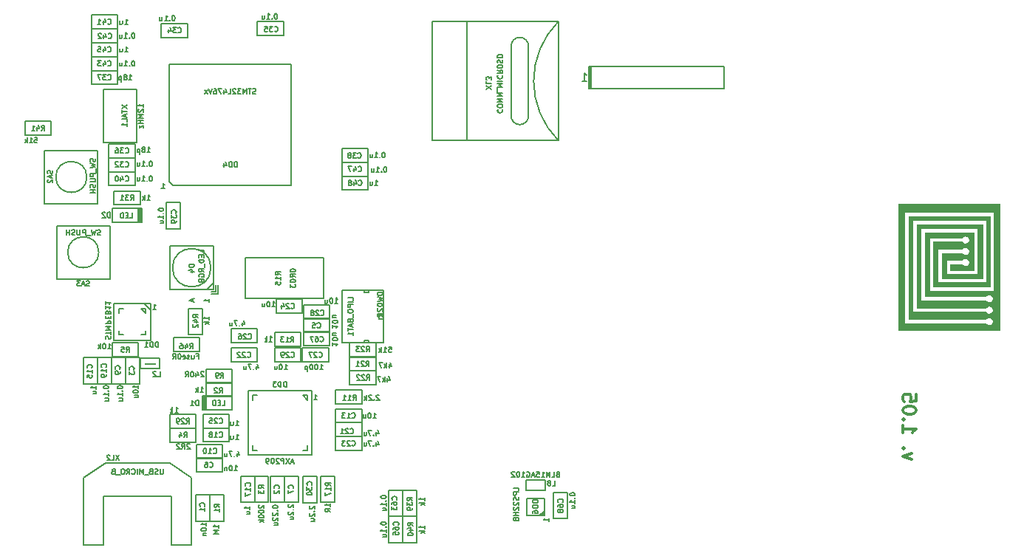
<source format=gbo>
G04 #@! TF.GenerationSoftware,KiCad,Pcbnew,(2017-02-02 revision 8dadc18)-makepkg*
G04 #@! TF.CreationDate,2017-03-26T00:07:33+03:00*
G04 #@! TF.ProjectId,Badge,42616467652E6B696361645F70636200,rev?*
G04 #@! TF.FileFunction,Legend,Bot*
G04 #@! TF.FilePolarity,Positive*
%FSLAX46Y46*%
G04 Gerber Fmt 4.6, Leading zero omitted, Abs format (unit mm)*
G04 Created by KiCad (PCBNEW (2017-02-02 revision 8dadc18)-makepkg) date 03/26/17 00:07:33*
%MOMM*%
%LPD*%
G01*
G04 APERTURE LIST*
%ADD10C,0.100000*%
%ADD11C,0.300000*%
%ADD12C,0.150000*%
%ADD13C,0.149860*%
%ADD14C,0.010000*%
%ADD15C,0.031750*%
G04 APERTURE END LIST*
D10*
D11*
X202721428Y-101785714D02*
X201721428Y-101428571D01*
X202721428Y-101071428D01*
X201864285Y-100500000D02*
X201792857Y-100428571D01*
X201721428Y-100500000D01*
X201792857Y-100571428D01*
X201864285Y-100500000D01*
X201721428Y-100500000D01*
X201721428Y-97857142D02*
X201721428Y-98714285D01*
X201721428Y-98285714D02*
X203221428Y-98285714D01*
X203007142Y-98428571D01*
X202864285Y-98571428D01*
X202792857Y-98714285D01*
X201864285Y-97214285D02*
X201792857Y-97142857D01*
X201721428Y-97214285D01*
X201792857Y-97285714D01*
X201864285Y-97214285D01*
X201721428Y-97214285D01*
X203221428Y-96214285D02*
X203221428Y-96071428D01*
X203150000Y-95928571D01*
X203078571Y-95857142D01*
X202935714Y-95785714D01*
X202650000Y-95714285D01*
X202292857Y-95714285D01*
X202007142Y-95785714D01*
X201864285Y-95857142D01*
X201792857Y-95928571D01*
X201721428Y-96071428D01*
X201721428Y-96214285D01*
X201792857Y-96357142D01*
X201864285Y-96428571D01*
X202007142Y-96500000D01*
X202292857Y-96571428D01*
X202650000Y-96571428D01*
X202935714Y-96500000D01*
X203078571Y-96428571D01*
X203150000Y-96357142D01*
X203221428Y-96214285D01*
X203221428Y-94357142D02*
X203221428Y-95071428D01*
X202507142Y-95142857D01*
X202578571Y-95071428D01*
X202650000Y-94928571D01*
X202650000Y-94571428D01*
X202578571Y-94428571D01*
X202507142Y-94357142D01*
X202364285Y-94285714D01*
X202007142Y-94285714D01*
X201864285Y-94357142D01*
X201792857Y-94428571D01*
X201721428Y-94571428D01*
X201721428Y-94928571D01*
X201792857Y-95071428D01*
X201864285Y-95142857D01*
D12*
X127702000Y-94435700D02*
X127152000Y-94435700D01*
X127152000Y-94435700D02*
X127152000Y-94985700D01*
X127702000Y-100735700D02*
X127152000Y-100735700D01*
X127152000Y-100735700D02*
X127152000Y-100185700D01*
X132902000Y-100735700D02*
X133452000Y-100735700D01*
X133452000Y-100735700D02*
X133452000Y-100185700D01*
X133952000Y-93935700D02*
X126652000Y-93935700D01*
X126652000Y-93935700D02*
X126652000Y-101235700D01*
X126652000Y-101235700D02*
X133952000Y-101235700D01*
X133952000Y-101235700D02*
X133952000Y-93935700D01*
X132902000Y-94435700D02*
X133452000Y-94985700D01*
X133452000Y-94435700D02*
X132902000Y-94435700D01*
X133452000Y-94985700D02*
X133452000Y-94435700D01*
X158600000Y-108225000D02*
X160600000Y-108225000D01*
X158600000Y-106225000D02*
X158600000Y-108225000D01*
X160600000Y-106225000D02*
X158600000Y-106225000D01*
X160600000Y-108225000D02*
X160600000Y-106225000D01*
X160100000Y-108225000D02*
X160600000Y-107725000D01*
X160550000Y-107975000D02*
X160500000Y-108175000D01*
X160300000Y-108225000D02*
X160550000Y-107975000D01*
X160050000Y-108225000D02*
X160550000Y-107775000D01*
X160050000Y-108225000D02*
X160600000Y-107675000D01*
X135300000Y-83300000D02*
X135300000Y-78700000D01*
X126300000Y-83300000D02*
X135300000Y-83300000D01*
X126300000Y-78700000D02*
X126300000Y-83300000D01*
X135300000Y-78700000D02*
X126300000Y-78700000D01*
X162470000Y-108584000D02*
X163270000Y-108584000D01*
X163270000Y-108584000D02*
X163270000Y-105584000D01*
X163270000Y-105584000D02*
X161670000Y-105584000D01*
X161670000Y-105584000D02*
X161670000Y-108584000D01*
X161670000Y-108584000D02*
X162470000Y-108584000D01*
X139950000Y-82400000D02*
X139950000Y-82650000D01*
X139950000Y-82650000D02*
X140450000Y-82650000D01*
X140450000Y-82650000D02*
X140450000Y-82400000D01*
X139950000Y-88400000D02*
X139950000Y-88150000D01*
X139950000Y-88150000D02*
X140450000Y-88150000D01*
X140450000Y-88150000D02*
X140450000Y-88400000D01*
X142200000Y-85150000D02*
X141700000Y-85150000D01*
X141700000Y-85150000D02*
X141700000Y-85650000D01*
X141700000Y-85650000D02*
X142200000Y-85650000D01*
X140200000Y-82400000D02*
X142200000Y-82400000D01*
X142200000Y-82400000D02*
X142200000Y-88400000D01*
X142200000Y-88400000D02*
X140200000Y-88400000D01*
X140200000Y-88400000D02*
X137450000Y-88400000D01*
X137450000Y-88400000D02*
X137450000Y-82400000D01*
X137450000Y-82400000D02*
X140200000Y-82400000D01*
X159619000Y-105320000D02*
X160719000Y-105320000D01*
X160719000Y-105320000D02*
X160719000Y-104120000D01*
X160719000Y-104120000D02*
X158519000Y-104120000D01*
X158519000Y-104120000D02*
X158519000Y-105320000D01*
X158519000Y-105320000D02*
X159619000Y-105320000D01*
X115500000Y-84700000D02*
X114700000Y-83900000D01*
X115500000Y-83900000D02*
X111300000Y-83900000D01*
X111300000Y-83900000D02*
X111300000Y-88100000D01*
X111300000Y-88100000D02*
X115500000Y-88100000D01*
X115500000Y-88100000D02*
X115500000Y-83900000D01*
X114400000Y-87500000D02*
X114900000Y-87500000D01*
X114900000Y-87500000D02*
X114900000Y-87000000D01*
X111900000Y-87000000D02*
X111900000Y-87500000D01*
X111900000Y-87500000D02*
X112400000Y-87500000D01*
X112400000Y-84500000D02*
X111900000Y-84500000D01*
X111900000Y-84500000D02*
X111900000Y-85000000D01*
X114900000Y-85000000D02*
X114900000Y-84500000D01*
X114900000Y-84500000D02*
X114400000Y-84500000D01*
X114400000Y-84500000D02*
X114900000Y-85000000D01*
X104722000Y-74985600D02*
X110818000Y-74985600D01*
X104722000Y-81081600D02*
X104722000Y-74985600D01*
X110818000Y-81081600D02*
X104722000Y-81081600D01*
X110818000Y-74985600D02*
X110818000Y-81081600D01*
X109548000Y-78033600D02*
G75*
G03X109548000Y-78033600I-1778000J0D01*
G01*
X109448000Y-66352000D02*
X109448000Y-72448000D01*
X103352000Y-66352000D02*
X109448000Y-66352000D01*
X103352000Y-72448000D02*
X103352000Y-66352000D01*
X109448000Y-72448000D02*
X103352000Y-72448000D01*
X108178000Y-69400000D02*
G75*
G03X108178000Y-69400000I-1778000J0D01*
G01*
X127700000Y-88400000D02*
X127700000Y-87600000D01*
X124700000Y-88400000D02*
X127700000Y-88400000D01*
X124700000Y-86800000D02*
X124700000Y-88400000D01*
X127700000Y-86800000D02*
X124700000Y-86800000D01*
X127700000Y-87600000D02*
X127700000Y-86800000D01*
X110700000Y-66400000D02*
X110700000Y-67200000D01*
X110700000Y-67200000D02*
X113700000Y-67200000D01*
X113700000Y-67200000D02*
X113700000Y-65600000D01*
X113700000Y-65600000D02*
X110700000Y-65600000D01*
X110700000Y-65600000D02*
X110700000Y-66400000D01*
X111700000Y-58800000D02*
X111700000Y-58000000D01*
X108700000Y-58800000D02*
X111700000Y-58800000D01*
X108700000Y-57200000D02*
X108700000Y-58800000D01*
X111700000Y-57200000D02*
X108700000Y-57200000D01*
X111700000Y-58000000D02*
X111700000Y-57200000D01*
X140407000Y-66907700D02*
X140407000Y-66107700D01*
X140407000Y-66107700D02*
X137407000Y-66107700D01*
X137407000Y-66107700D02*
X137407000Y-67707700D01*
X137407000Y-67707700D02*
X140407000Y-67707700D01*
X140407000Y-67707700D02*
X140407000Y-66907700D01*
X118912000Y-72338400D02*
X118112000Y-72338400D01*
X118912000Y-75338400D02*
X118912000Y-72338400D01*
X117312000Y-75338400D02*
X118912000Y-75338400D01*
X117312000Y-72338400D02*
X117312000Y-75338400D01*
X118112000Y-72338400D02*
X117312000Y-72338400D01*
X113700000Y-69600000D02*
X113700000Y-68800000D01*
X113700000Y-68800000D02*
X110700000Y-68800000D01*
X110700000Y-68800000D02*
X110700000Y-70400000D01*
X110700000Y-70400000D02*
X113700000Y-70400000D01*
X113700000Y-70400000D02*
X113700000Y-69600000D01*
X111700000Y-51600000D02*
X111700000Y-50800000D01*
X111700000Y-50800000D02*
X108700000Y-50800000D01*
X108700000Y-50800000D02*
X108700000Y-52400000D01*
X108700000Y-52400000D02*
X111700000Y-52400000D01*
X111700000Y-52400000D02*
X111700000Y-51600000D01*
X111700000Y-57200000D02*
X111700000Y-56400000D01*
X108700000Y-57200000D02*
X111700000Y-57200000D01*
X108700000Y-55600000D02*
X108700000Y-57200000D01*
X111700000Y-55600000D02*
X108700000Y-55600000D01*
X111700000Y-56400000D02*
X111700000Y-55600000D01*
X111700000Y-55600000D02*
X111700000Y-54800000D01*
X108700000Y-55600000D02*
X111700000Y-55600000D01*
X108700000Y-54000000D02*
X108700000Y-55600000D01*
X111700000Y-54000000D02*
X108700000Y-54000000D01*
X111700000Y-54800000D02*
X111700000Y-54000000D01*
X140407000Y-69307700D02*
X140407000Y-68507700D01*
X137407000Y-69307700D02*
X140407000Y-69307700D01*
X137407000Y-67707700D02*
X137407000Y-69307700D01*
X140407000Y-67707700D02*
X137407000Y-67707700D01*
X140407000Y-68507700D02*
X140407000Y-67707700D01*
X140407000Y-70107700D02*
X140407000Y-69307700D01*
X140407000Y-69307700D02*
X137407000Y-69307700D01*
X137407000Y-69307700D02*
X137407000Y-70907700D01*
X137407000Y-70907700D02*
X140407000Y-70907700D01*
X140407000Y-70907700D02*
X140407000Y-70107700D01*
X129900000Y-83400000D02*
X129900000Y-84200000D01*
X132900000Y-83400000D02*
X129900000Y-83400000D01*
X132900000Y-85000000D02*
X132900000Y-83400000D01*
X129900000Y-85000000D02*
X132900000Y-85000000D01*
X129900000Y-84200000D02*
X129900000Y-85000000D01*
X111700000Y-53200000D02*
X111700000Y-52400000D01*
X111700000Y-52400000D02*
X108700000Y-52400000D01*
X108700000Y-52400000D02*
X108700000Y-54000000D01*
X108700000Y-54000000D02*
X111700000Y-54000000D01*
X111700000Y-54000000D02*
X111700000Y-53200000D01*
X144400000Y-105300000D02*
X143600000Y-105300000D01*
X144400000Y-108300000D02*
X144400000Y-105300000D01*
X142800000Y-108300000D02*
X144400000Y-108300000D01*
X142800000Y-105300000D02*
X142800000Y-108300000D01*
X143600000Y-105300000D02*
X142800000Y-105300000D01*
X130700000Y-52400000D02*
X130700000Y-51600000D01*
X130700000Y-51600000D02*
X127700000Y-51600000D01*
X127700000Y-51600000D02*
X127700000Y-53200000D01*
X127700000Y-53200000D02*
X130700000Y-53200000D01*
X130700000Y-53200000D02*
X130700000Y-52400000D01*
X119700000Y-52600000D02*
X119700000Y-51800000D01*
X119700000Y-51800000D02*
X116700000Y-51800000D01*
X116700000Y-51800000D02*
X116700000Y-53400000D01*
X116700000Y-53400000D02*
X119700000Y-53400000D01*
X119700000Y-53400000D02*
X119700000Y-52600000D01*
X108600000Y-90100000D02*
X107800000Y-90100000D01*
X107800000Y-90100000D02*
X107800000Y-93100000D01*
X107800000Y-93100000D02*
X109400000Y-93100000D01*
X109400000Y-93100000D02*
X109400000Y-90100000D01*
X109400000Y-90100000D02*
X108600000Y-90100000D01*
X136677000Y-96775000D02*
X136677000Y-97575000D01*
X136677000Y-97575000D02*
X139677000Y-97575000D01*
X139677000Y-97575000D02*
X139677000Y-95975000D01*
X139677000Y-95975000D02*
X136677000Y-95975000D01*
X136677000Y-95975000D02*
X136677000Y-96775000D01*
X123752000Y-101684000D02*
X123752000Y-100884000D01*
X120752000Y-101684000D02*
X123752000Y-101684000D01*
X120752000Y-100084000D02*
X120752000Y-101684000D01*
X123752000Y-100084000D02*
X120752000Y-100084000D01*
X123752000Y-100884000D02*
X123752000Y-100084000D01*
X111800000Y-90100000D02*
X111000000Y-90100000D01*
X111000000Y-90100000D02*
X111000000Y-93100000D01*
X111000000Y-93100000D02*
X112600000Y-93100000D01*
X112600000Y-93100000D02*
X112600000Y-90100000D01*
X112600000Y-90100000D02*
X111800000Y-90100000D01*
X131600000Y-103700000D02*
X130800000Y-103700000D01*
X130800000Y-103700000D02*
X130800000Y-106700000D01*
X130800000Y-106700000D02*
X132400000Y-106700000D01*
X132400000Y-106700000D02*
X132400000Y-103700000D01*
X132400000Y-103700000D02*
X131600000Y-103700000D01*
X120752000Y-101608000D02*
X120752000Y-102408000D01*
X123752000Y-101608000D02*
X120752000Y-101608000D01*
X123752000Y-103208000D02*
X123752000Y-101608000D01*
X120752000Y-103208000D02*
X123752000Y-103208000D01*
X120752000Y-102408000D02*
X120752000Y-103208000D01*
X132993000Y-86435000D02*
X132993000Y-87235000D01*
X132993000Y-87235000D02*
X135993000Y-87235000D01*
X135993000Y-87235000D02*
X135993000Y-85635000D01*
X135993000Y-85635000D02*
X132993000Y-85635000D01*
X132993000Y-85635000D02*
X132993000Y-86435000D01*
X130000000Y-103700000D02*
X129200000Y-103700000D01*
X129200000Y-103700000D02*
X129200000Y-106700000D01*
X129200000Y-106700000D02*
X130800000Y-106700000D01*
X130800000Y-106700000D02*
X130800000Y-103700000D01*
X130800000Y-103700000D02*
X130000000Y-103700000D01*
X144400000Y-108300000D02*
X143600000Y-108300000D01*
X144400000Y-111300000D02*
X144400000Y-108300000D01*
X142800000Y-111300000D02*
X144400000Y-111300000D01*
X142800000Y-108300000D02*
X142800000Y-111300000D01*
X143600000Y-108300000D02*
X142800000Y-108300000D01*
X113700000Y-68000000D02*
X113700000Y-67200000D01*
X113700000Y-67200000D02*
X110700000Y-67200000D01*
X110700000Y-67200000D02*
X110700000Y-68800000D01*
X110700000Y-68800000D02*
X113700000Y-68800000D01*
X113700000Y-68800000D02*
X113700000Y-68000000D01*
X133731000Y-103731000D02*
X132931000Y-103731000D01*
X132931000Y-103731000D02*
X132931000Y-106731000D01*
X132931000Y-106731000D02*
X134531000Y-106731000D01*
X134531000Y-106731000D02*
X134531000Y-103731000D01*
X134531000Y-103731000D02*
X133731000Y-103731000D01*
X129700000Y-89000000D02*
X129700000Y-89800000D01*
X132700000Y-89000000D02*
X129700000Y-89000000D01*
X132700000Y-90600000D02*
X132700000Y-89000000D01*
X129700000Y-90600000D02*
X132700000Y-90600000D01*
X129700000Y-89800000D02*
X129700000Y-90600000D01*
X132993000Y-84911000D02*
X132993000Y-85711000D01*
X132993000Y-85711000D02*
X135993000Y-85711000D01*
X135993000Y-85711000D02*
X135993000Y-84111000D01*
X135993000Y-84111000D02*
X132993000Y-84111000D01*
X132993000Y-84111000D02*
X132993000Y-84911000D01*
X135900000Y-90600000D02*
X135900000Y-89800000D01*
X132900000Y-90600000D02*
X135900000Y-90600000D01*
X132900000Y-89000000D02*
X132900000Y-90600000D01*
X135900000Y-89000000D02*
X132900000Y-89000000D01*
X135900000Y-89800000D02*
X135900000Y-89000000D01*
X126600000Y-103700000D02*
X125800000Y-103700000D01*
X125800000Y-103700000D02*
X125800000Y-106700000D01*
X125800000Y-106700000D02*
X127400000Y-106700000D01*
X127400000Y-106700000D02*
X127400000Y-103700000D01*
X127400000Y-103700000D02*
X126600000Y-103700000D01*
X113400000Y-90100000D02*
X112600000Y-90100000D01*
X112600000Y-90100000D02*
X112600000Y-93100000D01*
X112600000Y-93100000D02*
X114200000Y-93100000D01*
X114200000Y-93100000D02*
X114200000Y-90100000D01*
X114200000Y-90100000D02*
X113400000Y-90100000D01*
X136677000Y-99175000D02*
X136677000Y-99975000D01*
X139677000Y-99175000D02*
X136677000Y-99175000D01*
X139677000Y-100775000D02*
X139677000Y-99175000D01*
X136677000Y-100775000D02*
X139677000Y-100775000D01*
X136677000Y-99975000D02*
X136677000Y-100775000D01*
X124700000Y-89800000D02*
X124700000Y-90600000D01*
X124700000Y-90600000D02*
X127700000Y-90600000D01*
X127700000Y-90600000D02*
X127700000Y-89000000D01*
X127700000Y-89000000D02*
X124700000Y-89000000D01*
X124700000Y-89000000D02*
X124700000Y-89800000D01*
X136677000Y-97575000D02*
X136677000Y-98375000D01*
X139677000Y-97575000D02*
X136677000Y-97575000D01*
X139677000Y-99175000D02*
X139677000Y-97575000D01*
X136677000Y-99175000D02*
X139677000Y-99175000D01*
X136677000Y-98375000D02*
X136677000Y-99175000D01*
X111000000Y-90100000D02*
X110200000Y-90100000D01*
X111000000Y-93100000D02*
X111000000Y-90100000D01*
X109400000Y-93100000D02*
X111000000Y-93100000D01*
X109400000Y-90100000D02*
X109400000Y-93100000D01*
X110200000Y-90100000D02*
X109400000Y-90100000D01*
X124477000Y-98975000D02*
X124477000Y-98175000D01*
X124477000Y-98175000D02*
X121477000Y-98175000D01*
X121477000Y-98175000D02*
X121477000Y-99775000D01*
X121477000Y-99775000D02*
X124477000Y-99775000D01*
X124477000Y-99775000D02*
X124477000Y-98975000D01*
X122300000Y-105850000D02*
X121500000Y-105850000D01*
X122300000Y-108850000D02*
X122300000Y-105850000D01*
X120700000Y-108850000D02*
X122300000Y-108850000D01*
X120700000Y-105850000D02*
X120700000Y-108850000D01*
X121500000Y-105850000D02*
X120700000Y-105850000D01*
X124477000Y-97375000D02*
X124477000Y-96575000D01*
X124477000Y-96575000D02*
X121477000Y-96575000D01*
X121477000Y-96575000D02*
X121477000Y-98175000D01*
X121477000Y-98175000D02*
X124477000Y-98175000D01*
X124477000Y-98175000D02*
X124477000Y-97375000D01*
D13*
X151700540Y-65199580D02*
X151700540Y-51600420D01*
X156798320Y-54399500D02*
G75*
G02X157799080Y-53398740I1000760J0D01*
G01*
X157799080Y-53398740D02*
G75*
G02X158799840Y-54399500I0J-1000760D01*
G01*
X158799840Y-62400500D02*
G75*
G02X157799080Y-63401260I-1000760J0D01*
G01*
X157799080Y-63398720D02*
G75*
G02X156800860Y-62400500I0J998220D01*
G01*
X158799840Y-54399500D02*
X158799840Y-62400500D01*
X156800860Y-62400500D02*
X156800860Y-54399500D01*
X162200900Y-65199580D02*
G75*
G02X162200900Y-51600420I6799580J6799580D01*
G01*
X162200900Y-65199580D02*
X162200900Y-51600420D01*
X162200900Y-51600420D02*
X147799100Y-51600420D01*
X147799100Y-51600420D02*
X147799100Y-65199580D01*
X147799100Y-65199580D02*
X162200900Y-65199580D01*
D12*
X165676000Y-56730000D02*
X181170000Y-56730000D01*
X181170000Y-56730000D02*
X181170000Y-59270000D01*
X181170000Y-59270000D02*
X165676000Y-59270000D01*
X165676000Y-59270000D02*
X165676000Y-56730000D01*
X165676000Y-56730000D02*
X165803000Y-56730000D01*
X165803000Y-56730000D02*
X165803000Y-59270000D01*
X165803000Y-59270000D02*
X165930000Y-59270000D01*
X165930000Y-59270000D02*
X165930000Y-56730000D01*
X117900000Y-111600000D02*
X120200000Y-111600000D01*
X120200000Y-111600000D02*
X120200000Y-103900000D01*
X120200000Y-103900000D02*
X117700000Y-102200000D01*
X117700000Y-102200000D02*
X110300000Y-102200000D01*
X110300000Y-102200000D02*
X107800000Y-103900000D01*
X107800000Y-103900000D02*
X107800000Y-111600000D01*
X107800000Y-111600000D02*
X110100000Y-111600000D01*
X117900000Y-111600000D02*
X117900000Y-106000000D01*
X117900000Y-106000000D02*
X110100000Y-106000000D01*
X110100000Y-106000000D02*
X110100000Y-111600000D01*
X122700000Y-81550000D02*
X121950000Y-82300000D01*
X122450000Y-82550000D02*
X122950000Y-82550000D01*
X122950000Y-82550000D02*
X122950000Y-81800000D01*
X123200000Y-81800000D02*
X123200000Y-82800000D01*
X123200000Y-82800000D02*
X122450000Y-82800000D01*
D13*
X122399640Y-79800000D02*
G75*
G03X122399640Y-79800000I-2199640J0D01*
G01*
X122699360Y-77300640D02*
X117700640Y-77300640D01*
X117700640Y-77300640D02*
X117700640Y-82299360D01*
X117700640Y-82299360D02*
X122699360Y-82299360D01*
X122699360Y-82299360D02*
X122699360Y-77300640D01*
D12*
X118050000Y-70350000D02*
X131550000Y-70350000D01*
X131550000Y-70350000D02*
X131550000Y-56450000D01*
X131550000Y-56450000D02*
X117650000Y-56450000D01*
X117650000Y-56450000D02*
X117650000Y-69950000D01*
X117650000Y-69950000D02*
X118050000Y-70350000D01*
X113905000Y-62400000D02*
X113905000Y-59352000D01*
X113905000Y-59352000D02*
X110095000Y-59352000D01*
X110095000Y-59352000D02*
X110095000Y-65448000D01*
X110095000Y-65448000D02*
X113905000Y-65448000D01*
X113905000Y-65448000D02*
X113905000Y-62400000D01*
X120700000Y-98200000D02*
X120700000Y-97400000D01*
X117700000Y-98200000D02*
X120700000Y-98200000D01*
X117700000Y-96600000D02*
X117700000Y-98200000D01*
X120700000Y-96600000D02*
X117700000Y-96600000D01*
X120700000Y-97400000D02*
X120700000Y-96600000D01*
X114300000Y-72600000D02*
X114300000Y-71800000D01*
X111300000Y-72600000D02*
X114300000Y-72600000D01*
X111300000Y-71000000D02*
X111300000Y-72600000D01*
X114300000Y-71000000D02*
X111300000Y-71000000D01*
X114300000Y-71800000D02*
X114300000Y-71000000D01*
X146000000Y-108300000D02*
X145200000Y-108300000D01*
X146000000Y-111300000D02*
X146000000Y-108300000D01*
X144400000Y-111300000D02*
X146000000Y-111300000D01*
X144400000Y-108300000D02*
X144400000Y-111300000D01*
X145200000Y-108300000D02*
X144400000Y-108300000D01*
X104100000Y-63800000D02*
X104100000Y-63000000D01*
X104100000Y-63000000D02*
X101100000Y-63000000D01*
X101100000Y-63000000D02*
X101100000Y-64600000D01*
X101100000Y-64600000D02*
X104100000Y-64600000D01*
X104100000Y-64600000D02*
X104100000Y-63800000D01*
X119800000Y-87500000D02*
X120600000Y-87500000D01*
X119800000Y-84500000D02*
X119800000Y-87500000D01*
X121400000Y-84500000D02*
X119800000Y-84500000D01*
X121400000Y-87500000D02*
X121400000Y-84500000D01*
X120600000Y-87500000D02*
X121400000Y-87500000D01*
X123100000Y-105850000D02*
X122300000Y-105850000D01*
X122300000Y-105850000D02*
X122300000Y-108850000D01*
X122300000Y-108850000D02*
X123900000Y-108850000D01*
X123900000Y-108850000D02*
X123900000Y-105850000D01*
X123900000Y-105850000D02*
X123100000Y-105850000D01*
X146000000Y-105300000D02*
X145200000Y-105300000D01*
X146000000Y-108300000D02*
X146000000Y-105300000D01*
X144400000Y-108300000D02*
X146000000Y-108300000D01*
X144400000Y-105300000D02*
X144400000Y-108300000D01*
X145200000Y-105300000D02*
X144400000Y-105300000D01*
X120700000Y-99000000D02*
X120700000Y-98200000D01*
X120700000Y-98200000D02*
X117700000Y-98200000D01*
X117700000Y-98200000D02*
X117700000Y-99800000D01*
X117700000Y-99800000D02*
X120700000Y-99800000D01*
X120700000Y-99800000D02*
X120700000Y-99000000D01*
X111100000Y-88400000D02*
X111100000Y-89200000D01*
X114100000Y-88400000D02*
X111100000Y-88400000D01*
X114100000Y-90000000D02*
X114100000Y-88400000D01*
X111100000Y-90000000D02*
X114100000Y-90000000D01*
X111100000Y-89200000D02*
X111100000Y-90000000D01*
X121817000Y-91477000D02*
X121817000Y-92277000D01*
X124817000Y-91477000D02*
X121817000Y-91477000D01*
X124817000Y-93077000D02*
X124817000Y-91477000D01*
X121817000Y-93077000D02*
X124817000Y-93077000D01*
X121817000Y-92277000D02*
X121817000Y-93077000D01*
X139700000Y-95400000D02*
X139700000Y-94600000D01*
X136700000Y-95400000D02*
X139700000Y-95400000D01*
X136700000Y-93800000D02*
X136700000Y-95400000D01*
X139700000Y-93800000D02*
X136700000Y-93800000D01*
X139700000Y-94600000D02*
X139700000Y-93800000D01*
X129700000Y-87200000D02*
X129700000Y-88000000D01*
X132700000Y-87200000D02*
X129700000Y-87200000D01*
X132700000Y-88800000D02*
X132700000Y-87200000D01*
X129700000Y-88800000D02*
X132700000Y-88800000D01*
X129700000Y-88000000D02*
X129700000Y-88800000D01*
X135800000Y-106700000D02*
X136600000Y-106700000D01*
X136600000Y-106700000D02*
X136600000Y-103700000D01*
X136600000Y-103700000D02*
X135000000Y-103700000D01*
X135000000Y-103700000D02*
X135000000Y-106700000D01*
X135000000Y-106700000D02*
X135800000Y-106700000D01*
X141311000Y-91647000D02*
X141311000Y-90847000D01*
X138311000Y-91647000D02*
X141311000Y-91647000D01*
X138311000Y-90047000D02*
X138311000Y-91647000D01*
X141311000Y-90047000D02*
X138311000Y-90047000D01*
X141311000Y-90847000D02*
X141311000Y-90047000D01*
X141300000Y-92400000D02*
X141300000Y-91600000D01*
X141300000Y-91600000D02*
X138300000Y-91600000D01*
X138300000Y-91600000D02*
X138300000Y-93200000D01*
X138300000Y-93200000D02*
X141300000Y-93200000D01*
X141300000Y-93200000D02*
X141300000Y-92400000D01*
X141300000Y-90000000D02*
X141300000Y-89200000D01*
X138300000Y-90000000D02*
X141300000Y-90000000D01*
X138300000Y-88400000D02*
X138300000Y-90000000D01*
X141300000Y-88400000D02*
X138300000Y-88400000D01*
X141300000Y-89200000D02*
X141300000Y-88400000D01*
X128200000Y-103700000D02*
X127400000Y-103700000D01*
X127400000Y-103700000D02*
X127400000Y-106700000D01*
X127400000Y-106700000D02*
X129000000Y-106700000D01*
X129000000Y-106700000D02*
X129000000Y-103700000D01*
X129000000Y-103700000D02*
X128200000Y-103700000D01*
X124817000Y-94601000D02*
X124817000Y-93801000D01*
X121817000Y-94601000D02*
X124817000Y-94601000D01*
X121817000Y-93001000D02*
X121817000Y-94601000D01*
X124817000Y-93001000D02*
X121817000Y-93001000D01*
X124817000Y-93801000D02*
X124817000Y-93001000D01*
X121100000Y-88600000D02*
X121100000Y-87800000D01*
X121100000Y-87800000D02*
X118100000Y-87800000D01*
X118100000Y-87800000D02*
X118100000Y-89400000D01*
X118100000Y-89400000D02*
X121100000Y-89400000D01*
X121100000Y-89400000D02*
X121100000Y-88600000D01*
X115400000Y-91400000D02*
X116500000Y-91400000D01*
X116500000Y-91400000D02*
X116500000Y-90200000D01*
X116500000Y-90200000D02*
X114300000Y-90200000D01*
X114300000Y-90200000D02*
X114300000Y-91400000D01*
X114300000Y-91400000D02*
X115400000Y-91400000D01*
X124817000Y-96125000D02*
X124817000Y-95225000D01*
X121817000Y-96125000D02*
X124817000Y-96125000D01*
X121817000Y-94525000D02*
X121817000Y-96125000D01*
X124817000Y-94525000D02*
X121817000Y-94525000D01*
X124817000Y-95325000D02*
X124817000Y-94525000D01*
X121567000Y-94525000D02*
X121667000Y-94525000D01*
X121567000Y-96125000D02*
X121567000Y-94525000D01*
X121817000Y-96125000D02*
X121567000Y-96125000D01*
X121667000Y-96125000D02*
X121817000Y-96125000D01*
X121667000Y-94525000D02*
X121667000Y-96125000D01*
X121817000Y-94525000D02*
X121667000Y-94525000D01*
X121417000Y-96125000D02*
X121617000Y-96125000D01*
X121417000Y-94525000D02*
X121417000Y-96125000D01*
X121617000Y-94525000D02*
X121417000Y-94525000D01*
X114300000Y-74600000D02*
X114500000Y-74600000D01*
X114500000Y-74600000D02*
X114500000Y-73000000D01*
X114500000Y-73000000D02*
X114300000Y-73000000D01*
X114100000Y-74600000D02*
X114250000Y-74600000D01*
X114250000Y-74600000D02*
X114250000Y-73000000D01*
X114250000Y-73000000D02*
X114100000Y-73000000D01*
X114100000Y-73000000D02*
X114350000Y-73000000D01*
X114350000Y-73000000D02*
X114350000Y-74600000D01*
X114350000Y-74600000D02*
X114250000Y-74600000D01*
X111100000Y-73800000D02*
X111100000Y-74600000D01*
X111100000Y-74600000D02*
X114100000Y-74600000D01*
X114100000Y-74600000D02*
X114100000Y-73000000D01*
X114100000Y-73000000D02*
X111100000Y-73000000D01*
X111100000Y-73000000D02*
X111100000Y-73900000D01*
X132993000Y-87959000D02*
X132993000Y-88759000D01*
X132993000Y-88759000D02*
X135993000Y-88759000D01*
X135993000Y-88759000D02*
X135993000Y-87159000D01*
X135993000Y-87159000D02*
X132993000Y-87159000D01*
X132993000Y-87159000D02*
X132993000Y-87959000D01*
D14*
G36*
X201186222Y-72446889D02*
X201186222Y-86953111D01*
X211615272Y-86953111D01*
X211615272Y-86385143D01*
X211469363Y-86373978D01*
X211328262Y-86310438D01*
X211263507Y-86260072D01*
X211155937Y-86162889D01*
X201891778Y-86162889D01*
X201891778Y-73378223D01*
X212108222Y-73378223D01*
X212108222Y-82437556D01*
X204742222Y-82437556D01*
X204742222Y-76369778D01*
X208418381Y-76369778D01*
X208525951Y-76272595D01*
X208661425Y-76183311D01*
X208806092Y-76146466D01*
X208951014Y-76161929D01*
X209087254Y-76229568D01*
X209148209Y-76281791D01*
X209241635Y-76410657D01*
X209283167Y-76552076D01*
X209272807Y-76696393D01*
X209210553Y-76833957D01*
X209148209Y-76909321D01*
X209019496Y-77002510D01*
X208877717Y-77043588D01*
X208731808Y-77032423D01*
X208590707Y-76968883D01*
X208525951Y-76918517D01*
X208418381Y-76821334D01*
X205193778Y-76821334D01*
X205193778Y-81986000D01*
X211656667Y-81986000D01*
X211656667Y-73886223D01*
X202343333Y-73886223D01*
X202343333Y-85711334D01*
X211155937Y-85711334D01*
X211263507Y-85614151D01*
X211398981Y-85524866D01*
X211543647Y-85488021D01*
X211615272Y-85495663D01*
X211615272Y-85086921D01*
X211469363Y-85075756D01*
X211328262Y-85012216D01*
X211263507Y-84961850D01*
X211155937Y-84864667D01*
X202823111Y-84864667D01*
X202823111Y-74366000D01*
X211261555Y-74366000D01*
X211261555Y-81478000D01*
X205701778Y-81478000D01*
X205701778Y-77668000D01*
X208418381Y-77668000D01*
X208525951Y-77570817D01*
X208661425Y-77481533D01*
X208806092Y-77444688D01*
X208951014Y-77460151D01*
X209087254Y-77527790D01*
X209148209Y-77580013D01*
X209241635Y-77708879D01*
X209283167Y-77850298D01*
X209272807Y-77994615D01*
X209210553Y-78132179D01*
X209148209Y-78207543D01*
X209019496Y-78300732D01*
X208877717Y-78341810D01*
X208731808Y-78330645D01*
X208590707Y-78267105D01*
X208525951Y-78216739D01*
X208418381Y-78119556D01*
X206153333Y-78119556D01*
X206153333Y-81026445D01*
X210810000Y-81026445D01*
X210810000Y-74817556D01*
X203274667Y-74817556D01*
X203274667Y-84413111D01*
X211155937Y-84413111D01*
X211263507Y-84315928D01*
X211398981Y-84226644D01*
X211543647Y-84189799D01*
X211615272Y-84197441D01*
X211615272Y-83760476D01*
X211469363Y-83749312D01*
X211328262Y-83685772D01*
X211263507Y-83635406D01*
X211155937Y-83538223D01*
X203754444Y-83538223D01*
X203754444Y-75297334D01*
X210245555Y-75297334D01*
X210245555Y-80518445D01*
X206689555Y-80518445D01*
X206689555Y-78938000D01*
X208418381Y-78938000D01*
X208525951Y-78840817D01*
X208661425Y-78751533D01*
X208806092Y-78714688D01*
X208951014Y-78730151D01*
X209087254Y-78797790D01*
X209148209Y-78850013D01*
X209241635Y-78978879D01*
X209283167Y-79120298D01*
X209272807Y-79264615D01*
X209210553Y-79402179D01*
X209148209Y-79477543D01*
X209019496Y-79570732D01*
X208877717Y-79611810D01*
X208731808Y-79600645D01*
X208590707Y-79537105D01*
X208525951Y-79486739D01*
X208418381Y-79389556D01*
X207141111Y-79389556D01*
X207141111Y-80066889D01*
X209794000Y-80066889D01*
X209794000Y-75748889D01*
X204206000Y-75748889D01*
X204206000Y-83086667D01*
X211155937Y-83086667D01*
X211263507Y-82989484D01*
X211398981Y-82900199D01*
X211543647Y-82863355D01*
X211688570Y-82878818D01*
X211824810Y-82946456D01*
X211885765Y-82998680D01*
X211979190Y-83127546D01*
X212020723Y-83268964D01*
X212010362Y-83413282D01*
X211948108Y-83550846D01*
X211885765Y-83626210D01*
X211757052Y-83719398D01*
X211615272Y-83760476D01*
X211615272Y-84197441D01*
X211688570Y-84205262D01*
X211824810Y-84272901D01*
X211885765Y-84325125D01*
X211979190Y-84453991D01*
X212020723Y-84595409D01*
X212010362Y-84739727D01*
X211948108Y-84877290D01*
X211885765Y-84952654D01*
X211757052Y-85045843D01*
X211615272Y-85086921D01*
X211615272Y-85495663D01*
X211688570Y-85503484D01*
X211824810Y-85571123D01*
X211885765Y-85623347D01*
X211979190Y-85752213D01*
X212020723Y-85893631D01*
X212010362Y-86037949D01*
X211948108Y-86175513D01*
X211885765Y-86250876D01*
X211757052Y-86344065D01*
X211615272Y-86385143D01*
X211615272Y-86953111D01*
X212785555Y-86953111D01*
X212785555Y-72446889D01*
X201186222Y-72446889D01*
X201186222Y-72446889D01*
G37*
X201186222Y-72446889D02*
X201186222Y-86953111D01*
X211615272Y-86953111D01*
X211615272Y-86385143D01*
X211469363Y-86373978D01*
X211328262Y-86310438D01*
X211263507Y-86260072D01*
X211155937Y-86162889D01*
X201891778Y-86162889D01*
X201891778Y-73378223D01*
X212108222Y-73378223D01*
X212108222Y-82437556D01*
X204742222Y-82437556D01*
X204742222Y-76369778D01*
X208418381Y-76369778D01*
X208525951Y-76272595D01*
X208661425Y-76183311D01*
X208806092Y-76146466D01*
X208951014Y-76161929D01*
X209087254Y-76229568D01*
X209148209Y-76281791D01*
X209241635Y-76410657D01*
X209283167Y-76552076D01*
X209272807Y-76696393D01*
X209210553Y-76833957D01*
X209148209Y-76909321D01*
X209019496Y-77002510D01*
X208877717Y-77043588D01*
X208731808Y-77032423D01*
X208590707Y-76968883D01*
X208525951Y-76918517D01*
X208418381Y-76821334D01*
X205193778Y-76821334D01*
X205193778Y-81986000D01*
X211656667Y-81986000D01*
X211656667Y-73886223D01*
X202343333Y-73886223D01*
X202343333Y-85711334D01*
X211155937Y-85711334D01*
X211263507Y-85614151D01*
X211398981Y-85524866D01*
X211543647Y-85488021D01*
X211615272Y-85495663D01*
X211615272Y-85086921D01*
X211469363Y-85075756D01*
X211328262Y-85012216D01*
X211263507Y-84961850D01*
X211155937Y-84864667D01*
X202823111Y-84864667D01*
X202823111Y-74366000D01*
X211261555Y-74366000D01*
X211261555Y-81478000D01*
X205701778Y-81478000D01*
X205701778Y-77668000D01*
X208418381Y-77668000D01*
X208525951Y-77570817D01*
X208661425Y-77481533D01*
X208806092Y-77444688D01*
X208951014Y-77460151D01*
X209087254Y-77527790D01*
X209148209Y-77580013D01*
X209241635Y-77708879D01*
X209283167Y-77850298D01*
X209272807Y-77994615D01*
X209210553Y-78132179D01*
X209148209Y-78207543D01*
X209019496Y-78300732D01*
X208877717Y-78341810D01*
X208731808Y-78330645D01*
X208590707Y-78267105D01*
X208525951Y-78216739D01*
X208418381Y-78119556D01*
X206153333Y-78119556D01*
X206153333Y-81026445D01*
X210810000Y-81026445D01*
X210810000Y-74817556D01*
X203274667Y-74817556D01*
X203274667Y-84413111D01*
X211155937Y-84413111D01*
X211263507Y-84315928D01*
X211398981Y-84226644D01*
X211543647Y-84189799D01*
X211615272Y-84197441D01*
X211615272Y-83760476D01*
X211469363Y-83749312D01*
X211328262Y-83685772D01*
X211263507Y-83635406D01*
X211155937Y-83538223D01*
X203754444Y-83538223D01*
X203754444Y-75297334D01*
X210245555Y-75297334D01*
X210245555Y-80518445D01*
X206689555Y-80518445D01*
X206689555Y-78938000D01*
X208418381Y-78938000D01*
X208525951Y-78840817D01*
X208661425Y-78751533D01*
X208806092Y-78714688D01*
X208951014Y-78730151D01*
X209087254Y-78797790D01*
X209148209Y-78850013D01*
X209241635Y-78978879D01*
X209283167Y-79120298D01*
X209272807Y-79264615D01*
X209210553Y-79402179D01*
X209148209Y-79477543D01*
X209019496Y-79570732D01*
X208877717Y-79611810D01*
X208731808Y-79600645D01*
X208590707Y-79537105D01*
X208525951Y-79486739D01*
X208418381Y-79389556D01*
X207141111Y-79389556D01*
X207141111Y-80066889D01*
X209794000Y-80066889D01*
X209794000Y-75748889D01*
X204206000Y-75748889D01*
X204206000Y-83086667D01*
X211155937Y-83086667D01*
X211263507Y-82989484D01*
X211398981Y-82900199D01*
X211543647Y-82863355D01*
X211688570Y-82878818D01*
X211824810Y-82946456D01*
X211885765Y-82998680D01*
X211979190Y-83127546D01*
X212020723Y-83268964D01*
X212010362Y-83413282D01*
X211948108Y-83550846D01*
X211885765Y-83626210D01*
X211757052Y-83719398D01*
X211615272Y-83760476D01*
X211615272Y-84197441D01*
X211688570Y-84205262D01*
X211824810Y-84272901D01*
X211885765Y-84325125D01*
X211979190Y-84453991D01*
X212020723Y-84595409D01*
X212010362Y-84739727D01*
X211948108Y-84877290D01*
X211885765Y-84952654D01*
X211757052Y-85045843D01*
X211615272Y-85086921D01*
X211615272Y-85495663D01*
X211688570Y-85503484D01*
X211824810Y-85571123D01*
X211885765Y-85623347D01*
X211979190Y-85752213D01*
X212020723Y-85893631D01*
X212010362Y-86037949D01*
X211948108Y-86175513D01*
X211885765Y-86250876D01*
X211757052Y-86344065D01*
X211615272Y-86385143D01*
X211615272Y-86953111D01*
X212785555Y-86953111D01*
X212785555Y-72446889D01*
X201186222Y-72446889D01*
D12*
X131044857Y-93457128D02*
X131044857Y-92857128D01*
X130902000Y-92857128D01*
X130816285Y-92885700D01*
X130759142Y-92942842D01*
X130730571Y-92999985D01*
X130702000Y-93114271D01*
X130702000Y-93199985D01*
X130730571Y-93314271D01*
X130759142Y-93371414D01*
X130816285Y-93428557D01*
X130902000Y-93457128D01*
X131044857Y-93457128D01*
X130444857Y-93457128D02*
X130444857Y-92857128D01*
X130302000Y-92857128D01*
X130216285Y-92885700D01*
X130159142Y-92942842D01*
X130130571Y-92999985D01*
X130102000Y-93114271D01*
X130102000Y-93199985D01*
X130130571Y-93314271D01*
X130159142Y-93371414D01*
X130216285Y-93428557D01*
X130302000Y-93457128D01*
X130444857Y-93457128D01*
X129902000Y-92857128D02*
X129530571Y-92857128D01*
X129730571Y-93085700D01*
X129644857Y-93085700D01*
X129587714Y-93114271D01*
X129559142Y-93142842D01*
X129530571Y-93199985D01*
X129530571Y-93342842D01*
X129559142Y-93399985D01*
X129587714Y-93428557D01*
X129644857Y-93457128D01*
X129816285Y-93457128D01*
X129873428Y-93428557D01*
X129902000Y-93399985D01*
X131887714Y-102085700D02*
X131602000Y-102085700D01*
X131944857Y-102257128D02*
X131744857Y-101657128D01*
X131544857Y-102257128D01*
X131402000Y-101657128D02*
X131002000Y-102257128D01*
X131002000Y-101657128D02*
X131402000Y-102257128D01*
X130773428Y-102257128D02*
X130773428Y-101657128D01*
X130544857Y-101657128D01*
X130487714Y-101685700D01*
X130459142Y-101714271D01*
X130430571Y-101771414D01*
X130430571Y-101857128D01*
X130459142Y-101914271D01*
X130487714Y-101942842D01*
X130544857Y-101971414D01*
X130773428Y-101971414D01*
X130202000Y-101714271D02*
X130173428Y-101685700D01*
X130116285Y-101657128D01*
X129973428Y-101657128D01*
X129916285Y-101685700D01*
X129887714Y-101714271D01*
X129859142Y-101771414D01*
X129859142Y-101828557D01*
X129887714Y-101914271D01*
X130230571Y-102257128D01*
X129859142Y-102257128D01*
X129487714Y-101657128D02*
X129430571Y-101657128D01*
X129373428Y-101685700D01*
X129344857Y-101714271D01*
X129316285Y-101771414D01*
X129287714Y-101885700D01*
X129287714Y-102028557D01*
X129316285Y-102142842D01*
X129344857Y-102199985D01*
X129373428Y-102228557D01*
X129430571Y-102257128D01*
X129487714Y-102257128D01*
X129544857Y-102228557D01*
X129573428Y-102199985D01*
X129602000Y-102142842D01*
X129630571Y-102028557D01*
X129630571Y-101885700D01*
X129602000Y-101771414D01*
X129573428Y-101714271D01*
X129544857Y-101685700D01*
X129487714Y-101657128D01*
X129002000Y-102257128D02*
X128887714Y-102257128D01*
X128830571Y-102228557D01*
X128802000Y-102199985D01*
X128744857Y-102114271D01*
X128716285Y-101999985D01*
X128716285Y-101771414D01*
X128744857Y-101714271D01*
X128773428Y-101685700D01*
X128830571Y-101657128D01*
X128944857Y-101657128D01*
X129002000Y-101685700D01*
X129030571Y-101714271D01*
X129059142Y-101771414D01*
X129059142Y-101914271D01*
X129030571Y-101971414D01*
X129002000Y-101999985D01*
X128944857Y-102028557D01*
X128830571Y-102028557D01*
X128773428Y-101999985D01*
X128744857Y-101971414D01*
X128716285Y-101914271D01*
X134190571Y-94947128D02*
X134533428Y-94947128D01*
X134362000Y-94947128D02*
X134362000Y-94347128D01*
X134419142Y-94432842D01*
X134476285Y-94489985D01*
X134533428Y-94518557D01*
X159871428Y-106457142D02*
X159271428Y-106457142D01*
X159271428Y-106600000D01*
X159300000Y-106685714D01*
X159357142Y-106742857D01*
X159414285Y-106771428D01*
X159528571Y-106800000D01*
X159614285Y-106800000D01*
X159728571Y-106771428D01*
X159785714Y-106742857D01*
X159842857Y-106685714D01*
X159871428Y-106600000D01*
X159871428Y-106457142D01*
X159871428Y-107057142D02*
X159271428Y-107057142D01*
X159271428Y-107200000D01*
X159300000Y-107285714D01*
X159357142Y-107342857D01*
X159414285Y-107371428D01*
X159528571Y-107400000D01*
X159614285Y-107400000D01*
X159728571Y-107371428D01*
X159785714Y-107342857D01*
X159842857Y-107285714D01*
X159871428Y-107200000D01*
X159871428Y-107057142D01*
X159271428Y-107914285D02*
X159271428Y-107800000D01*
X159300000Y-107742857D01*
X159328571Y-107714285D01*
X159414285Y-107657142D01*
X159528571Y-107628571D01*
X159757142Y-107628571D01*
X159814285Y-107657142D01*
X159842857Y-107685714D01*
X159871428Y-107742857D01*
X159871428Y-107857142D01*
X159842857Y-107914285D01*
X159814285Y-107942857D01*
X159757142Y-107971428D01*
X159614285Y-107971428D01*
X159557142Y-107942857D01*
X159528571Y-107914285D01*
X159500000Y-107857142D01*
X159500000Y-107742857D01*
X159528571Y-107685714D01*
X159557142Y-107657142D01*
X159614285Y-107628571D01*
X157671428Y-105339285D02*
X157671428Y-105053571D01*
X157071428Y-105053571D01*
X157671428Y-105539285D02*
X157071428Y-105539285D01*
X157071428Y-105767857D01*
X157100000Y-105825000D01*
X157128571Y-105853571D01*
X157185714Y-105882142D01*
X157271428Y-105882142D01*
X157328571Y-105853571D01*
X157357142Y-105825000D01*
X157385714Y-105767857D01*
X157385714Y-105539285D01*
X157642857Y-106110714D02*
X157671428Y-106196428D01*
X157671428Y-106339285D01*
X157642857Y-106396428D01*
X157614285Y-106425000D01*
X157557142Y-106453571D01*
X157500000Y-106453571D01*
X157442857Y-106425000D01*
X157414285Y-106396428D01*
X157385714Y-106339285D01*
X157357142Y-106225000D01*
X157328571Y-106167857D01*
X157300000Y-106139285D01*
X157242857Y-106110714D01*
X157185714Y-106110714D01*
X157128571Y-106139285D01*
X157100000Y-106167857D01*
X157071428Y-106225000D01*
X157071428Y-106367857D01*
X157100000Y-106453571D01*
X157128571Y-106682142D02*
X157100000Y-106710714D01*
X157071428Y-106767857D01*
X157071428Y-106910714D01*
X157100000Y-106967857D01*
X157128571Y-106996428D01*
X157185714Y-107025000D01*
X157242857Y-107025000D01*
X157328571Y-106996428D01*
X157671428Y-106653571D01*
X157671428Y-107025000D01*
X157128571Y-107253571D02*
X157100000Y-107282142D01*
X157071428Y-107339285D01*
X157071428Y-107482142D01*
X157100000Y-107539285D01*
X157128571Y-107567857D01*
X157185714Y-107596428D01*
X157242857Y-107596428D01*
X157328571Y-107567857D01*
X157671428Y-107225000D01*
X157671428Y-107596428D01*
X157671428Y-107853571D02*
X157071428Y-107853571D01*
X157357142Y-107853571D02*
X157357142Y-108196428D01*
X157671428Y-108196428D02*
X157071428Y-108196428D01*
X157357142Y-108682142D02*
X157385714Y-108767857D01*
X157414285Y-108796428D01*
X157471428Y-108825000D01*
X157557142Y-108825000D01*
X157614285Y-108796428D01*
X157642857Y-108767857D01*
X157671428Y-108710714D01*
X157671428Y-108482142D01*
X157071428Y-108482142D01*
X157071428Y-108682142D01*
X157100000Y-108739285D01*
X157128571Y-108767857D01*
X157185714Y-108796428D01*
X157242857Y-108796428D01*
X157300000Y-108767857D01*
X157328571Y-108739285D01*
X157357142Y-108682142D01*
X157357142Y-108482142D01*
X161121428Y-108896428D02*
X161121428Y-108553571D01*
X161121428Y-108725000D02*
X160521428Y-108725000D01*
X160607142Y-108667857D01*
X160664285Y-108610714D01*
X160692857Y-108553571D01*
X130371428Y-80614285D02*
X130085714Y-80414285D01*
X130371428Y-80271428D02*
X129771428Y-80271428D01*
X129771428Y-80500000D01*
X129800000Y-80557142D01*
X129828571Y-80585714D01*
X129885714Y-80614285D01*
X129971428Y-80614285D01*
X130028571Y-80585714D01*
X130057142Y-80557142D01*
X130085714Y-80500000D01*
X130085714Y-80271428D01*
X130371428Y-81185714D02*
X130371428Y-80842857D01*
X130371428Y-81014285D02*
X129771428Y-81014285D01*
X129857142Y-80957142D01*
X129914285Y-80900000D01*
X129942857Y-80842857D01*
X129771428Y-81728571D02*
X129771428Y-81442857D01*
X130057142Y-81414285D01*
X130028571Y-81442857D01*
X130000000Y-81500000D01*
X130000000Y-81642857D01*
X130028571Y-81700000D01*
X130057142Y-81728571D01*
X130114285Y-81757142D01*
X130257142Y-81757142D01*
X130314285Y-81728571D01*
X130342857Y-81700000D01*
X130371428Y-81642857D01*
X130371428Y-81500000D01*
X130342857Y-81442857D01*
X130314285Y-81414285D01*
X131471428Y-80100000D02*
X131471428Y-80157142D01*
X131500000Y-80214285D01*
X131528571Y-80242857D01*
X131585714Y-80271428D01*
X131700000Y-80300000D01*
X131842857Y-80300000D01*
X131957142Y-80271428D01*
X132014285Y-80242857D01*
X132042857Y-80214285D01*
X132071428Y-80157142D01*
X132071428Y-80100000D01*
X132042857Y-80042857D01*
X132014285Y-80014285D01*
X131957142Y-79985714D01*
X131842857Y-79957142D01*
X131700000Y-79957142D01*
X131585714Y-79985714D01*
X131528571Y-80014285D01*
X131500000Y-80042857D01*
X131471428Y-80100000D01*
X132071428Y-80900000D02*
X131785714Y-80700000D01*
X132071428Y-80557142D02*
X131471428Y-80557142D01*
X131471428Y-80785714D01*
X131500000Y-80842857D01*
X131528571Y-80871428D01*
X131585714Y-80900000D01*
X131671428Y-80900000D01*
X131728571Y-80871428D01*
X131757142Y-80842857D01*
X131785714Y-80785714D01*
X131785714Y-80557142D01*
X131471428Y-81271428D02*
X131471428Y-81328571D01*
X131500000Y-81385714D01*
X131528571Y-81414285D01*
X131585714Y-81442857D01*
X131700000Y-81471428D01*
X131842857Y-81471428D01*
X131957142Y-81442857D01*
X132014285Y-81414285D01*
X132042857Y-81385714D01*
X132071428Y-81328571D01*
X132071428Y-81271428D01*
X132042857Y-81214285D01*
X132014285Y-81185714D01*
X131957142Y-81157142D01*
X131842857Y-81128571D01*
X131700000Y-81128571D01*
X131585714Y-81157142D01*
X131528571Y-81185714D01*
X131500000Y-81214285D01*
X131471428Y-81271428D01*
X131471428Y-81671428D02*
X131471428Y-82042857D01*
X131700000Y-81842857D01*
X131700000Y-81928571D01*
X131728571Y-81985714D01*
X131757142Y-82014285D01*
X131814285Y-82042857D01*
X131957142Y-82042857D01*
X132014285Y-82014285D01*
X132042857Y-81985714D01*
X132071428Y-81928571D01*
X132071428Y-81757142D01*
X132042857Y-81700000D01*
X132014285Y-81671428D01*
X162684285Y-106698285D02*
X162712857Y-106669714D01*
X162741428Y-106584000D01*
X162741428Y-106526857D01*
X162712857Y-106441142D01*
X162655714Y-106384000D01*
X162598571Y-106355428D01*
X162484285Y-106326857D01*
X162398571Y-106326857D01*
X162284285Y-106355428D01*
X162227142Y-106384000D01*
X162170000Y-106441142D01*
X162141428Y-106526857D01*
X162141428Y-106584000D01*
X162170000Y-106669714D01*
X162198571Y-106698285D01*
X162141428Y-107212571D02*
X162141428Y-107098285D01*
X162170000Y-107041142D01*
X162198571Y-107012571D01*
X162284285Y-106955428D01*
X162398571Y-106926857D01*
X162627142Y-106926857D01*
X162684285Y-106955428D01*
X162712857Y-106984000D01*
X162741428Y-107041142D01*
X162741428Y-107155428D01*
X162712857Y-107212571D01*
X162684285Y-107241142D01*
X162627142Y-107269714D01*
X162484285Y-107269714D01*
X162427142Y-107241142D01*
X162398571Y-107212571D01*
X162370000Y-107155428D01*
X162370000Y-107041142D01*
X162398571Y-106984000D01*
X162427142Y-106955428D01*
X162484285Y-106926857D01*
X162398571Y-107612571D02*
X162370000Y-107555428D01*
X162341428Y-107526857D01*
X162284285Y-107498285D01*
X162255714Y-107498285D01*
X162198571Y-107526857D01*
X162170000Y-107555428D01*
X162141428Y-107612571D01*
X162141428Y-107726857D01*
X162170000Y-107784000D01*
X162198571Y-107812571D01*
X162255714Y-107841142D01*
X162284285Y-107841142D01*
X162341428Y-107812571D01*
X162370000Y-107784000D01*
X162398571Y-107726857D01*
X162398571Y-107612571D01*
X162427142Y-107555428D01*
X162455714Y-107526857D01*
X162512857Y-107498285D01*
X162627142Y-107498285D01*
X162684285Y-107526857D01*
X162712857Y-107555428D01*
X162741428Y-107612571D01*
X162741428Y-107726857D01*
X162712857Y-107784000D01*
X162684285Y-107812571D01*
X162627142Y-107841142D01*
X162512857Y-107841142D01*
X162455714Y-107812571D01*
X162427142Y-107784000D01*
X162398571Y-107726857D01*
X163541428Y-105755428D02*
X163541428Y-105812571D01*
X163570000Y-105869714D01*
X163598571Y-105898285D01*
X163655714Y-105926857D01*
X163770000Y-105955428D01*
X163912857Y-105955428D01*
X164027142Y-105926857D01*
X164084285Y-105898285D01*
X164112857Y-105869714D01*
X164141428Y-105812571D01*
X164141428Y-105755428D01*
X164112857Y-105698285D01*
X164084285Y-105669714D01*
X164027142Y-105641142D01*
X163912857Y-105612571D01*
X163770000Y-105612571D01*
X163655714Y-105641142D01*
X163598571Y-105669714D01*
X163570000Y-105698285D01*
X163541428Y-105755428D01*
X164084285Y-106212571D02*
X164112857Y-106241142D01*
X164141428Y-106212571D01*
X164112857Y-106184000D01*
X164084285Y-106212571D01*
X164141428Y-106212571D01*
X164141428Y-106812571D02*
X164141428Y-106469714D01*
X164141428Y-106641142D02*
X163541428Y-106641142D01*
X163627142Y-106584000D01*
X163684285Y-106526857D01*
X163712857Y-106469714D01*
X163741428Y-107326857D02*
X164141428Y-107326857D01*
X163741428Y-107069714D02*
X164055714Y-107069714D01*
X164112857Y-107098285D01*
X164141428Y-107155428D01*
X164141428Y-107241142D01*
X164112857Y-107298285D01*
X164084285Y-107326857D01*
X138671428Y-83528571D02*
X138671428Y-83242857D01*
X138071428Y-83242857D01*
X138671428Y-83728571D02*
X138071428Y-83728571D01*
X138671428Y-84014285D02*
X138071428Y-84014285D01*
X138071428Y-84242857D01*
X138100000Y-84300000D01*
X138128571Y-84328571D01*
X138185714Y-84357142D01*
X138271428Y-84357142D01*
X138328571Y-84328571D01*
X138357142Y-84300000D01*
X138385714Y-84242857D01*
X138385714Y-84014285D01*
X138071428Y-84728571D02*
X138071428Y-84842857D01*
X138100000Y-84900000D01*
X138157142Y-84957142D01*
X138271428Y-84985714D01*
X138471428Y-84985714D01*
X138585714Y-84957142D01*
X138642857Y-84900000D01*
X138671428Y-84842857D01*
X138671428Y-84728571D01*
X138642857Y-84671428D01*
X138585714Y-84614285D01*
X138471428Y-84585714D01*
X138271428Y-84585714D01*
X138157142Y-84614285D01*
X138100000Y-84671428D01*
X138071428Y-84728571D01*
X138728571Y-85100000D02*
X138728571Y-85557142D01*
X138357142Y-85900000D02*
X138385714Y-85985714D01*
X138414285Y-86014285D01*
X138471428Y-86042857D01*
X138557142Y-86042857D01*
X138614285Y-86014285D01*
X138642857Y-85985714D01*
X138671428Y-85928571D01*
X138671428Y-85700000D01*
X138071428Y-85700000D01*
X138071428Y-85900000D01*
X138100000Y-85957142D01*
X138128571Y-85985714D01*
X138185714Y-86014285D01*
X138242857Y-86014285D01*
X138300000Y-85985714D01*
X138328571Y-85957142D01*
X138357142Y-85900000D01*
X138357142Y-85700000D01*
X138500000Y-86271428D02*
X138500000Y-86557142D01*
X138671428Y-86214285D02*
X138071428Y-86414285D01*
X138671428Y-86614285D01*
X138071428Y-86728571D02*
X138071428Y-87071428D01*
X138671428Y-86900000D02*
X138071428Y-86900000D01*
X138671428Y-87585714D02*
X138671428Y-87242857D01*
X138671428Y-87414285D02*
X138071428Y-87414285D01*
X138157142Y-87357142D01*
X138214285Y-87300000D01*
X138242857Y-87242857D01*
X142071428Y-82628571D02*
X141471428Y-82628571D01*
X141471428Y-82771428D01*
X141500000Y-82857142D01*
X141557142Y-82914285D01*
X141614285Y-82942857D01*
X141728571Y-82971428D01*
X141814285Y-82971428D01*
X141928571Y-82942857D01*
X141985714Y-82914285D01*
X142042857Y-82857142D01*
X142071428Y-82771428D01*
X142071428Y-82628571D01*
X141471428Y-83171428D02*
X142071428Y-83314285D01*
X141642857Y-83428571D01*
X142071428Y-83542857D01*
X141471428Y-83685714D01*
X141471428Y-84028571D02*
X141471428Y-84085714D01*
X141500000Y-84142857D01*
X141528571Y-84171428D01*
X141585714Y-84200000D01*
X141700000Y-84228571D01*
X141842857Y-84228571D01*
X141957142Y-84200000D01*
X142014285Y-84171428D01*
X142042857Y-84142857D01*
X142071428Y-84085714D01*
X142071428Y-84028571D01*
X142042857Y-83971428D01*
X142014285Y-83942857D01*
X141957142Y-83914285D01*
X141842857Y-83885714D01*
X141700000Y-83885714D01*
X141585714Y-83914285D01*
X141528571Y-83942857D01*
X141500000Y-83971428D01*
X141471428Y-84028571D01*
X141528571Y-84457142D02*
X141500000Y-84485714D01*
X141471428Y-84542857D01*
X141471428Y-84685714D01*
X141500000Y-84742857D01*
X141528571Y-84771428D01*
X141585714Y-84800000D01*
X141642857Y-84800000D01*
X141728571Y-84771428D01*
X142071428Y-84428571D01*
X142071428Y-84800000D01*
X142071428Y-85400000D02*
X141785714Y-85200000D01*
X142071428Y-85057142D02*
X141471428Y-85057142D01*
X141471428Y-85285714D01*
X141500000Y-85342857D01*
X141528571Y-85371428D01*
X141585714Y-85400000D01*
X141671428Y-85400000D01*
X141728571Y-85371428D01*
X141757142Y-85342857D01*
X141785714Y-85285714D01*
X141785714Y-85057142D01*
X161519000Y-104791428D02*
X161804714Y-104791428D01*
X161804714Y-104191428D01*
X161233285Y-104448571D02*
X161290428Y-104420000D01*
X161319000Y-104391428D01*
X161347571Y-104334285D01*
X161347571Y-104305714D01*
X161319000Y-104248571D01*
X161290428Y-104220000D01*
X161233285Y-104191428D01*
X161119000Y-104191428D01*
X161061857Y-104220000D01*
X161033285Y-104248571D01*
X161004714Y-104305714D01*
X161004714Y-104334285D01*
X161033285Y-104391428D01*
X161061857Y-104420000D01*
X161119000Y-104448571D01*
X161233285Y-104448571D01*
X161290428Y-104477142D01*
X161319000Y-104505714D01*
X161347571Y-104562857D01*
X161347571Y-104677142D01*
X161319000Y-104734285D01*
X161290428Y-104762857D01*
X161233285Y-104791428D01*
X161119000Y-104791428D01*
X161061857Y-104762857D01*
X161033285Y-104734285D01*
X161004714Y-104677142D01*
X161004714Y-104562857D01*
X161033285Y-104505714D01*
X161061857Y-104477142D01*
X161119000Y-104448571D01*
X162147571Y-103477142D02*
X162061857Y-103505714D01*
X162033285Y-103534285D01*
X162004714Y-103591428D01*
X162004714Y-103677142D01*
X162033285Y-103734285D01*
X162061857Y-103762857D01*
X162119000Y-103791428D01*
X162347571Y-103791428D01*
X162347571Y-103191428D01*
X162147571Y-103191428D01*
X162090428Y-103220000D01*
X162061857Y-103248571D01*
X162033285Y-103305714D01*
X162033285Y-103362857D01*
X162061857Y-103420000D01*
X162090428Y-103448571D01*
X162147571Y-103477142D01*
X162347571Y-103477142D01*
X161461857Y-103791428D02*
X161747571Y-103791428D01*
X161747571Y-103191428D01*
X161261857Y-103791428D02*
X161261857Y-103191428D01*
X161061857Y-103620000D01*
X160861857Y-103191428D01*
X160861857Y-103791428D01*
X160261857Y-103791428D02*
X160604714Y-103791428D01*
X160433285Y-103791428D02*
X160433285Y-103191428D01*
X160490428Y-103277142D01*
X160547571Y-103334285D01*
X160604714Y-103362857D01*
X159719000Y-103191428D02*
X160004714Y-103191428D01*
X160033285Y-103477142D01*
X160004714Y-103448571D01*
X159947571Y-103420000D01*
X159804714Y-103420000D01*
X159747571Y-103448571D01*
X159719000Y-103477142D01*
X159690428Y-103534285D01*
X159690428Y-103677142D01*
X159719000Y-103734285D01*
X159747571Y-103762857D01*
X159804714Y-103791428D01*
X159947571Y-103791428D01*
X160004714Y-103762857D01*
X160033285Y-103734285D01*
X159461857Y-103620000D02*
X159176142Y-103620000D01*
X159519000Y-103791428D02*
X159319000Y-103191428D01*
X159119000Y-103791428D01*
X158604714Y-103220000D02*
X158661857Y-103191428D01*
X158747571Y-103191428D01*
X158833285Y-103220000D01*
X158890428Y-103277142D01*
X158919000Y-103334285D01*
X158947571Y-103448571D01*
X158947571Y-103534285D01*
X158919000Y-103648571D01*
X158890428Y-103705714D01*
X158833285Y-103762857D01*
X158747571Y-103791428D01*
X158690428Y-103791428D01*
X158604714Y-103762857D01*
X158576142Y-103734285D01*
X158576142Y-103534285D01*
X158690428Y-103534285D01*
X158004714Y-103791428D02*
X158347571Y-103791428D01*
X158176142Y-103791428D02*
X158176142Y-103191428D01*
X158233285Y-103277142D01*
X158290428Y-103334285D01*
X158347571Y-103362857D01*
X157633285Y-103191428D02*
X157576142Y-103191428D01*
X157519000Y-103220000D01*
X157490428Y-103248571D01*
X157461857Y-103305714D01*
X157433285Y-103420000D01*
X157433285Y-103562857D01*
X157461857Y-103677142D01*
X157490428Y-103734285D01*
X157519000Y-103762857D01*
X157576142Y-103791428D01*
X157633285Y-103791428D01*
X157690428Y-103762857D01*
X157719000Y-103734285D01*
X157747571Y-103677142D01*
X157776142Y-103562857D01*
X157776142Y-103420000D01*
X157747571Y-103305714D01*
X157719000Y-103248571D01*
X157690428Y-103220000D01*
X157633285Y-103191428D01*
X157204714Y-103248571D02*
X157176142Y-103220000D01*
X157119000Y-103191428D01*
X156976142Y-103191428D01*
X156919000Y-103220000D01*
X156890428Y-103248571D01*
X156861857Y-103305714D01*
X156861857Y-103362857D01*
X156890428Y-103448571D01*
X157233285Y-103791428D01*
X156861857Y-103791428D01*
X116342857Y-88871428D02*
X116342857Y-88271428D01*
X116200000Y-88271428D01*
X116114285Y-88300000D01*
X116057142Y-88357142D01*
X116028571Y-88414285D01*
X116000000Y-88528571D01*
X116000000Y-88614285D01*
X116028571Y-88728571D01*
X116057142Y-88785714D01*
X116114285Y-88842857D01*
X116200000Y-88871428D01*
X116342857Y-88871428D01*
X115742857Y-88871428D02*
X115742857Y-88271428D01*
X115600000Y-88271428D01*
X115514285Y-88300000D01*
X115457142Y-88357142D01*
X115428571Y-88414285D01*
X115400000Y-88528571D01*
X115400000Y-88614285D01*
X115428571Y-88728571D01*
X115457142Y-88785714D01*
X115514285Y-88842857D01*
X115600000Y-88871428D01*
X115742857Y-88871428D01*
X114828571Y-88871428D02*
X115171428Y-88871428D01*
X115000000Y-88871428D02*
X115000000Y-88271428D01*
X115057142Y-88357142D01*
X115114285Y-88414285D01*
X115171428Y-88442857D01*
X110357142Y-87971428D02*
X110328571Y-87885714D01*
X110328571Y-87742857D01*
X110357142Y-87685714D01*
X110385714Y-87657142D01*
X110442857Y-87628571D01*
X110500000Y-87628571D01*
X110557142Y-87657142D01*
X110585714Y-87685714D01*
X110614285Y-87742857D01*
X110642857Y-87857142D01*
X110671428Y-87914285D01*
X110700000Y-87942857D01*
X110757142Y-87971428D01*
X110814285Y-87971428D01*
X110871428Y-87942857D01*
X110900000Y-87914285D01*
X110928571Y-87857142D01*
X110928571Y-87714285D01*
X110900000Y-87628571D01*
X110928571Y-87457142D02*
X110928571Y-87114285D01*
X110328571Y-87285714D02*
X110928571Y-87285714D01*
X110328571Y-86914285D02*
X110928571Y-86914285D01*
X110500000Y-86714285D01*
X110928571Y-86514285D01*
X110328571Y-86514285D01*
X110328571Y-86228571D02*
X110928571Y-86228571D01*
X110928571Y-86000000D01*
X110900000Y-85942857D01*
X110871428Y-85914285D01*
X110814285Y-85885714D01*
X110728571Y-85885714D01*
X110671428Y-85914285D01*
X110642857Y-85942857D01*
X110614285Y-86000000D01*
X110614285Y-86228571D01*
X110642857Y-85628571D02*
X110642857Y-85428571D01*
X110328571Y-85342857D02*
X110328571Y-85628571D01*
X110928571Y-85628571D01*
X110928571Y-85342857D01*
X110671428Y-85000000D02*
X110700000Y-85057142D01*
X110728571Y-85085714D01*
X110785714Y-85114285D01*
X110814285Y-85114285D01*
X110871428Y-85085714D01*
X110900000Y-85057142D01*
X110928571Y-85000000D01*
X110928571Y-84885714D01*
X110900000Y-84828571D01*
X110871428Y-84800000D01*
X110814285Y-84771428D01*
X110785714Y-84771428D01*
X110728571Y-84800000D01*
X110700000Y-84828571D01*
X110671428Y-84885714D01*
X110671428Y-85000000D01*
X110642857Y-85057142D01*
X110614285Y-85085714D01*
X110557142Y-85114285D01*
X110442857Y-85114285D01*
X110385714Y-85085714D01*
X110357142Y-85057142D01*
X110328571Y-85000000D01*
X110328571Y-84885714D01*
X110357142Y-84828571D01*
X110385714Y-84800000D01*
X110442857Y-84771428D01*
X110557142Y-84771428D01*
X110614285Y-84800000D01*
X110642857Y-84828571D01*
X110671428Y-84885714D01*
X110328571Y-84200000D02*
X110328571Y-84542857D01*
X110328571Y-84371428D02*
X110928571Y-84371428D01*
X110842857Y-84428571D01*
X110785714Y-84485714D01*
X110757142Y-84542857D01*
X110328571Y-83628571D02*
X110328571Y-83971428D01*
X110328571Y-83800000D02*
X110928571Y-83800000D01*
X110842857Y-83857142D01*
X110785714Y-83914285D01*
X110757142Y-83971428D01*
X115728571Y-84571428D02*
X116071428Y-84571428D01*
X115900000Y-84571428D02*
X115900000Y-83971428D01*
X115957142Y-84057142D01*
X116014285Y-84114285D01*
X116071428Y-84142857D01*
X108484285Y-81876457D02*
X108398571Y-81905028D01*
X108255714Y-81905028D01*
X108198571Y-81876457D01*
X108170000Y-81847885D01*
X108141428Y-81790742D01*
X108141428Y-81733600D01*
X108170000Y-81676457D01*
X108198571Y-81647885D01*
X108255714Y-81619314D01*
X108370000Y-81590742D01*
X108427142Y-81562171D01*
X108455714Y-81533600D01*
X108484285Y-81476457D01*
X108484285Y-81419314D01*
X108455714Y-81362171D01*
X108427142Y-81333600D01*
X108370000Y-81305028D01*
X108227142Y-81305028D01*
X108141428Y-81333600D01*
X107912857Y-81733600D02*
X107627142Y-81733600D01*
X107970000Y-81905028D02*
X107770000Y-81305028D01*
X107570000Y-81905028D01*
X107427142Y-81305028D02*
X107055714Y-81305028D01*
X107255714Y-81533600D01*
X107170000Y-81533600D01*
X107112857Y-81562171D01*
X107084285Y-81590742D01*
X107055714Y-81647885D01*
X107055714Y-81790742D01*
X107084285Y-81847885D01*
X107112857Y-81876457D01*
X107170000Y-81905028D01*
X107341428Y-81905028D01*
X107398571Y-81876457D01*
X107427142Y-81847885D01*
X109757142Y-76042857D02*
X109671428Y-76071428D01*
X109528571Y-76071428D01*
X109471428Y-76042857D01*
X109442857Y-76014285D01*
X109414285Y-75957142D01*
X109414285Y-75900000D01*
X109442857Y-75842857D01*
X109471428Y-75814285D01*
X109528571Y-75785714D01*
X109642857Y-75757142D01*
X109700000Y-75728571D01*
X109728571Y-75700000D01*
X109757142Y-75642857D01*
X109757142Y-75585714D01*
X109728571Y-75528571D01*
X109700000Y-75500000D01*
X109642857Y-75471428D01*
X109500000Y-75471428D01*
X109414285Y-75500000D01*
X109214285Y-75471428D02*
X109071428Y-76071428D01*
X108957142Y-75642857D01*
X108842857Y-76071428D01*
X108700000Y-75471428D01*
X108614285Y-76128571D02*
X108157142Y-76128571D01*
X108014285Y-76071428D02*
X108014285Y-75471428D01*
X107785714Y-75471428D01*
X107728571Y-75500000D01*
X107700000Y-75528571D01*
X107671428Y-75585714D01*
X107671428Y-75671428D01*
X107700000Y-75728571D01*
X107728571Y-75757142D01*
X107785714Y-75785714D01*
X108014285Y-75785714D01*
X107414285Y-75471428D02*
X107414285Y-75957142D01*
X107385714Y-76014285D01*
X107357142Y-76042857D01*
X107300000Y-76071428D01*
X107185714Y-76071428D01*
X107128571Y-76042857D01*
X107100000Y-76014285D01*
X107071428Y-75957142D01*
X107071428Y-75471428D01*
X106814285Y-76042857D02*
X106728571Y-76071428D01*
X106585714Y-76071428D01*
X106528571Y-76042857D01*
X106500000Y-76014285D01*
X106471428Y-75957142D01*
X106471428Y-75900000D01*
X106500000Y-75842857D01*
X106528571Y-75814285D01*
X106585714Y-75785714D01*
X106700000Y-75757142D01*
X106757142Y-75728571D01*
X106785714Y-75700000D01*
X106814285Y-75642857D01*
X106814285Y-75585714D01*
X106785714Y-75528571D01*
X106757142Y-75500000D01*
X106700000Y-75471428D01*
X106557142Y-75471428D01*
X106471428Y-75500000D01*
X106214285Y-76071428D02*
X106214285Y-75471428D01*
X106214285Y-75757142D02*
X105871428Y-75757142D01*
X105871428Y-76071428D02*
X105871428Y-75471428D01*
X104242857Y-68635714D02*
X104271428Y-68721428D01*
X104271428Y-68864285D01*
X104242857Y-68921428D01*
X104214285Y-68950000D01*
X104157142Y-68978571D01*
X104100000Y-68978571D01*
X104042857Y-68950000D01*
X104014285Y-68921428D01*
X103985714Y-68864285D01*
X103957142Y-68750000D01*
X103928571Y-68692857D01*
X103900000Y-68664285D01*
X103842857Y-68635714D01*
X103785714Y-68635714D01*
X103728571Y-68664285D01*
X103700000Y-68692857D01*
X103671428Y-68750000D01*
X103671428Y-68892857D01*
X103700000Y-68978571D01*
X104100000Y-69207142D02*
X104100000Y-69492857D01*
X104271428Y-69150000D02*
X103671428Y-69350000D01*
X104271428Y-69550000D01*
X103728571Y-69721428D02*
X103700000Y-69750000D01*
X103671428Y-69807142D01*
X103671428Y-69950000D01*
X103700000Y-70007142D01*
X103728571Y-70035714D01*
X103785714Y-70064285D01*
X103842857Y-70064285D01*
X103928571Y-70035714D01*
X104271428Y-69692857D01*
X104271428Y-70064285D01*
X109142857Y-67292857D02*
X109171428Y-67378571D01*
X109171428Y-67521428D01*
X109142857Y-67578571D01*
X109114285Y-67607142D01*
X109057142Y-67635714D01*
X109000000Y-67635714D01*
X108942857Y-67607142D01*
X108914285Y-67578571D01*
X108885714Y-67521428D01*
X108857142Y-67407142D01*
X108828571Y-67350000D01*
X108800000Y-67321428D01*
X108742857Y-67292857D01*
X108685714Y-67292857D01*
X108628571Y-67321428D01*
X108600000Y-67350000D01*
X108571428Y-67407142D01*
X108571428Y-67550000D01*
X108600000Y-67635714D01*
X108571428Y-67835714D02*
X109171428Y-67978571D01*
X108742857Y-68092857D01*
X109171428Y-68207142D01*
X108571428Y-68350000D01*
X109228571Y-68435714D02*
X109228571Y-68892857D01*
X109171428Y-69035714D02*
X108571428Y-69035714D01*
X108571428Y-69264285D01*
X108600000Y-69321428D01*
X108628571Y-69350000D01*
X108685714Y-69378571D01*
X108771428Y-69378571D01*
X108828571Y-69350000D01*
X108857142Y-69321428D01*
X108885714Y-69264285D01*
X108885714Y-69035714D01*
X108571428Y-69635714D02*
X109057142Y-69635714D01*
X109114285Y-69664285D01*
X109142857Y-69692857D01*
X109171428Y-69750000D01*
X109171428Y-69864285D01*
X109142857Y-69921428D01*
X109114285Y-69950000D01*
X109057142Y-69978571D01*
X108571428Y-69978571D01*
X109142857Y-70235714D02*
X109171428Y-70321428D01*
X109171428Y-70464285D01*
X109142857Y-70521428D01*
X109114285Y-70550000D01*
X109057142Y-70578571D01*
X109000000Y-70578571D01*
X108942857Y-70550000D01*
X108914285Y-70521428D01*
X108885714Y-70464285D01*
X108857142Y-70350000D01*
X108828571Y-70292857D01*
X108800000Y-70264285D01*
X108742857Y-70235714D01*
X108685714Y-70235714D01*
X108628571Y-70264285D01*
X108600000Y-70292857D01*
X108571428Y-70350000D01*
X108571428Y-70492857D01*
X108600000Y-70578571D01*
X109171428Y-70835714D02*
X108571428Y-70835714D01*
X108857142Y-70835714D02*
X108857142Y-71178571D01*
X109171428Y-71178571D02*
X108571428Y-71178571D01*
X126685714Y-87914285D02*
X126714285Y-87942857D01*
X126800000Y-87971428D01*
X126857142Y-87971428D01*
X126942857Y-87942857D01*
X127000000Y-87885714D01*
X127028571Y-87828571D01*
X127057142Y-87714285D01*
X127057142Y-87628571D01*
X127028571Y-87514285D01*
X127000000Y-87457142D01*
X126942857Y-87400000D01*
X126857142Y-87371428D01*
X126800000Y-87371428D01*
X126714285Y-87400000D01*
X126685714Y-87428571D01*
X126457142Y-87428571D02*
X126428571Y-87400000D01*
X126371428Y-87371428D01*
X126228571Y-87371428D01*
X126171428Y-87400000D01*
X126142857Y-87428571D01*
X126114285Y-87485714D01*
X126114285Y-87542857D01*
X126142857Y-87628571D01*
X126485714Y-87971428D01*
X126114285Y-87971428D01*
X125600000Y-87371428D02*
X125714285Y-87371428D01*
X125771428Y-87400000D01*
X125800000Y-87428571D01*
X125857142Y-87514285D01*
X125885714Y-87628571D01*
X125885714Y-87857142D01*
X125857142Y-87914285D01*
X125828571Y-87942857D01*
X125771428Y-87971428D01*
X125657142Y-87971428D01*
X125600000Y-87942857D01*
X125571428Y-87914285D01*
X125542857Y-87857142D01*
X125542857Y-87714285D01*
X125571428Y-87657142D01*
X125600000Y-87628571D01*
X125657142Y-87600000D01*
X125771428Y-87600000D01*
X125828571Y-87628571D01*
X125857142Y-87657142D01*
X125885714Y-87714285D01*
X125985714Y-86071428D02*
X125985714Y-86471428D01*
X126128571Y-85842857D02*
X126271428Y-86271428D01*
X125900000Y-86271428D01*
X125671428Y-86414285D02*
X125642857Y-86442857D01*
X125671428Y-86471428D01*
X125700000Y-86442857D01*
X125671428Y-86414285D01*
X125671428Y-86471428D01*
X125442857Y-85871428D02*
X125042857Y-85871428D01*
X125300000Y-86471428D01*
X124557142Y-86071428D02*
X124557142Y-86471428D01*
X124814285Y-86071428D02*
X124814285Y-86385714D01*
X124785714Y-86442857D01*
X124728571Y-86471428D01*
X124642857Y-86471428D01*
X124585714Y-86442857D01*
X124557142Y-86414285D01*
X112585714Y-66614285D02*
X112614285Y-66642857D01*
X112700000Y-66671428D01*
X112757142Y-66671428D01*
X112842857Y-66642857D01*
X112900000Y-66585714D01*
X112928571Y-66528571D01*
X112957142Y-66414285D01*
X112957142Y-66328571D01*
X112928571Y-66214285D01*
X112900000Y-66157142D01*
X112842857Y-66100000D01*
X112757142Y-66071428D01*
X112700000Y-66071428D01*
X112614285Y-66100000D01*
X112585714Y-66128571D01*
X112385714Y-66071428D02*
X112014285Y-66071428D01*
X112214285Y-66300000D01*
X112128571Y-66300000D01*
X112071428Y-66328571D01*
X112042857Y-66357142D01*
X112014285Y-66414285D01*
X112014285Y-66557142D01*
X112042857Y-66614285D01*
X112071428Y-66642857D01*
X112128571Y-66671428D01*
X112300000Y-66671428D01*
X112357142Y-66642857D01*
X112385714Y-66614285D01*
X111500000Y-66071428D02*
X111614285Y-66071428D01*
X111671428Y-66100000D01*
X111700000Y-66128571D01*
X111757142Y-66214285D01*
X111785714Y-66328571D01*
X111785714Y-66557142D01*
X111757142Y-66614285D01*
X111728571Y-66642857D01*
X111671428Y-66671428D01*
X111557142Y-66671428D01*
X111500000Y-66642857D01*
X111471428Y-66614285D01*
X111442857Y-66557142D01*
X111442857Y-66414285D01*
X111471428Y-66357142D01*
X111500000Y-66328571D01*
X111557142Y-66300000D01*
X111671428Y-66300000D01*
X111728571Y-66328571D01*
X111757142Y-66357142D01*
X111785714Y-66414285D01*
X115085714Y-66571428D02*
X115428571Y-66571428D01*
X115257142Y-66571428D02*
X115257142Y-65971428D01*
X115314285Y-66057142D01*
X115371428Y-66114285D01*
X115428571Y-66142857D01*
X114742857Y-66228571D02*
X114800000Y-66200000D01*
X114828571Y-66171428D01*
X114857142Y-66114285D01*
X114857142Y-66085714D01*
X114828571Y-66028571D01*
X114800000Y-66000000D01*
X114742857Y-65971428D01*
X114628571Y-65971428D01*
X114571428Y-66000000D01*
X114542857Y-66028571D01*
X114514285Y-66085714D01*
X114514285Y-66114285D01*
X114542857Y-66171428D01*
X114571428Y-66200000D01*
X114628571Y-66228571D01*
X114742857Y-66228571D01*
X114800000Y-66257142D01*
X114828571Y-66285714D01*
X114857142Y-66342857D01*
X114857142Y-66457142D01*
X114828571Y-66514285D01*
X114800000Y-66542857D01*
X114742857Y-66571428D01*
X114628571Y-66571428D01*
X114571428Y-66542857D01*
X114542857Y-66514285D01*
X114514285Y-66457142D01*
X114514285Y-66342857D01*
X114542857Y-66285714D01*
X114571428Y-66257142D01*
X114628571Y-66228571D01*
X114257142Y-66171428D02*
X114257142Y-66771428D01*
X114257142Y-66200000D02*
X114200000Y-66171428D01*
X114085714Y-66171428D01*
X114028571Y-66200000D01*
X114000000Y-66228571D01*
X113971428Y-66285714D01*
X113971428Y-66457142D01*
X114000000Y-66514285D01*
X114028571Y-66542857D01*
X114085714Y-66571428D01*
X114200000Y-66571428D01*
X114257142Y-66542857D01*
X110585714Y-58214285D02*
X110614285Y-58242857D01*
X110700000Y-58271428D01*
X110757142Y-58271428D01*
X110842857Y-58242857D01*
X110900000Y-58185714D01*
X110928571Y-58128571D01*
X110957142Y-58014285D01*
X110957142Y-57928571D01*
X110928571Y-57814285D01*
X110900000Y-57757142D01*
X110842857Y-57700000D01*
X110757142Y-57671428D01*
X110700000Y-57671428D01*
X110614285Y-57700000D01*
X110585714Y-57728571D01*
X110385714Y-57671428D02*
X110014285Y-57671428D01*
X110214285Y-57900000D01*
X110128571Y-57900000D01*
X110071428Y-57928571D01*
X110042857Y-57957142D01*
X110014285Y-58014285D01*
X110014285Y-58157142D01*
X110042857Y-58214285D01*
X110071428Y-58242857D01*
X110128571Y-58271428D01*
X110300000Y-58271428D01*
X110357142Y-58242857D01*
X110385714Y-58214285D01*
X109814285Y-57671428D02*
X109414285Y-57671428D01*
X109671428Y-58271428D01*
X112985714Y-58271428D02*
X113328571Y-58271428D01*
X113157142Y-58271428D02*
X113157142Y-57671428D01*
X113214285Y-57757142D01*
X113271428Y-57814285D01*
X113328571Y-57842857D01*
X112642857Y-57928571D02*
X112700000Y-57900000D01*
X112728571Y-57871428D01*
X112757142Y-57814285D01*
X112757142Y-57785714D01*
X112728571Y-57728571D01*
X112700000Y-57700000D01*
X112642857Y-57671428D01*
X112528571Y-57671428D01*
X112471428Y-57700000D01*
X112442857Y-57728571D01*
X112414285Y-57785714D01*
X112414285Y-57814285D01*
X112442857Y-57871428D01*
X112471428Y-57900000D01*
X112528571Y-57928571D01*
X112642857Y-57928571D01*
X112700000Y-57957142D01*
X112728571Y-57985714D01*
X112757142Y-58042857D01*
X112757142Y-58157142D01*
X112728571Y-58214285D01*
X112700000Y-58242857D01*
X112642857Y-58271428D01*
X112528571Y-58271428D01*
X112471428Y-58242857D01*
X112442857Y-58214285D01*
X112414285Y-58157142D01*
X112414285Y-58042857D01*
X112442857Y-57985714D01*
X112471428Y-57957142D01*
X112528571Y-57928571D01*
X112157142Y-57871428D02*
X112157142Y-58471428D01*
X112157142Y-57900000D02*
X112100000Y-57871428D01*
X111985714Y-57871428D01*
X111928571Y-57900000D01*
X111900000Y-57928571D01*
X111871428Y-57985714D01*
X111871428Y-58157142D01*
X111900000Y-58214285D01*
X111928571Y-58242857D01*
X111985714Y-58271428D01*
X112100000Y-58271428D01*
X112157142Y-58242857D01*
X139242714Y-67171985D02*
X139271285Y-67200557D01*
X139357000Y-67229128D01*
X139414142Y-67229128D01*
X139499857Y-67200557D01*
X139557000Y-67143414D01*
X139585571Y-67086271D01*
X139614142Y-66971985D01*
X139614142Y-66886271D01*
X139585571Y-66771985D01*
X139557000Y-66714842D01*
X139499857Y-66657700D01*
X139414142Y-66629128D01*
X139357000Y-66629128D01*
X139271285Y-66657700D01*
X139242714Y-66686271D01*
X139042714Y-66629128D02*
X138671285Y-66629128D01*
X138871285Y-66857700D01*
X138785571Y-66857700D01*
X138728428Y-66886271D01*
X138699857Y-66914842D01*
X138671285Y-66971985D01*
X138671285Y-67114842D01*
X138699857Y-67171985D01*
X138728428Y-67200557D01*
X138785571Y-67229128D01*
X138957000Y-67229128D01*
X139014142Y-67200557D01*
X139042714Y-67171985D01*
X138328428Y-66886271D02*
X138385571Y-66857700D01*
X138414142Y-66829128D01*
X138442714Y-66771985D01*
X138442714Y-66743414D01*
X138414142Y-66686271D01*
X138385571Y-66657700D01*
X138328428Y-66629128D01*
X138214142Y-66629128D01*
X138157000Y-66657700D01*
X138128428Y-66686271D01*
X138099857Y-66743414D01*
X138099857Y-66771985D01*
X138128428Y-66829128D01*
X138157000Y-66857700D01*
X138214142Y-66886271D01*
X138328428Y-66886271D01*
X138385571Y-66914842D01*
X138414142Y-66943414D01*
X138442714Y-67000557D01*
X138442714Y-67114842D01*
X138414142Y-67171985D01*
X138385571Y-67200557D01*
X138328428Y-67229128D01*
X138214142Y-67229128D01*
X138157000Y-67200557D01*
X138128428Y-67171985D01*
X138099857Y-67114842D01*
X138099857Y-67000557D01*
X138128428Y-66943414D01*
X138157000Y-66914842D01*
X138214142Y-66886271D01*
X142210571Y-66579128D02*
X142153428Y-66579128D01*
X142096285Y-66607700D01*
X142067714Y-66636271D01*
X142039142Y-66693414D01*
X142010571Y-66807700D01*
X142010571Y-66950557D01*
X142039142Y-67064842D01*
X142067714Y-67121985D01*
X142096285Y-67150557D01*
X142153428Y-67179128D01*
X142210571Y-67179128D01*
X142267714Y-67150557D01*
X142296285Y-67121985D01*
X142324857Y-67064842D01*
X142353428Y-66950557D01*
X142353428Y-66807700D01*
X142324857Y-66693414D01*
X142296285Y-66636271D01*
X142267714Y-66607700D01*
X142210571Y-66579128D01*
X141753428Y-67121985D02*
X141724857Y-67150557D01*
X141753428Y-67179128D01*
X141782000Y-67150557D01*
X141753428Y-67121985D01*
X141753428Y-67179128D01*
X141153428Y-67179128D02*
X141496285Y-67179128D01*
X141324857Y-67179128D02*
X141324857Y-66579128D01*
X141382000Y-66664842D01*
X141439142Y-66721985D01*
X141496285Y-66750557D01*
X140639142Y-66779128D02*
X140639142Y-67179128D01*
X140896285Y-66779128D02*
X140896285Y-67093414D01*
X140867714Y-67150557D01*
X140810571Y-67179128D01*
X140724857Y-67179128D01*
X140667714Y-67150557D01*
X140639142Y-67121985D01*
X118376285Y-73552685D02*
X118404857Y-73524114D01*
X118433428Y-73438400D01*
X118433428Y-73381257D01*
X118404857Y-73295542D01*
X118347714Y-73238400D01*
X118290571Y-73209828D01*
X118176285Y-73181257D01*
X118090571Y-73181257D01*
X117976285Y-73209828D01*
X117919142Y-73238400D01*
X117862000Y-73295542D01*
X117833428Y-73381257D01*
X117833428Y-73438400D01*
X117862000Y-73524114D01*
X117890571Y-73552685D01*
X117833428Y-73752685D02*
X117833428Y-74124114D01*
X118062000Y-73924114D01*
X118062000Y-74009828D01*
X118090571Y-74066971D01*
X118119142Y-74095542D01*
X118176285Y-74124114D01*
X118319142Y-74124114D01*
X118376285Y-74095542D01*
X118404857Y-74066971D01*
X118433428Y-74009828D01*
X118433428Y-73838400D01*
X118404857Y-73781257D01*
X118376285Y-73752685D01*
X118433428Y-74409828D02*
X118433428Y-74524114D01*
X118404857Y-74581257D01*
X118376285Y-74609828D01*
X118290571Y-74666971D01*
X118176285Y-74695542D01*
X117947714Y-74695542D01*
X117890571Y-74666971D01*
X117862000Y-74638400D01*
X117833428Y-74581257D01*
X117833428Y-74466971D01*
X117862000Y-74409828D01*
X117890571Y-74381257D01*
X117947714Y-74352685D01*
X118090571Y-74352685D01*
X118147714Y-74381257D01*
X118176285Y-74409828D01*
X118204857Y-74466971D01*
X118204857Y-74581257D01*
X118176285Y-74638400D01*
X118147714Y-74666971D01*
X118090571Y-74695542D01*
X116383428Y-73109828D02*
X116383428Y-73166971D01*
X116412000Y-73224114D01*
X116440571Y-73252685D01*
X116497714Y-73281257D01*
X116612000Y-73309828D01*
X116754857Y-73309828D01*
X116869142Y-73281257D01*
X116926285Y-73252685D01*
X116954857Y-73224114D01*
X116983428Y-73166971D01*
X116983428Y-73109828D01*
X116954857Y-73052685D01*
X116926285Y-73024114D01*
X116869142Y-72995542D01*
X116754857Y-72966971D01*
X116612000Y-72966971D01*
X116497714Y-72995542D01*
X116440571Y-73024114D01*
X116412000Y-73052685D01*
X116383428Y-73109828D01*
X116926285Y-73566971D02*
X116954857Y-73595542D01*
X116983428Y-73566971D01*
X116954857Y-73538400D01*
X116926285Y-73566971D01*
X116983428Y-73566971D01*
X116983428Y-74166971D02*
X116983428Y-73824114D01*
X116983428Y-73995542D02*
X116383428Y-73995542D01*
X116469142Y-73938400D01*
X116526285Y-73881257D01*
X116554857Y-73824114D01*
X116583428Y-74681257D02*
X116983428Y-74681257D01*
X116583428Y-74424114D02*
X116897714Y-74424114D01*
X116954857Y-74452685D01*
X116983428Y-74509828D01*
X116983428Y-74595542D01*
X116954857Y-74652685D01*
X116926285Y-74681257D01*
X112585714Y-69814285D02*
X112614285Y-69842857D01*
X112700000Y-69871428D01*
X112757142Y-69871428D01*
X112842857Y-69842857D01*
X112900000Y-69785714D01*
X112928571Y-69728571D01*
X112957142Y-69614285D01*
X112957142Y-69528571D01*
X112928571Y-69414285D01*
X112900000Y-69357142D01*
X112842857Y-69300000D01*
X112757142Y-69271428D01*
X112700000Y-69271428D01*
X112614285Y-69300000D01*
X112585714Y-69328571D01*
X112071428Y-69471428D02*
X112071428Y-69871428D01*
X112214285Y-69242857D02*
X112357142Y-69671428D01*
X111985714Y-69671428D01*
X111642857Y-69271428D02*
X111585714Y-69271428D01*
X111528571Y-69300000D01*
X111500000Y-69328571D01*
X111471428Y-69385714D01*
X111442857Y-69500000D01*
X111442857Y-69642857D01*
X111471428Y-69757142D01*
X111500000Y-69814285D01*
X111528571Y-69842857D01*
X111585714Y-69871428D01*
X111642857Y-69871428D01*
X111700000Y-69842857D01*
X111728571Y-69814285D01*
X111757142Y-69757142D01*
X111785714Y-69642857D01*
X111785714Y-69500000D01*
X111757142Y-69385714D01*
X111728571Y-69328571D01*
X111700000Y-69300000D01*
X111642857Y-69271428D01*
X115528571Y-69271428D02*
X115471428Y-69271428D01*
X115414285Y-69300000D01*
X115385714Y-69328571D01*
X115357142Y-69385714D01*
X115328571Y-69500000D01*
X115328571Y-69642857D01*
X115357142Y-69757142D01*
X115385714Y-69814285D01*
X115414285Y-69842857D01*
X115471428Y-69871428D01*
X115528571Y-69871428D01*
X115585714Y-69842857D01*
X115614285Y-69814285D01*
X115642857Y-69757142D01*
X115671428Y-69642857D01*
X115671428Y-69500000D01*
X115642857Y-69385714D01*
X115614285Y-69328571D01*
X115585714Y-69300000D01*
X115528571Y-69271428D01*
X115071428Y-69814285D02*
X115042857Y-69842857D01*
X115071428Y-69871428D01*
X115100000Y-69842857D01*
X115071428Y-69814285D01*
X115071428Y-69871428D01*
X114471428Y-69871428D02*
X114814285Y-69871428D01*
X114642857Y-69871428D02*
X114642857Y-69271428D01*
X114700000Y-69357142D01*
X114757142Y-69414285D01*
X114814285Y-69442857D01*
X113957142Y-69471428D02*
X113957142Y-69871428D01*
X114214285Y-69471428D02*
X114214285Y-69785714D01*
X114185714Y-69842857D01*
X114128571Y-69871428D01*
X114042857Y-69871428D01*
X113985714Y-69842857D01*
X113957142Y-69814285D01*
X110635714Y-53464285D02*
X110664285Y-53492857D01*
X110750000Y-53521428D01*
X110807142Y-53521428D01*
X110892857Y-53492857D01*
X110950000Y-53435714D01*
X110978571Y-53378571D01*
X111007142Y-53264285D01*
X111007142Y-53178571D01*
X110978571Y-53064285D01*
X110950000Y-53007142D01*
X110892857Y-52950000D01*
X110807142Y-52921428D01*
X110750000Y-52921428D01*
X110664285Y-52950000D01*
X110635714Y-52978571D01*
X110121428Y-53121428D02*
X110121428Y-53521428D01*
X110264285Y-52892857D02*
X110407142Y-53321428D01*
X110035714Y-53321428D01*
X109835714Y-52978571D02*
X109807142Y-52950000D01*
X109750000Y-52921428D01*
X109607142Y-52921428D01*
X109550000Y-52950000D01*
X109521428Y-52978571D01*
X109492857Y-53035714D01*
X109492857Y-53092857D01*
X109521428Y-53178571D01*
X109864285Y-53521428D01*
X109492857Y-53521428D01*
X112500000Y-51871428D02*
X112842857Y-51871428D01*
X112671428Y-51871428D02*
X112671428Y-51271428D01*
X112728571Y-51357142D01*
X112785714Y-51414285D01*
X112842857Y-51442857D01*
X111985714Y-51471428D02*
X111985714Y-51871428D01*
X112242857Y-51471428D02*
X112242857Y-51785714D01*
X112214285Y-51842857D01*
X112157142Y-51871428D01*
X112071428Y-51871428D01*
X112014285Y-51842857D01*
X111985714Y-51814285D01*
X110585714Y-56614285D02*
X110614285Y-56642857D01*
X110700000Y-56671428D01*
X110757142Y-56671428D01*
X110842857Y-56642857D01*
X110900000Y-56585714D01*
X110928571Y-56528571D01*
X110957142Y-56414285D01*
X110957142Y-56328571D01*
X110928571Y-56214285D01*
X110900000Y-56157142D01*
X110842857Y-56100000D01*
X110757142Y-56071428D01*
X110700000Y-56071428D01*
X110614285Y-56100000D01*
X110585714Y-56128571D01*
X110071428Y-56271428D02*
X110071428Y-56671428D01*
X110214285Y-56042857D02*
X110357142Y-56471428D01*
X109985714Y-56471428D01*
X109814285Y-56071428D02*
X109442857Y-56071428D01*
X109642857Y-56300000D01*
X109557142Y-56300000D01*
X109500000Y-56328571D01*
X109471428Y-56357142D01*
X109442857Y-56414285D01*
X109442857Y-56557142D01*
X109471428Y-56614285D01*
X109500000Y-56642857D01*
X109557142Y-56671428D01*
X109728571Y-56671428D01*
X109785714Y-56642857D01*
X109814285Y-56614285D01*
X113528571Y-56071428D02*
X113471428Y-56071428D01*
X113414285Y-56100000D01*
X113385714Y-56128571D01*
X113357142Y-56185714D01*
X113328571Y-56300000D01*
X113328571Y-56442857D01*
X113357142Y-56557142D01*
X113385714Y-56614285D01*
X113414285Y-56642857D01*
X113471428Y-56671428D01*
X113528571Y-56671428D01*
X113585714Y-56642857D01*
X113614285Y-56614285D01*
X113642857Y-56557142D01*
X113671428Y-56442857D01*
X113671428Y-56300000D01*
X113642857Y-56185714D01*
X113614285Y-56128571D01*
X113585714Y-56100000D01*
X113528571Y-56071428D01*
X113071428Y-56614285D02*
X113042857Y-56642857D01*
X113071428Y-56671428D01*
X113100000Y-56642857D01*
X113071428Y-56614285D01*
X113071428Y-56671428D01*
X112471428Y-56671428D02*
X112814285Y-56671428D01*
X112642857Y-56671428D02*
X112642857Y-56071428D01*
X112700000Y-56157142D01*
X112757142Y-56214285D01*
X112814285Y-56242857D01*
X111957142Y-56271428D02*
X111957142Y-56671428D01*
X112214285Y-56271428D02*
X112214285Y-56585714D01*
X112185714Y-56642857D01*
X112128571Y-56671428D01*
X112042857Y-56671428D01*
X111985714Y-56642857D01*
X111957142Y-56614285D01*
X110585714Y-55014285D02*
X110614285Y-55042857D01*
X110700000Y-55071428D01*
X110757142Y-55071428D01*
X110842857Y-55042857D01*
X110900000Y-54985714D01*
X110928571Y-54928571D01*
X110957142Y-54814285D01*
X110957142Y-54728571D01*
X110928571Y-54614285D01*
X110900000Y-54557142D01*
X110842857Y-54500000D01*
X110757142Y-54471428D01*
X110700000Y-54471428D01*
X110614285Y-54500000D01*
X110585714Y-54528571D01*
X110071428Y-54671428D02*
X110071428Y-55071428D01*
X110214285Y-54442857D02*
X110357142Y-54871428D01*
X109985714Y-54871428D01*
X109471428Y-54471428D02*
X109757142Y-54471428D01*
X109785714Y-54757142D01*
X109757142Y-54728571D01*
X109700000Y-54700000D01*
X109557142Y-54700000D01*
X109500000Y-54728571D01*
X109471428Y-54757142D01*
X109442857Y-54814285D01*
X109442857Y-54957142D01*
X109471428Y-55014285D01*
X109500000Y-55042857D01*
X109557142Y-55071428D01*
X109700000Y-55071428D01*
X109757142Y-55042857D01*
X109785714Y-55014285D01*
X112500000Y-55071428D02*
X112842857Y-55071428D01*
X112671428Y-55071428D02*
X112671428Y-54471428D01*
X112728571Y-54557142D01*
X112785714Y-54614285D01*
X112842857Y-54642857D01*
X111985714Y-54671428D02*
X111985714Y-55071428D01*
X112242857Y-54671428D02*
X112242857Y-54985714D01*
X112214285Y-55042857D01*
X112157142Y-55071428D01*
X112071428Y-55071428D01*
X112014285Y-55042857D01*
X111985714Y-55014285D01*
X139292714Y-68721985D02*
X139321285Y-68750557D01*
X139407000Y-68779128D01*
X139464142Y-68779128D01*
X139549857Y-68750557D01*
X139607000Y-68693414D01*
X139635571Y-68636271D01*
X139664142Y-68521985D01*
X139664142Y-68436271D01*
X139635571Y-68321985D01*
X139607000Y-68264842D01*
X139549857Y-68207700D01*
X139464142Y-68179128D01*
X139407000Y-68179128D01*
X139321285Y-68207700D01*
X139292714Y-68236271D01*
X138778428Y-68379128D02*
X138778428Y-68779128D01*
X138921285Y-68150557D02*
X139064142Y-68579128D01*
X138692714Y-68579128D01*
X138521285Y-68179128D02*
X138121285Y-68179128D01*
X138378428Y-68779128D01*
X142404571Y-68238128D02*
X142347428Y-68238128D01*
X142290285Y-68266700D01*
X142261714Y-68295271D01*
X142233142Y-68352414D01*
X142204571Y-68466700D01*
X142204571Y-68609557D01*
X142233142Y-68723842D01*
X142261714Y-68780985D01*
X142290285Y-68809557D01*
X142347428Y-68838128D01*
X142404571Y-68838128D01*
X142461714Y-68809557D01*
X142490285Y-68780985D01*
X142518857Y-68723842D01*
X142547428Y-68609557D01*
X142547428Y-68466700D01*
X142518857Y-68352414D01*
X142490285Y-68295271D01*
X142461714Y-68266700D01*
X142404571Y-68238128D01*
X141947428Y-68780985D02*
X141918857Y-68809557D01*
X141947428Y-68838128D01*
X141976000Y-68809557D01*
X141947428Y-68780985D01*
X141947428Y-68838128D01*
X141347428Y-68838128D02*
X141690285Y-68838128D01*
X141518857Y-68838128D02*
X141518857Y-68238128D01*
X141576000Y-68323842D01*
X141633142Y-68380985D01*
X141690285Y-68409557D01*
X140833142Y-68438128D02*
X140833142Y-68838128D01*
X141090285Y-68438128D02*
X141090285Y-68752414D01*
X141061714Y-68809557D01*
X141004571Y-68838128D01*
X140918857Y-68838128D01*
X140861714Y-68809557D01*
X140833142Y-68780985D01*
X139317714Y-70296985D02*
X139346285Y-70325557D01*
X139432000Y-70354128D01*
X139489142Y-70354128D01*
X139574857Y-70325557D01*
X139632000Y-70268414D01*
X139660571Y-70211271D01*
X139689142Y-70096985D01*
X139689142Y-70011271D01*
X139660571Y-69896985D01*
X139632000Y-69839842D01*
X139574857Y-69782700D01*
X139489142Y-69754128D01*
X139432000Y-69754128D01*
X139346285Y-69782700D01*
X139317714Y-69811271D01*
X138803428Y-69954128D02*
X138803428Y-70354128D01*
X138946285Y-69725557D02*
X139089142Y-70154128D01*
X138717714Y-70154128D01*
X138403428Y-70011271D02*
X138460571Y-69982700D01*
X138489142Y-69954128D01*
X138517714Y-69896985D01*
X138517714Y-69868414D01*
X138489142Y-69811271D01*
X138460571Y-69782700D01*
X138403428Y-69754128D01*
X138289142Y-69754128D01*
X138232000Y-69782700D01*
X138203428Y-69811271D01*
X138174857Y-69868414D01*
X138174857Y-69896985D01*
X138203428Y-69954128D01*
X138232000Y-69982700D01*
X138289142Y-70011271D01*
X138403428Y-70011271D01*
X138460571Y-70039842D01*
X138489142Y-70068414D01*
X138517714Y-70125557D01*
X138517714Y-70239842D01*
X138489142Y-70296985D01*
X138460571Y-70325557D01*
X138403428Y-70354128D01*
X138289142Y-70354128D01*
X138232000Y-70325557D01*
X138203428Y-70296985D01*
X138174857Y-70239842D01*
X138174857Y-70125557D01*
X138203428Y-70068414D01*
X138232000Y-70039842D01*
X138289142Y-70011271D01*
X141182000Y-70329128D02*
X141524857Y-70329128D01*
X141353428Y-70329128D02*
X141353428Y-69729128D01*
X141410571Y-69814842D01*
X141467714Y-69871985D01*
X141524857Y-69900557D01*
X140667714Y-69929128D02*
X140667714Y-70329128D01*
X140924857Y-69929128D02*
X140924857Y-70243414D01*
X140896285Y-70300557D01*
X140839142Y-70329128D01*
X140753428Y-70329128D01*
X140696285Y-70300557D01*
X140667714Y-70271985D01*
X131585714Y-84414285D02*
X131614285Y-84442857D01*
X131700000Y-84471428D01*
X131757142Y-84471428D01*
X131842857Y-84442857D01*
X131900000Y-84385714D01*
X131928571Y-84328571D01*
X131957142Y-84214285D01*
X131957142Y-84128571D01*
X131928571Y-84014285D01*
X131900000Y-83957142D01*
X131842857Y-83900000D01*
X131757142Y-83871428D01*
X131700000Y-83871428D01*
X131614285Y-83900000D01*
X131585714Y-83928571D01*
X131357142Y-83928571D02*
X131328571Y-83900000D01*
X131271428Y-83871428D01*
X131128571Y-83871428D01*
X131071428Y-83900000D01*
X131042857Y-83928571D01*
X131014285Y-83985714D01*
X131014285Y-84042857D01*
X131042857Y-84128571D01*
X131385714Y-84471428D01*
X131014285Y-84471428D01*
X130500000Y-84071428D02*
X130500000Y-84471428D01*
X130642857Y-83842857D02*
X130785714Y-84271428D01*
X130414285Y-84271428D01*
X129385714Y-84271428D02*
X129728571Y-84271428D01*
X129557142Y-84271428D02*
X129557142Y-83671428D01*
X129614285Y-83757142D01*
X129671428Y-83814285D01*
X129728571Y-83842857D01*
X129014285Y-83671428D02*
X128957142Y-83671428D01*
X128900000Y-83700000D01*
X128871428Y-83728571D01*
X128842857Y-83785714D01*
X128814285Y-83900000D01*
X128814285Y-84042857D01*
X128842857Y-84157142D01*
X128871428Y-84214285D01*
X128900000Y-84242857D01*
X128957142Y-84271428D01*
X129014285Y-84271428D01*
X129071428Y-84242857D01*
X129100000Y-84214285D01*
X129128571Y-84157142D01*
X129157142Y-84042857D01*
X129157142Y-83900000D01*
X129128571Y-83785714D01*
X129100000Y-83728571D01*
X129071428Y-83700000D01*
X129014285Y-83671428D01*
X128300000Y-83871428D02*
X128300000Y-84271428D01*
X128557142Y-83871428D02*
X128557142Y-84185714D01*
X128528571Y-84242857D01*
X128471428Y-84271428D01*
X128385714Y-84271428D01*
X128328571Y-84242857D01*
X128300000Y-84214285D01*
X110585714Y-51814285D02*
X110614285Y-51842857D01*
X110700000Y-51871428D01*
X110757142Y-51871428D01*
X110842857Y-51842857D01*
X110900000Y-51785714D01*
X110928571Y-51728571D01*
X110957142Y-51614285D01*
X110957142Y-51528571D01*
X110928571Y-51414285D01*
X110900000Y-51357142D01*
X110842857Y-51300000D01*
X110757142Y-51271428D01*
X110700000Y-51271428D01*
X110614285Y-51300000D01*
X110585714Y-51328571D01*
X110071428Y-51471428D02*
X110071428Y-51871428D01*
X110214285Y-51242857D02*
X110357142Y-51671428D01*
X109985714Y-51671428D01*
X109442857Y-51871428D02*
X109785714Y-51871428D01*
X109614285Y-51871428D02*
X109614285Y-51271428D01*
X109671428Y-51357142D01*
X109728571Y-51414285D01*
X109785714Y-51442857D01*
X113528571Y-52871428D02*
X113471428Y-52871428D01*
X113414285Y-52900000D01*
X113385714Y-52928571D01*
X113357142Y-52985714D01*
X113328571Y-53100000D01*
X113328571Y-53242857D01*
X113357142Y-53357142D01*
X113385714Y-53414285D01*
X113414285Y-53442857D01*
X113471428Y-53471428D01*
X113528571Y-53471428D01*
X113585714Y-53442857D01*
X113614285Y-53414285D01*
X113642857Y-53357142D01*
X113671428Y-53242857D01*
X113671428Y-53100000D01*
X113642857Y-52985714D01*
X113614285Y-52928571D01*
X113585714Y-52900000D01*
X113528571Y-52871428D01*
X113071428Y-53414285D02*
X113042857Y-53442857D01*
X113071428Y-53471428D01*
X113100000Y-53442857D01*
X113071428Y-53414285D01*
X113071428Y-53471428D01*
X112471428Y-53471428D02*
X112814285Y-53471428D01*
X112642857Y-53471428D02*
X112642857Y-52871428D01*
X112700000Y-52957142D01*
X112757142Y-53014285D01*
X112814285Y-53042857D01*
X111957142Y-53071428D02*
X111957142Y-53471428D01*
X112214285Y-53071428D02*
X112214285Y-53385714D01*
X112185714Y-53442857D01*
X112128571Y-53471428D01*
X112042857Y-53471428D01*
X111985714Y-53442857D01*
X111957142Y-53414285D01*
X143674285Y-106414285D02*
X143702857Y-106385714D01*
X143731428Y-106300000D01*
X143731428Y-106242857D01*
X143702857Y-106157142D01*
X143645714Y-106100000D01*
X143588571Y-106071428D01*
X143474285Y-106042857D01*
X143388571Y-106042857D01*
X143274285Y-106071428D01*
X143217142Y-106100000D01*
X143160000Y-106157142D01*
X143131428Y-106242857D01*
X143131428Y-106300000D01*
X143160000Y-106385714D01*
X143188571Y-106414285D01*
X143131428Y-106928571D02*
X143131428Y-106814285D01*
X143160000Y-106757142D01*
X143188571Y-106728571D01*
X143274285Y-106671428D01*
X143388571Y-106642857D01*
X143617142Y-106642857D01*
X143674285Y-106671428D01*
X143702857Y-106700000D01*
X143731428Y-106757142D01*
X143731428Y-106871428D01*
X143702857Y-106928571D01*
X143674285Y-106957142D01*
X143617142Y-106985714D01*
X143474285Y-106985714D01*
X143417142Y-106957142D01*
X143388571Y-106928571D01*
X143360000Y-106871428D01*
X143360000Y-106757142D01*
X143388571Y-106700000D01*
X143417142Y-106671428D01*
X143474285Y-106642857D01*
X143131428Y-107185714D02*
X143131428Y-107557142D01*
X143360000Y-107357142D01*
X143360000Y-107442857D01*
X143388571Y-107500000D01*
X143417142Y-107528571D01*
X143474285Y-107557142D01*
X143617142Y-107557142D01*
X143674285Y-107528571D01*
X143702857Y-107500000D01*
X143731428Y-107442857D01*
X143731428Y-107271428D01*
X143702857Y-107214285D01*
X143674285Y-107185714D01*
X141871428Y-106071428D02*
X141871428Y-106128571D01*
X141900000Y-106185714D01*
X141928571Y-106214285D01*
X141985714Y-106242857D01*
X142100000Y-106271428D01*
X142242857Y-106271428D01*
X142357142Y-106242857D01*
X142414285Y-106214285D01*
X142442857Y-106185714D01*
X142471428Y-106128571D01*
X142471428Y-106071428D01*
X142442857Y-106014285D01*
X142414285Y-105985714D01*
X142357142Y-105957142D01*
X142242857Y-105928571D01*
X142100000Y-105928571D01*
X141985714Y-105957142D01*
X141928571Y-105985714D01*
X141900000Y-106014285D01*
X141871428Y-106071428D01*
X142414285Y-106528571D02*
X142442857Y-106557142D01*
X142471428Y-106528571D01*
X142442857Y-106500000D01*
X142414285Y-106528571D01*
X142471428Y-106528571D01*
X142471428Y-107128571D02*
X142471428Y-106785714D01*
X142471428Y-106957142D02*
X141871428Y-106957142D01*
X141957142Y-106900000D01*
X142014285Y-106842857D01*
X142042857Y-106785714D01*
X142071428Y-107642857D02*
X142471428Y-107642857D01*
X142071428Y-107385714D02*
X142385714Y-107385714D01*
X142442857Y-107414285D01*
X142471428Y-107471428D01*
X142471428Y-107557142D01*
X142442857Y-107614285D01*
X142414285Y-107642857D01*
X129685714Y-52664285D02*
X129714285Y-52692857D01*
X129800000Y-52721428D01*
X129857142Y-52721428D01*
X129942857Y-52692857D01*
X130000000Y-52635714D01*
X130028571Y-52578571D01*
X130057142Y-52464285D01*
X130057142Y-52378571D01*
X130028571Y-52264285D01*
X130000000Y-52207142D01*
X129942857Y-52150000D01*
X129857142Y-52121428D01*
X129800000Y-52121428D01*
X129714285Y-52150000D01*
X129685714Y-52178571D01*
X129485714Y-52121428D02*
X129114285Y-52121428D01*
X129314285Y-52350000D01*
X129228571Y-52350000D01*
X129171428Y-52378571D01*
X129142857Y-52407142D01*
X129114285Y-52464285D01*
X129114285Y-52607142D01*
X129142857Y-52664285D01*
X129171428Y-52692857D01*
X129228571Y-52721428D01*
X129400000Y-52721428D01*
X129457142Y-52692857D01*
X129485714Y-52664285D01*
X128571428Y-52121428D02*
X128857142Y-52121428D01*
X128885714Y-52407142D01*
X128857142Y-52378571D01*
X128800000Y-52350000D01*
X128657142Y-52350000D01*
X128600000Y-52378571D01*
X128571428Y-52407142D01*
X128542857Y-52464285D01*
X128542857Y-52607142D01*
X128571428Y-52664285D01*
X128600000Y-52692857D01*
X128657142Y-52721428D01*
X128800000Y-52721428D01*
X128857142Y-52692857D01*
X128885714Y-52664285D01*
X129878571Y-50671428D02*
X129821428Y-50671428D01*
X129764285Y-50700000D01*
X129735714Y-50728571D01*
X129707142Y-50785714D01*
X129678571Y-50900000D01*
X129678571Y-51042857D01*
X129707142Y-51157142D01*
X129735714Y-51214285D01*
X129764285Y-51242857D01*
X129821428Y-51271428D01*
X129878571Y-51271428D01*
X129935714Y-51242857D01*
X129964285Y-51214285D01*
X129992857Y-51157142D01*
X130021428Y-51042857D01*
X130021428Y-50900000D01*
X129992857Y-50785714D01*
X129964285Y-50728571D01*
X129935714Y-50700000D01*
X129878571Y-50671428D01*
X129421428Y-51214285D02*
X129392857Y-51242857D01*
X129421428Y-51271428D01*
X129450000Y-51242857D01*
X129421428Y-51214285D01*
X129421428Y-51271428D01*
X128821428Y-51271428D02*
X129164285Y-51271428D01*
X128992857Y-51271428D02*
X128992857Y-50671428D01*
X129050000Y-50757142D01*
X129107142Y-50814285D01*
X129164285Y-50842857D01*
X128307142Y-50871428D02*
X128307142Y-51271428D01*
X128564285Y-50871428D02*
X128564285Y-51185714D01*
X128535714Y-51242857D01*
X128478571Y-51271428D01*
X128392857Y-51271428D01*
X128335714Y-51242857D01*
X128307142Y-51214285D01*
X118635714Y-52814285D02*
X118664285Y-52842857D01*
X118750000Y-52871428D01*
X118807142Y-52871428D01*
X118892857Y-52842857D01*
X118950000Y-52785714D01*
X118978571Y-52728571D01*
X119007142Y-52614285D01*
X119007142Y-52528571D01*
X118978571Y-52414285D01*
X118950000Y-52357142D01*
X118892857Y-52300000D01*
X118807142Y-52271428D01*
X118750000Y-52271428D01*
X118664285Y-52300000D01*
X118635714Y-52328571D01*
X118435714Y-52271428D02*
X118064285Y-52271428D01*
X118264285Y-52500000D01*
X118178571Y-52500000D01*
X118121428Y-52528571D01*
X118092857Y-52557142D01*
X118064285Y-52614285D01*
X118064285Y-52757142D01*
X118092857Y-52814285D01*
X118121428Y-52842857D01*
X118178571Y-52871428D01*
X118350000Y-52871428D01*
X118407142Y-52842857D01*
X118435714Y-52814285D01*
X117550000Y-52471428D02*
X117550000Y-52871428D01*
X117692857Y-52242857D02*
X117835714Y-52671428D01*
X117464285Y-52671428D01*
X118128571Y-50871428D02*
X118071428Y-50871428D01*
X118014285Y-50900000D01*
X117985714Y-50928571D01*
X117957142Y-50985714D01*
X117928571Y-51100000D01*
X117928571Y-51242857D01*
X117957142Y-51357142D01*
X117985714Y-51414285D01*
X118014285Y-51442857D01*
X118071428Y-51471428D01*
X118128571Y-51471428D01*
X118185714Y-51442857D01*
X118214285Y-51414285D01*
X118242857Y-51357142D01*
X118271428Y-51242857D01*
X118271428Y-51100000D01*
X118242857Y-50985714D01*
X118214285Y-50928571D01*
X118185714Y-50900000D01*
X118128571Y-50871428D01*
X117671428Y-51414285D02*
X117642857Y-51442857D01*
X117671428Y-51471428D01*
X117700000Y-51442857D01*
X117671428Y-51414285D01*
X117671428Y-51471428D01*
X117071428Y-51471428D02*
X117414285Y-51471428D01*
X117242857Y-51471428D02*
X117242857Y-50871428D01*
X117300000Y-50957142D01*
X117357142Y-51014285D01*
X117414285Y-51042857D01*
X116557142Y-51071428D02*
X116557142Y-51471428D01*
X116814285Y-51071428D02*
X116814285Y-51385714D01*
X116785714Y-51442857D01*
X116728571Y-51471428D01*
X116642857Y-51471428D01*
X116585714Y-51442857D01*
X116557142Y-51414285D01*
X108734285Y-91294285D02*
X108762857Y-91265714D01*
X108791428Y-91180000D01*
X108791428Y-91122857D01*
X108762857Y-91037142D01*
X108705714Y-90980000D01*
X108648571Y-90951428D01*
X108534285Y-90922857D01*
X108448571Y-90922857D01*
X108334285Y-90951428D01*
X108277142Y-90980000D01*
X108220000Y-91037142D01*
X108191428Y-91122857D01*
X108191428Y-91180000D01*
X108220000Y-91265714D01*
X108248571Y-91294285D01*
X108791428Y-91865714D02*
X108791428Y-91522857D01*
X108791428Y-91694285D02*
X108191428Y-91694285D01*
X108277142Y-91637142D01*
X108334285Y-91580000D01*
X108362857Y-91522857D01*
X108191428Y-92408571D02*
X108191428Y-92122857D01*
X108477142Y-92094285D01*
X108448571Y-92122857D01*
X108420000Y-92180000D01*
X108420000Y-92322857D01*
X108448571Y-92380000D01*
X108477142Y-92408571D01*
X108534285Y-92437142D01*
X108677142Y-92437142D01*
X108734285Y-92408571D01*
X108762857Y-92380000D01*
X108791428Y-92322857D01*
X108791428Y-92180000D01*
X108762857Y-92122857D01*
X108734285Y-92094285D01*
X109271428Y-93700000D02*
X109271428Y-93357142D01*
X109271428Y-93528571D02*
X108671428Y-93528571D01*
X108757142Y-93471428D01*
X108814285Y-93414285D01*
X108842857Y-93357142D01*
X108871428Y-94214285D02*
X109271428Y-94214285D01*
X108871428Y-93957142D02*
X109185714Y-93957142D01*
X109242857Y-93985714D01*
X109271428Y-94042857D01*
X109271428Y-94128571D01*
X109242857Y-94185714D01*
X109214285Y-94214285D01*
X138562714Y-96989285D02*
X138591285Y-97017857D01*
X138677000Y-97046428D01*
X138734142Y-97046428D01*
X138819857Y-97017857D01*
X138877000Y-96960714D01*
X138905571Y-96903571D01*
X138934142Y-96789285D01*
X138934142Y-96703571D01*
X138905571Y-96589285D01*
X138877000Y-96532142D01*
X138819857Y-96475000D01*
X138734142Y-96446428D01*
X138677000Y-96446428D01*
X138591285Y-96475000D01*
X138562714Y-96503571D01*
X137991285Y-97046428D02*
X138334142Y-97046428D01*
X138162714Y-97046428D02*
X138162714Y-96446428D01*
X138219857Y-96532142D01*
X138277000Y-96589285D01*
X138334142Y-96617857D01*
X137791285Y-96446428D02*
X137419857Y-96446428D01*
X137619857Y-96675000D01*
X137534142Y-96675000D01*
X137477000Y-96703571D01*
X137448428Y-96732142D01*
X137419857Y-96789285D01*
X137419857Y-96932142D01*
X137448428Y-96989285D01*
X137477000Y-97017857D01*
X137534142Y-97046428D01*
X137705571Y-97046428D01*
X137762714Y-97017857D01*
X137791285Y-96989285D01*
X140962714Y-97046428D02*
X141305571Y-97046428D01*
X141134142Y-97046428D02*
X141134142Y-96446428D01*
X141191285Y-96532142D01*
X141248428Y-96589285D01*
X141305571Y-96617857D01*
X140591285Y-96446428D02*
X140534142Y-96446428D01*
X140477000Y-96475000D01*
X140448428Y-96503571D01*
X140419857Y-96560714D01*
X140391285Y-96675000D01*
X140391285Y-96817857D01*
X140419857Y-96932142D01*
X140448428Y-96989285D01*
X140477000Y-97017857D01*
X140534142Y-97046428D01*
X140591285Y-97046428D01*
X140648428Y-97017857D01*
X140677000Y-96989285D01*
X140705571Y-96932142D01*
X140734142Y-96817857D01*
X140734142Y-96675000D01*
X140705571Y-96560714D01*
X140677000Y-96503571D01*
X140648428Y-96475000D01*
X140591285Y-96446428D01*
X139877000Y-96646428D02*
X139877000Y-97046428D01*
X140134142Y-96646428D02*
X140134142Y-96960714D01*
X140105571Y-97017857D01*
X140048428Y-97046428D01*
X139962714Y-97046428D01*
X139905571Y-97017857D01*
X139877000Y-96989285D01*
X122687714Y-101048285D02*
X122716285Y-101076857D01*
X122802000Y-101105428D01*
X122859142Y-101105428D01*
X122944857Y-101076857D01*
X123002000Y-101019714D01*
X123030571Y-100962571D01*
X123059142Y-100848285D01*
X123059142Y-100762571D01*
X123030571Y-100648285D01*
X123002000Y-100591142D01*
X122944857Y-100534000D01*
X122859142Y-100505428D01*
X122802000Y-100505428D01*
X122716285Y-100534000D01*
X122687714Y-100562571D01*
X122116285Y-101105428D02*
X122459142Y-101105428D01*
X122287714Y-101105428D02*
X122287714Y-100505428D01*
X122344857Y-100591142D01*
X122402000Y-100648285D01*
X122459142Y-100676857D01*
X121744857Y-100505428D02*
X121687714Y-100505428D01*
X121630571Y-100534000D01*
X121602000Y-100562571D01*
X121573428Y-100619714D01*
X121544857Y-100734000D01*
X121544857Y-100876857D01*
X121573428Y-100991142D01*
X121602000Y-101048285D01*
X121630571Y-101076857D01*
X121687714Y-101105428D01*
X121744857Y-101105428D01*
X121802000Y-101076857D01*
X121830571Y-101048285D01*
X121859142Y-100991142D01*
X121887714Y-100876857D01*
X121887714Y-100734000D01*
X121859142Y-100619714D01*
X121830571Y-100562571D01*
X121802000Y-100534000D01*
X121744857Y-100505428D01*
X125385714Y-101071428D02*
X125385714Y-101471428D01*
X125528571Y-100842857D02*
X125671428Y-101271428D01*
X125300000Y-101271428D01*
X125071428Y-101414285D02*
X125042857Y-101442857D01*
X125071428Y-101471428D01*
X125100000Y-101442857D01*
X125071428Y-101414285D01*
X125071428Y-101471428D01*
X124842857Y-100871428D02*
X124442857Y-100871428D01*
X124700000Y-101471428D01*
X123957142Y-101071428D02*
X123957142Y-101471428D01*
X124214285Y-101071428D02*
X124214285Y-101385714D01*
X124185714Y-101442857D01*
X124128571Y-101471428D01*
X124042857Y-101471428D01*
X123985714Y-101442857D01*
X123957142Y-101414285D01*
X111939285Y-91425000D02*
X111967857Y-91396428D01*
X111996428Y-91310714D01*
X111996428Y-91253571D01*
X111967857Y-91167857D01*
X111910714Y-91110714D01*
X111853571Y-91082142D01*
X111739285Y-91053571D01*
X111653571Y-91053571D01*
X111539285Y-91082142D01*
X111482142Y-91110714D01*
X111425000Y-91167857D01*
X111396428Y-91253571D01*
X111396428Y-91310714D01*
X111425000Y-91396428D01*
X111453571Y-91425000D01*
X111996428Y-91710714D02*
X111996428Y-91825000D01*
X111967857Y-91882142D01*
X111939285Y-91910714D01*
X111853571Y-91967857D01*
X111739285Y-91996428D01*
X111510714Y-91996428D01*
X111453571Y-91967857D01*
X111425000Y-91939285D01*
X111396428Y-91882142D01*
X111396428Y-91767857D01*
X111425000Y-91710714D01*
X111453571Y-91682142D01*
X111510714Y-91653571D01*
X111653571Y-91653571D01*
X111710714Y-91682142D01*
X111739285Y-91710714D01*
X111767857Y-91767857D01*
X111767857Y-91882142D01*
X111739285Y-91939285D01*
X111710714Y-91967857D01*
X111653571Y-91996428D01*
X111671428Y-93471428D02*
X111671428Y-93528571D01*
X111700000Y-93585714D01*
X111728571Y-93614285D01*
X111785714Y-93642857D01*
X111900000Y-93671428D01*
X112042857Y-93671428D01*
X112157142Y-93642857D01*
X112214285Y-93614285D01*
X112242857Y-93585714D01*
X112271428Y-93528571D01*
X112271428Y-93471428D01*
X112242857Y-93414285D01*
X112214285Y-93385714D01*
X112157142Y-93357142D01*
X112042857Y-93328571D01*
X111900000Y-93328571D01*
X111785714Y-93357142D01*
X111728571Y-93385714D01*
X111700000Y-93414285D01*
X111671428Y-93471428D01*
X112214285Y-93928571D02*
X112242857Y-93957142D01*
X112271428Y-93928571D01*
X112242857Y-93900000D01*
X112214285Y-93928571D01*
X112271428Y-93928571D01*
X112271428Y-94528571D02*
X112271428Y-94185714D01*
X112271428Y-94357142D02*
X111671428Y-94357142D01*
X111757142Y-94300000D01*
X111814285Y-94242857D01*
X111842857Y-94185714D01*
X111871428Y-95042857D02*
X112271428Y-95042857D01*
X111871428Y-94785714D02*
X112185714Y-94785714D01*
X112242857Y-94814285D01*
X112271428Y-94871428D01*
X112271428Y-94957142D01*
X112242857Y-95014285D01*
X112214285Y-95042857D01*
X131814285Y-105100000D02*
X131842857Y-105071428D01*
X131871428Y-104985714D01*
X131871428Y-104928571D01*
X131842857Y-104842857D01*
X131785714Y-104785714D01*
X131728571Y-104757142D01*
X131614285Y-104728571D01*
X131528571Y-104728571D01*
X131414285Y-104757142D01*
X131357142Y-104785714D01*
X131300000Y-104842857D01*
X131271428Y-104928571D01*
X131271428Y-104985714D01*
X131300000Y-105071428D01*
X131328571Y-105100000D01*
X131271428Y-105300000D02*
X131271428Y-105700000D01*
X131871428Y-105442857D01*
X131328571Y-106928571D02*
X131300000Y-106957142D01*
X131271428Y-107014285D01*
X131271428Y-107157142D01*
X131300000Y-107214285D01*
X131328571Y-107242857D01*
X131385714Y-107271428D01*
X131442857Y-107271428D01*
X131528571Y-107242857D01*
X131871428Y-106900000D01*
X131871428Y-107271428D01*
X131814285Y-107528571D02*
X131842857Y-107557142D01*
X131871428Y-107528571D01*
X131842857Y-107500000D01*
X131814285Y-107528571D01*
X131871428Y-107528571D01*
X131328571Y-107785714D02*
X131300000Y-107814285D01*
X131271428Y-107871428D01*
X131271428Y-108014285D01*
X131300000Y-108071428D01*
X131328571Y-108100000D01*
X131385714Y-108128571D01*
X131442857Y-108128571D01*
X131528571Y-108100000D01*
X131871428Y-107757142D01*
X131871428Y-108128571D01*
X131471428Y-108642857D02*
X131871428Y-108642857D01*
X131471428Y-108385714D02*
X131785714Y-108385714D01*
X131842857Y-108414285D01*
X131871428Y-108471428D01*
X131871428Y-108557142D01*
X131842857Y-108614285D01*
X131814285Y-108642857D01*
X122252000Y-102622285D02*
X122280571Y-102650857D01*
X122366285Y-102679428D01*
X122423428Y-102679428D01*
X122509142Y-102650857D01*
X122566285Y-102593714D01*
X122594857Y-102536571D01*
X122623428Y-102422285D01*
X122623428Y-102336571D01*
X122594857Y-102222285D01*
X122566285Y-102165142D01*
X122509142Y-102108000D01*
X122423428Y-102079428D01*
X122366285Y-102079428D01*
X122280571Y-102108000D01*
X122252000Y-102136571D01*
X121737714Y-102079428D02*
X121852000Y-102079428D01*
X121909142Y-102108000D01*
X121937714Y-102136571D01*
X121994857Y-102222285D01*
X122023428Y-102336571D01*
X122023428Y-102565142D01*
X121994857Y-102622285D01*
X121966285Y-102650857D01*
X121909142Y-102679428D01*
X121794857Y-102679428D01*
X121737714Y-102650857D01*
X121709142Y-102622285D01*
X121680571Y-102565142D01*
X121680571Y-102422285D01*
X121709142Y-102365142D01*
X121737714Y-102336571D01*
X121794857Y-102308000D01*
X121909142Y-102308000D01*
X121966285Y-102336571D01*
X121994857Y-102365142D01*
X122023428Y-102422285D01*
X125085714Y-103071428D02*
X125428571Y-103071428D01*
X125257142Y-103071428D02*
X125257142Y-102471428D01*
X125314285Y-102557142D01*
X125371428Y-102614285D01*
X125428571Y-102642857D01*
X124714285Y-102471428D02*
X124657142Y-102471428D01*
X124600000Y-102500000D01*
X124571428Y-102528571D01*
X124542857Y-102585714D01*
X124514285Y-102700000D01*
X124514285Y-102842857D01*
X124542857Y-102957142D01*
X124571428Y-103014285D01*
X124600000Y-103042857D01*
X124657142Y-103071428D01*
X124714285Y-103071428D01*
X124771428Y-103042857D01*
X124800000Y-103014285D01*
X124828571Y-102957142D01*
X124857142Y-102842857D01*
X124857142Y-102700000D01*
X124828571Y-102585714D01*
X124800000Y-102528571D01*
X124771428Y-102500000D01*
X124714285Y-102471428D01*
X124257142Y-102671428D02*
X124257142Y-103071428D01*
X124257142Y-102728571D02*
X124228571Y-102700000D01*
X124171428Y-102671428D01*
X124085714Y-102671428D01*
X124028571Y-102700000D01*
X124000000Y-102757142D01*
X124000000Y-103071428D01*
X134593000Y-86649285D02*
X134621571Y-86677857D01*
X134707285Y-86706428D01*
X134764428Y-86706428D01*
X134850142Y-86677857D01*
X134907285Y-86620714D01*
X134935857Y-86563571D01*
X134964428Y-86449285D01*
X134964428Y-86363571D01*
X134935857Y-86249285D01*
X134907285Y-86192142D01*
X134850142Y-86135000D01*
X134764428Y-86106428D01*
X134707285Y-86106428D01*
X134621571Y-86135000D01*
X134593000Y-86163571D01*
X134050142Y-86106428D02*
X134335857Y-86106428D01*
X134364428Y-86392142D01*
X134335857Y-86363571D01*
X134278714Y-86335000D01*
X134135857Y-86335000D01*
X134078714Y-86363571D01*
X134050142Y-86392142D01*
X134021571Y-86449285D01*
X134021571Y-86592142D01*
X134050142Y-86649285D01*
X134078714Y-86677857D01*
X134135857Y-86706428D01*
X134278714Y-86706428D01*
X134335857Y-86677857D01*
X134364428Y-86649285D01*
X136328571Y-86385714D02*
X136328571Y-86728571D01*
X136328571Y-86557142D02*
X136928571Y-86557142D01*
X136842857Y-86614285D01*
X136785714Y-86671428D01*
X136757142Y-86728571D01*
X136928571Y-86014285D02*
X136928571Y-85957142D01*
X136900000Y-85900000D01*
X136871428Y-85871428D01*
X136814285Y-85842857D01*
X136700000Y-85814285D01*
X136557142Y-85814285D01*
X136442857Y-85842857D01*
X136385714Y-85871428D01*
X136357142Y-85900000D01*
X136328571Y-85957142D01*
X136328571Y-86014285D01*
X136357142Y-86071428D01*
X136385714Y-86100000D01*
X136442857Y-86128571D01*
X136557142Y-86157142D01*
X136700000Y-86157142D01*
X136814285Y-86128571D01*
X136871428Y-86100000D01*
X136900000Y-86071428D01*
X136928571Y-86014285D01*
X136728571Y-85300000D02*
X136328571Y-85300000D01*
X136728571Y-85557142D02*
X136414285Y-85557142D01*
X136357142Y-85528571D01*
X136328571Y-85471428D01*
X136328571Y-85385714D01*
X136357142Y-85328571D01*
X136385714Y-85300000D01*
X130164285Y-105100000D02*
X130192857Y-105071428D01*
X130221428Y-104985714D01*
X130221428Y-104928571D01*
X130192857Y-104842857D01*
X130135714Y-104785714D01*
X130078571Y-104757142D01*
X129964285Y-104728571D01*
X129878571Y-104728571D01*
X129764285Y-104757142D01*
X129707142Y-104785714D01*
X129650000Y-104842857D01*
X129621428Y-104928571D01*
X129621428Y-104985714D01*
X129650000Y-105071428D01*
X129678571Y-105100000D01*
X129678571Y-105328571D02*
X129650000Y-105357142D01*
X129621428Y-105414285D01*
X129621428Y-105557142D01*
X129650000Y-105614285D01*
X129678571Y-105642857D01*
X129735714Y-105671428D01*
X129792857Y-105671428D01*
X129878571Y-105642857D01*
X130221428Y-105300000D01*
X130221428Y-105671428D01*
X129471428Y-107185714D02*
X129471428Y-107242857D01*
X129500000Y-107300000D01*
X129528571Y-107328571D01*
X129585714Y-107357142D01*
X129700000Y-107385714D01*
X129842857Y-107385714D01*
X129957142Y-107357142D01*
X130014285Y-107328571D01*
X130042857Y-107300000D01*
X130071428Y-107242857D01*
X130071428Y-107185714D01*
X130042857Y-107128571D01*
X130014285Y-107100000D01*
X129957142Y-107071428D01*
X129842857Y-107042857D01*
X129700000Y-107042857D01*
X129585714Y-107071428D01*
X129528571Y-107100000D01*
X129500000Y-107128571D01*
X129471428Y-107185714D01*
X130014285Y-107642857D02*
X130042857Y-107671428D01*
X130071428Y-107642857D01*
X130042857Y-107614285D01*
X130014285Y-107642857D01*
X130071428Y-107642857D01*
X129528571Y-107900000D02*
X129500000Y-107928571D01*
X129471428Y-107985714D01*
X129471428Y-108128571D01*
X129500000Y-108185714D01*
X129528571Y-108214285D01*
X129585714Y-108242857D01*
X129642857Y-108242857D01*
X129728571Y-108214285D01*
X130071428Y-107871428D01*
X130071428Y-108242857D01*
X129528571Y-108471428D02*
X129500000Y-108500000D01*
X129471428Y-108557142D01*
X129471428Y-108700000D01*
X129500000Y-108757142D01*
X129528571Y-108785714D01*
X129585714Y-108814285D01*
X129642857Y-108814285D01*
X129728571Y-108785714D01*
X130071428Y-108442857D01*
X130071428Y-108814285D01*
X129671428Y-109328571D02*
X130071428Y-109328571D01*
X129671428Y-109071428D02*
X129985714Y-109071428D01*
X130042857Y-109100000D01*
X130071428Y-109157142D01*
X130071428Y-109242857D01*
X130042857Y-109300000D01*
X130014285Y-109328571D01*
X143854285Y-109304285D02*
X143882857Y-109275714D01*
X143911428Y-109190000D01*
X143911428Y-109132857D01*
X143882857Y-109047142D01*
X143825714Y-108990000D01*
X143768571Y-108961428D01*
X143654285Y-108932857D01*
X143568571Y-108932857D01*
X143454285Y-108961428D01*
X143397142Y-108990000D01*
X143340000Y-109047142D01*
X143311428Y-109132857D01*
X143311428Y-109190000D01*
X143340000Y-109275714D01*
X143368571Y-109304285D01*
X143311428Y-109818571D02*
X143311428Y-109704285D01*
X143340000Y-109647142D01*
X143368571Y-109618571D01*
X143454285Y-109561428D01*
X143568571Y-109532857D01*
X143797142Y-109532857D01*
X143854285Y-109561428D01*
X143882857Y-109590000D01*
X143911428Y-109647142D01*
X143911428Y-109761428D01*
X143882857Y-109818571D01*
X143854285Y-109847142D01*
X143797142Y-109875714D01*
X143654285Y-109875714D01*
X143597142Y-109847142D01*
X143568571Y-109818571D01*
X143540000Y-109761428D01*
X143540000Y-109647142D01*
X143568571Y-109590000D01*
X143597142Y-109561428D01*
X143654285Y-109532857D01*
X143311428Y-110418571D02*
X143311428Y-110132857D01*
X143597142Y-110104285D01*
X143568571Y-110132857D01*
X143540000Y-110190000D01*
X143540000Y-110332857D01*
X143568571Y-110390000D01*
X143597142Y-110418571D01*
X143654285Y-110447142D01*
X143797142Y-110447142D01*
X143854285Y-110418571D01*
X143882857Y-110390000D01*
X143911428Y-110332857D01*
X143911428Y-110190000D01*
X143882857Y-110132857D01*
X143854285Y-110104285D01*
X141871428Y-109071428D02*
X141871428Y-109128571D01*
X141900000Y-109185714D01*
X141928571Y-109214285D01*
X141985714Y-109242857D01*
X142100000Y-109271428D01*
X142242857Y-109271428D01*
X142357142Y-109242857D01*
X142414285Y-109214285D01*
X142442857Y-109185714D01*
X142471428Y-109128571D01*
X142471428Y-109071428D01*
X142442857Y-109014285D01*
X142414285Y-108985714D01*
X142357142Y-108957142D01*
X142242857Y-108928571D01*
X142100000Y-108928571D01*
X141985714Y-108957142D01*
X141928571Y-108985714D01*
X141900000Y-109014285D01*
X141871428Y-109071428D01*
X142414285Y-109528571D02*
X142442857Y-109557142D01*
X142471428Y-109528571D01*
X142442857Y-109500000D01*
X142414285Y-109528571D01*
X142471428Y-109528571D01*
X142471428Y-110128571D02*
X142471428Y-109785714D01*
X142471428Y-109957142D02*
X141871428Y-109957142D01*
X141957142Y-109900000D01*
X142014285Y-109842857D01*
X142042857Y-109785714D01*
X142071428Y-110642857D02*
X142471428Y-110642857D01*
X142071428Y-110385714D02*
X142385714Y-110385714D01*
X142442857Y-110414285D01*
X142471428Y-110471428D01*
X142471428Y-110557142D01*
X142442857Y-110614285D01*
X142414285Y-110642857D01*
X112590719Y-68174785D02*
X112619290Y-68203357D01*
X112705005Y-68231928D01*
X112762147Y-68231928D01*
X112847862Y-68203357D01*
X112905005Y-68146214D01*
X112933576Y-68089071D01*
X112962147Y-67974785D01*
X112962147Y-67889071D01*
X112933576Y-67774785D01*
X112905005Y-67717642D01*
X112847862Y-67660500D01*
X112762147Y-67631928D01*
X112705005Y-67631928D01*
X112619290Y-67660500D01*
X112590719Y-67689071D01*
X112390719Y-67631928D02*
X112019290Y-67631928D01*
X112219290Y-67860500D01*
X112133576Y-67860500D01*
X112076433Y-67889071D01*
X112047862Y-67917642D01*
X112019290Y-67974785D01*
X112019290Y-68117642D01*
X112047862Y-68174785D01*
X112076433Y-68203357D01*
X112133576Y-68231928D01*
X112305005Y-68231928D01*
X112362147Y-68203357D01*
X112390719Y-68174785D01*
X111790719Y-67689071D02*
X111762147Y-67660500D01*
X111705005Y-67631928D01*
X111562147Y-67631928D01*
X111505005Y-67660500D01*
X111476433Y-67689071D01*
X111447862Y-67746214D01*
X111447862Y-67803357D01*
X111476433Y-67889071D01*
X111819290Y-68231928D01*
X111447862Y-68231928D01*
X115528571Y-67571428D02*
X115471428Y-67571428D01*
X115414285Y-67600000D01*
X115385714Y-67628571D01*
X115357142Y-67685714D01*
X115328571Y-67800000D01*
X115328571Y-67942857D01*
X115357142Y-68057142D01*
X115385714Y-68114285D01*
X115414285Y-68142857D01*
X115471428Y-68171428D01*
X115528571Y-68171428D01*
X115585714Y-68142857D01*
X115614285Y-68114285D01*
X115642857Y-68057142D01*
X115671428Y-67942857D01*
X115671428Y-67800000D01*
X115642857Y-67685714D01*
X115614285Y-67628571D01*
X115585714Y-67600000D01*
X115528571Y-67571428D01*
X115071428Y-68114285D02*
X115042857Y-68142857D01*
X115071428Y-68171428D01*
X115100000Y-68142857D01*
X115071428Y-68114285D01*
X115071428Y-68171428D01*
X114471428Y-68171428D02*
X114814285Y-68171428D01*
X114642857Y-68171428D02*
X114642857Y-67571428D01*
X114700000Y-67657142D01*
X114757142Y-67714285D01*
X114814285Y-67742857D01*
X113957142Y-67771428D02*
X113957142Y-68171428D01*
X114214285Y-67771428D02*
X114214285Y-68085714D01*
X114185714Y-68142857D01*
X114128571Y-68171428D01*
X114042857Y-68171428D01*
X113985714Y-68142857D01*
X113957142Y-68114285D01*
X133925285Y-104715285D02*
X133953857Y-104686714D01*
X133982428Y-104601000D01*
X133982428Y-104543857D01*
X133953857Y-104458142D01*
X133896714Y-104401000D01*
X133839571Y-104372428D01*
X133725285Y-104343857D01*
X133639571Y-104343857D01*
X133525285Y-104372428D01*
X133468142Y-104401000D01*
X133411000Y-104458142D01*
X133382428Y-104543857D01*
X133382428Y-104601000D01*
X133411000Y-104686714D01*
X133439571Y-104715285D01*
X133382428Y-104915285D02*
X133382428Y-105286714D01*
X133611000Y-105086714D01*
X133611000Y-105172428D01*
X133639571Y-105229571D01*
X133668142Y-105258142D01*
X133725285Y-105286714D01*
X133868142Y-105286714D01*
X133925285Y-105258142D01*
X133953857Y-105229571D01*
X133982428Y-105172428D01*
X133982428Y-105001000D01*
X133953857Y-104943857D01*
X133925285Y-104915285D01*
X133382428Y-105658142D02*
X133382428Y-105715285D01*
X133411000Y-105772428D01*
X133439571Y-105801000D01*
X133496714Y-105829571D01*
X133611000Y-105858142D01*
X133753857Y-105858142D01*
X133868142Y-105829571D01*
X133925285Y-105801000D01*
X133953857Y-105772428D01*
X133982428Y-105715285D01*
X133982428Y-105658142D01*
X133953857Y-105601000D01*
X133925285Y-105572428D01*
X133868142Y-105543857D01*
X133753857Y-105515285D01*
X133611000Y-105515285D01*
X133496714Y-105543857D01*
X133439571Y-105572428D01*
X133411000Y-105601000D01*
X133382428Y-105658142D01*
X133728571Y-107128571D02*
X133700000Y-107157142D01*
X133671428Y-107214285D01*
X133671428Y-107357142D01*
X133700000Y-107414285D01*
X133728571Y-107442857D01*
X133785714Y-107471428D01*
X133842857Y-107471428D01*
X133928571Y-107442857D01*
X134271428Y-107100000D01*
X134271428Y-107471428D01*
X134214285Y-107728571D02*
X134242857Y-107757142D01*
X134271428Y-107728571D01*
X134242857Y-107700000D01*
X134214285Y-107728571D01*
X134271428Y-107728571D01*
X133728571Y-107985714D02*
X133700000Y-108014285D01*
X133671428Y-108071428D01*
X133671428Y-108214285D01*
X133700000Y-108271428D01*
X133728571Y-108300000D01*
X133785714Y-108328571D01*
X133842857Y-108328571D01*
X133928571Y-108300000D01*
X134271428Y-107957142D01*
X134271428Y-108328571D01*
X133871428Y-108842857D02*
X134271428Y-108842857D01*
X133871428Y-108585714D02*
X134185714Y-108585714D01*
X134242857Y-108614285D01*
X134271428Y-108671428D01*
X134271428Y-108757142D01*
X134242857Y-108814285D01*
X134214285Y-108842857D01*
X131585714Y-90014285D02*
X131614285Y-90042857D01*
X131700000Y-90071428D01*
X131757142Y-90071428D01*
X131842857Y-90042857D01*
X131900000Y-89985714D01*
X131928571Y-89928571D01*
X131957142Y-89814285D01*
X131957142Y-89728571D01*
X131928571Y-89614285D01*
X131900000Y-89557142D01*
X131842857Y-89500000D01*
X131757142Y-89471428D01*
X131700000Y-89471428D01*
X131614285Y-89500000D01*
X131585714Y-89528571D01*
X131357142Y-89528571D02*
X131328571Y-89500000D01*
X131271428Y-89471428D01*
X131128571Y-89471428D01*
X131071428Y-89500000D01*
X131042857Y-89528571D01*
X131014285Y-89585714D01*
X131014285Y-89642857D01*
X131042857Y-89728571D01*
X131385714Y-90071428D01*
X131014285Y-90071428D01*
X130728571Y-90071428D02*
X130614285Y-90071428D01*
X130557142Y-90042857D01*
X130528571Y-90014285D01*
X130471428Y-89928571D01*
X130442857Y-89814285D01*
X130442857Y-89585714D01*
X130471428Y-89528571D01*
X130500000Y-89500000D01*
X130557142Y-89471428D01*
X130671428Y-89471428D01*
X130728571Y-89500000D01*
X130757142Y-89528571D01*
X130785714Y-89585714D01*
X130785714Y-89728571D01*
X130757142Y-89785714D01*
X130728571Y-89814285D01*
X130671428Y-89842857D01*
X130557142Y-89842857D01*
X130500000Y-89814285D01*
X130471428Y-89785714D01*
X130442857Y-89728571D01*
X130785714Y-91471428D02*
X131128571Y-91471428D01*
X130957142Y-91471428D02*
X130957142Y-90871428D01*
X131014285Y-90957142D01*
X131071428Y-91014285D01*
X131128571Y-91042857D01*
X130414285Y-90871428D02*
X130357142Y-90871428D01*
X130300000Y-90900000D01*
X130271428Y-90928571D01*
X130242857Y-90985714D01*
X130214285Y-91100000D01*
X130214285Y-91242857D01*
X130242857Y-91357142D01*
X130271428Y-91414285D01*
X130300000Y-91442857D01*
X130357142Y-91471428D01*
X130414285Y-91471428D01*
X130471428Y-91442857D01*
X130500000Y-91414285D01*
X130528571Y-91357142D01*
X130557142Y-91242857D01*
X130557142Y-91100000D01*
X130528571Y-90985714D01*
X130500000Y-90928571D01*
X130471428Y-90900000D01*
X130414285Y-90871428D01*
X129700000Y-91071428D02*
X129700000Y-91471428D01*
X129957142Y-91071428D02*
X129957142Y-91385714D01*
X129928571Y-91442857D01*
X129871428Y-91471428D01*
X129785714Y-91471428D01*
X129728571Y-91442857D01*
X129700000Y-91414285D01*
X134978714Y-85225285D02*
X135007285Y-85253857D01*
X135093000Y-85282428D01*
X135150142Y-85282428D01*
X135235857Y-85253857D01*
X135293000Y-85196714D01*
X135321571Y-85139571D01*
X135350142Y-85025285D01*
X135350142Y-84939571D01*
X135321571Y-84825285D01*
X135293000Y-84768142D01*
X135235857Y-84711000D01*
X135150142Y-84682428D01*
X135093000Y-84682428D01*
X135007285Y-84711000D01*
X134978714Y-84739571D01*
X134750142Y-84739571D02*
X134721571Y-84711000D01*
X134664428Y-84682428D01*
X134521571Y-84682428D01*
X134464428Y-84711000D01*
X134435857Y-84739571D01*
X134407285Y-84796714D01*
X134407285Y-84853857D01*
X134435857Y-84939571D01*
X134778714Y-85282428D01*
X134407285Y-85282428D01*
X134064428Y-84939571D02*
X134121571Y-84911000D01*
X134150142Y-84882428D01*
X134178714Y-84825285D01*
X134178714Y-84796714D01*
X134150142Y-84739571D01*
X134121571Y-84711000D01*
X134064428Y-84682428D01*
X133950142Y-84682428D01*
X133893000Y-84711000D01*
X133864428Y-84739571D01*
X133835857Y-84796714D01*
X133835857Y-84825285D01*
X133864428Y-84882428D01*
X133893000Y-84911000D01*
X133950142Y-84939571D01*
X134064428Y-84939571D01*
X134121571Y-84968142D01*
X134150142Y-84996714D01*
X134178714Y-85053857D01*
X134178714Y-85168142D01*
X134150142Y-85225285D01*
X134121571Y-85253857D01*
X134064428Y-85282428D01*
X133950142Y-85282428D01*
X133893000Y-85253857D01*
X133864428Y-85225285D01*
X133835857Y-85168142D01*
X133835857Y-85053857D01*
X133864428Y-84996714D01*
X133893000Y-84968142D01*
X133950142Y-84939571D01*
X136585714Y-83871428D02*
X136928571Y-83871428D01*
X136757142Y-83871428D02*
X136757142Y-83271428D01*
X136814285Y-83357142D01*
X136871428Y-83414285D01*
X136928571Y-83442857D01*
X136214285Y-83271428D02*
X136157142Y-83271428D01*
X136100000Y-83300000D01*
X136071428Y-83328571D01*
X136042857Y-83385714D01*
X136014285Y-83500000D01*
X136014285Y-83642857D01*
X136042857Y-83757142D01*
X136071428Y-83814285D01*
X136100000Y-83842857D01*
X136157142Y-83871428D01*
X136214285Y-83871428D01*
X136271428Y-83842857D01*
X136300000Y-83814285D01*
X136328571Y-83757142D01*
X136357142Y-83642857D01*
X136357142Y-83500000D01*
X136328571Y-83385714D01*
X136300000Y-83328571D01*
X136271428Y-83300000D01*
X136214285Y-83271428D01*
X135500000Y-83471428D02*
X135500000Y-83871428D01*
X135757142Y-83471428D02*
X135757142Y-83785714D01*
X135728571Y-83842857D01*
X135671428Y-83871428D01*
X135585714Y-83871428D01*
X135528571Y-83842857D01*
X135500000Y-83814285D01*
X134785714Y-90014285D02*
X134814285Y-90042857D01*
X134900000Y-90071428D01*
X134957142Y-90071428D01*
X135042857Y-90042857D01*
X135100000Y-89985714D01*
X135128571Y-89928571D01*
X135157142Y-89814285D01*
X135157142Y-89728571D01*
X135128571Y-89614285D01*
X135100000Y-89557142D01*
X135042857Y-89500000D01*
X134957142Y-89471428D01*
X134900000Y-89471428D01*
X134814285Y-89500000D01*
X134785714Y-89528571D01*
X134557142Y-89528571D02*
X134528571Y-89500000D01*
X134471428Y-89471428D01*
X134328571Y-89471428D01*
X134271428Y-89500000D01*
X134242857Y-89528571D01*
X134214285Y-89585714D01*
X134214285Y-89642857D01*
X134242857Y-89728571D01*
X134585714Y-90071428D01*
X134214285Y-90071428D01*
X134014285Y-89471428D02*
X133614285Y-89471428D01*
X133871428Y-90071428D01*
X134871428Y-91471428D02*
X135214285Y-91471428D01*
X135042857Y-91471428D02*
X135042857Y-90871428D01*
X135100000Y-90957142D01*
X135157142Y-91014285D01*
X135214285Y-91042857D01*
X134500000Y-90871428D02*
X134442857Y-90871428D01*
X134385714Y-90900000D01*
X134357142Y-90928571D01*
X134328571Y-90985714D01*
X134300000Y-91100000D01*
X134300000Y-91242857D01*
X134328571Y-91357142D01*
X134357142Y-91414285D01*
X134385714Y-91442857D01*
X134442857Y-91471428D01*
X134500000Y-91471428D01*
X134557142Y-91442857D01*
X134585714Y-91414285D01*
X134614285Y-91357142D01*
X134642857Y-91242857D01*
X134642857Y-91100000D01*
X134614285Y-90985714D01*
X134585714Y-90928571D01*
X134557142Y-90900000D01*
X134500000Y-90871428D01*
X133928571Y-90871428D02*
X133871428Y-90871428D01*
X133814285Y-90900000D01*
X133785714Y-90928571D01*
X133757142Y-90985714D01*
X133728571Y-91100000D01*
X133728571Y-91242857D01*
X133757142Y-91357142D01*
X133785714Y-91414285D01*
X133814285Y-91442857D01*
X133871428Y-91471428D01*
X133928571Y-91471428D01*
X133985714Y-91442857D01*
X134014285Y-91414285D01*
X134042857Y-91357142D01*
X134071428Y-91242857D01*
X134071428Y-91100000D01*
X134042857Y-90985714D01*
X134014285Y-90928571D01*
X133985714Y-90900000D01*
X133928571Y-90871428D01*
X133471428Y-91071428D02*
X133471428Y-91671428D01*
X133471428Y-91100000D02*
X133414285Y-91071428D01*
X133300000Y-91071428D01*
X133242857Y-91100000D01*
X133214285Y-91128571D01*
X133185714Y-91185714D01*
X133185714Y-91357142D01*
X133214285Y-91414285D01*
X133242857Y-91442857D01*
X133300000Y-91471428D01*
X133414285Y-91471428D01*
X133471428Y-91442857D01*
X126864285Y-104814285D02*
X126892857Y-104785714D01*
X126921428Y-104700000D01*
X126921428Y-104642857D01*
X126892857Y-104557142D01*
X126835714Y-104500000D01*
X126778571Y-104471428D01*
X126664285Y-104442857D01*
X126578571Y-104442857D01*
X126464285Y-104471428D01*
X126407142Y-104500000D01*
X126350000Y-104557142D01*
X126321428Y-104642857D01*
X126321428Y-104700000D01*
X126350000Y-104785714D01*
X126378571Y-104814285D01*
X126921428Y-105385714D02*
X126921428Y-105042857D01*
X126921428Y-105214285D02*
X126321428Y-105214285D01*
X126407142Y-105157142D01*
X126464285Y-105100000D01*
X126492857Y-105042857D01*
X126321428Y-105585714D02*
X126321428Y-105985714D01*
X126921428Y-105728571D01*
X126871428Y-107500000D02*
X126871428Y-107157142D01*
X126871428Y-107328571D02*
X126271428Y-107328571D01*
X126357142Y-107271428D01*
X126414285Y-107214285D01*
X126442857Y-107157142D01*
X126471428Y-108014285D02*
X126871428Y-108014285D01*
X126471428Y-107757142D02*
X126785714Y-107757142D01*
X126842857Y-107785714D01*
X126871428Y-107842857D01*
X126871428Y-107928571D01*
X126842857Y-107985714D01*
X126814285Y-108014285D01*
X113559285Y-91505000D02*
X113587857Y-91476428D01*
X113616428Y-91390714D01*
X113616428Y-91333571D01*
X113587857Y-91247857D01*
X113530714Y-91190714D01*
X113473571Y-91162142D01*
X113359285Y-91133571D01*
X113273571Y-91133571D01*
X113159285Y-91162142D01*
X113102142Y-91190714D01*
X113045000Y-91247857D01*
X113016428Y-91333571D01*
X113016428Y-91390714D01*
X113045000Y-91476428D01*
X113073571Y-91505000D01*
X113016428Y-91705000D02*
X113016428Y-92076428D01*
X113245000Y-91876428D01*
X113245000Y-91962142D01*
X113273571Y-92019285D01*
X113302142Y-92047857D01*
X113359285Y-92076428D01*
X113502142Y-92076428D01*
X113559285Y-92047857D01*
X113587857Y-92019285D01*
X113616428Y-91962142D01*
X113616428Y-91790714D01*
X113587857Y-91733571D01*
X113559285Y-91705000D01*
X114071428Y-93614285D02*
X114071428Y-93271428D01*
X114071428Y-93442857D02*
X113471428Y-93442857D01*
X113557142Y-93385714D01*
X113614285Y-93328571D01*
X113642857Y-93271428D01*
X113471428Y-93985714D02*
X113471428Y-94042857D01*
X113500000Y-94100000D01*
X113528571Y-94128571D01*
X113585714Y-94157142D01*
X113700000Y-94185714D01*
X113842857Y-94185714D01*
X113957142Y-94157142D01*
X114014285Y-94128571D01*
X114042857Y-94100000D01*
X114071428Y-94042857D01*
X114071428Y-93985714D01*
X114042857Y-93928571D01*
X114014285Y-93900000D01*
X113957142Y-93871428D01*
X113842857Y-93842857D01*
X113700000Y-93842857D01*
X113585714Y-93871428D01*
X113528571Y-93900000D01*
X113500000Y-93928571D01*
X113471428Y-93985714D01*
X113671428Y-94700000D02*
X114071428Y-94700000D01*
X113671428Y-94442857D02*
X113985714Y-94442857D01*
X114042857Y-94471428D01*
X114071428Y-94528571D01*
X114071428Y-94614285D01*
X114042857Y-94671428D01*
X114014285Y-94700000D01*
X138562714Y-100169285D02*
X138591285Y-100197857D01*
X138677000Y-100226428D01*
X138734142Y-100226428D01*
X138819857Y-100197857D01*
X138877000Y-100140714D01*
X138905571Y-100083571D01*
X138934142Y-99969285D01*
X138934142Y-99883571D01*
X138905571Y-99769285D01*
X138877000Y-99712142D01*
X138819857Y-99655000D01*
X138734142Y-99626428D01*
X138677000Y-99626428D01*
X138591285Y-99655000D01*
X138562714Y-99683571D01*
X138334142Y-99683571D02*
X138305571Y-99655000D01*
X138248428Y-99626428D01*
X138105571Y-99626428D01*
X138048428Y-99655000D01*
X138019857Y-99683571D01*
X137991285Y-99740714D01*
X137991285Y-99797857D01*
X138019857Y-99883571D01*
X138362714Y-100226428D01*
X137991285Y-100226428D01*
X137791285Y-99626428D02*
X137419857Y-99626428D01*
X137619857Y-99855000D01*
X137534142Y-99855000D01*
X137477000Y-99883571D01*
X137448428Y-99912142D01*
X137419857Y-99969285D01*
X137419857Y-100112142D01*
X137448428Y-100169285D01*
X137477000Y-100197857D01*
X137534142Y-100226428D01*
X137705571Y-100226428D01*
X137762714Y-100197857D01*
X137791285Y-100169285D01*
X141362714Y-99846428D02*
X141362714Y-100246428D01*
X141505571Y-99617857D02*
X141648428Y-100046428D01*
X141277000Y-100046428D01*
X141048428Y-100189285D02*
X141019857Y-100217857D01*
X141048428Y-100246428D01*
X141077000Y-100217857D01*
X141048428Y-100189285D01*
X141048428Y-100246428D01*
X140819857Y-99646428D02*
X140419857Y-99646428D01*
X140677000Y-100246428D01*
X139934142Y-99846428D02*
X139934142Y-100246428D01*
X140191285Y-99846428D02*
X140191285Y-100160714D01*
X140162714Y-100217857D01*
X140105571Y-100246428D01*
X140019857Y-100246428D01*
X139962714Y-100217857D01*
X139934142Y-100189285D01*
X126585714Y-90014285D02*
X126614285Y-90042857D01*
X126700000Y-90071428D01*
X126757142Y-90071428D01*
X126842857Y-90042857D01*
X126900000Y-89985714D01*
X126928571Y-89928571D01*
X126957142Y-89814285D01*
X126957142Y-89728571D01*
X126928571Y-89614285D01*
X126900000Y-89557142D01*
X126842857Y-89500000D01*
X126757142Y-89471428D01*
X126700000Y-89471428D01*
X126614285Y-89500000D01*
X126585714Y-89528571D01*
X126357142Y-89528571D02*
X126328571Y-89500000D01*
X126271428Y-89471428D01*
X126128571Y-89471428D01*
X126071428Y-89500000D01*
X126042857Y-89528571D01*
X126014285Y-89585714D01*
X126014285Y-89642857D01*
X126042857Y-89728571D01*
X126385714Y-90071428D01*
X126014285Y-90071428D01*
X125785714Y-89528571D02*
X125757142Y-89500000D01*
X125700000Y-89471428D01*
X125557142Y-89471428D01*
X125500000Y-89500000D01*
X125471428Y-89528571D01*
X125442857Y-89585714D01*
X125442857Y-89642857D01*
X125471428Y-89728571D01*
X125814285Y-90071428D01*
X125442857Y-90071428D01*
X127585714Y-91071428D02*
X127585714Y-91471428D01*
X127728571Y-90842857D02*
X127871428Y-91271428D01*
X127500000Y-91271428D01*
X127271428Y-91414285D02*
X127242857Y-91442857D01*
X127271428Y-91471428D01*
X127300000Y-91442857D01*
X127271428Y-91414285D01*
X127271428Y-91471428D01*
X127042857Y-90871428D02*
X126642857Y-90871428D01*
X126900000Y-91471428D01*
X126157142Y-91071428D02*
X126157142Y-91471428D01*
X126414285Y-91071428D02*
X126414285Y-91385714D01*
X126385714Y-91442857D01*
X126328571Y-91471428D01*
X126242857Y-91471428D01*
X126185714Y-91442857D01*
X126157142Y-91414285D01*
X138362714Y-98789285D02*
X138391285Y-98817857D01*
X138477000Y-98846428D01*
X138534142Y-98846428D01*
X138619857Y-98817857D01*
X138677000Y-98760714D01*
X138705571Y-98703571D01*
X138734142Y-98589285D01*
X138734142Y-98503571D01*
X138705571Y-98389285D01*
X138677000Y-98332142D01*
X138619857Y-98275000D01*
X138534142Y-98246428D01*
X138477000Y-98246428D01*
X138391285Y-98275000D01*
X138362714Y-98303571D01*
X138134142Y-98303571D02*
X138105571Y-98275000D01*
X138048428Y-98246428D01*
X137905571Y-98246428D01*
X137848428Y-98275000D01*
X137819857Y-98303571D01*
X137791285Y-98360714D01*
X137791285Y-98417857D01*
X137819857Y-98503571D01*
X138162714Y-98846428D01*
X137791285Y-98846428D01*
X137219857Y-98846428D02*
X137562714Y-98846428D01*
X137391285Y-98846428D02*
X137391285Y-98246428D01*
X137448428Y-98332142D01*
X137505571Y-98389285D01*
X137562714Y-98417857D01*
X141362714Y-98646428D02*
X141362714Y-99046428D01*
X141505571Y-98417857D02*
X141648428Y-98846428D01*
X141277000Y-98846428D01*
X141048428Y-98989285D02*
X141019857Y-99017857D01*
X141048428Y-99046428D01*
X141077000Y-99017857D01*
X141048428Y-98989285D01*
X141048428Y-99046428D01*
X140819857Y-98446428D02*
X140419857Y-98446428D01*
X140677000Y-99046428D01*
X139934142Y-98646428D02*
X139934142Y-99046428D01*
X140191285Y-98646428D02*
X140191285Y-98960714D01*
X140162714Y-99017857D01*
X140105571Y-99046428D01*
X140019857Y-99046428D01*
X139962714Y-99017857D01*
X139934142Y-98989285D01*
X110374285Y-91194285D02*
X110402857Y-91165714D01*
X110431428Y-91080000D01*
X110431428Y-91022857D01*
X110402857Y-90937142D01*
X110345714Y-90880000D01*
X110288571Y-90851428D01*
X110174285Y-90822857D01*
X110088571Y-90822857D01*
X109974285Y-90851428D01*
X109917142Y-90880000D01*
X109860000Y-90937142D01*
X109831428Y-91022857D01*
X109831428Y-91080000D01*
X109860000Y-91165714D01*
X109888571Y-91194285D01*
X110431428Y-91765714D02*
X110431428Y-91422857D01*
X110431428Y-91594285D02*
X109831428Y-91594285D01*
X109917142Y-91537142D01*
X109974285Y-91480000D01*
X110002857Y-91422857D01*
X110431428Y-92051428D02*
X110431428Y-92165714D01*
X110402857Y-92222857D01*
X110374285Y-92251428D01*
X110288571Y-92308571D01*
X110174285Y-92337142D01*
X109945714Y-92337142D01*
X109888571Y-92308571D01*
X109860000Y-92280000D01*
X109831428Y-92222857D01*
X109831428Y-92108571D01*
X109860000Y-92051428D01*
X109888571Y-92022857D01*
X109945714Y-91994285D01*
X110088571Y-91994285D01*
X110145714Y-92022857D01*
X110174285Y-92051428D01*
X110202857Y-92108571D01*
X110202857Y-92222857D01*
X110174285Y-92280000D01*
X110145714Y-92308571D01*
X110088571Y-92337142D01*
X110071428Y-93471428D02*
X110071428Y-93528571D01*
X110100000Y-93585714D01*
X110128571Y-93614285D01*
X110185714Y-93642857D01*
X110300000Y-93671428D01*
X110442857Y-93671428D01*
X110557142Y-93642857D01*
X110614285Y-93614285D01*
X110642857Y-93585714D01*
X110671428Y-93528571D01*
X110671428Y-93471428D01*
X110642857Y-93414285D01*
X110614285Y-93385714D01*
X110557142Y-93357142D01*
X110442857Y-93328571D01*
X110300000Y-93328571D01*
X110185714Y-93357142D01*
X110128571Y-93385714D01*
X110100000Y-93414285D01*
X110071428Y-93471428D01*
X110614285Y-93928571D02*
X110642857Y-93957142D01*
X110671428Y-93928571D01*
X110642857Y-93900000D01*
X110614285Y-93928571D01*
X110671428Y-93928571D01*
X110671428Y-94528571D02*
X110671428Y-94185714D01*
X110671428Y-94357142D02*
X110071428Y-94357142D01*
X110157142Y-94300000D01*
X110214285Y-94242857D01*
X110242857Y-94185714D01*
X110271428Y-95042857D02*
X110671428Y-95042857D01*
X110271428Y-94785714D02*
X110585714Y-94785714D01*
X110642857Y-94814285D01*
X110671428Y-94871428D01*
X110671428Y-94957142D01*
X110642857Y-95014285D01*
X110614285Y-95042857D01*
X123362714Y-99189285D02*
X123391285Y-99217857D01*
X123477000Y-99246428D01*
X123534142Y-99246428D01*
X123619857Y-99217857D01*
X123677000Y-99160714D01*
X123705571Y-99103571D01*
X123734142Y-98989285D01*
X123734142Y-98903571D01*
X123705571Y-98789285D01*
X123677000Y-98732142D01*
X123619857Y-98675000D01*
X123534142Y-98646428D01*
X123477000Y-98646428D01*
X123391285Y-98675000D01*
X123362714Y-98703571D01*
X122791285Y-99246428D02*
X123134142Y-99246428D01*
X122962714Y-99246428D02*
X122962714Y-98646428D01*
X123019857Y-98732142D01*
X123077000Y-98789285D01*
X123134142Y-98817857D01*
X122448428Y-98903571D02*
X122505571Y-98875000D01*
X122534142Y-98846428D01*
X122562714Y-98789285D01*
X122562714Y-98760714D01*
X122534142Y-98703571D01*
X122505571Y-98675000D01*
X122448428Y-98646428D01*
X122334142Y-98646428D01*
X122277000Y-98675000D01*
X122248428Y-98703571D01*
X122219857Y-98760714D01*
X122219857Y-98789285D01*
X122248428Y-98846428D01*
X122277000Y-98875000D01*
X122334142Y-98903571D01*
X122448428Y-98903571D01*
X122505571Y-98932142D01*
X122534142Y-98960714D01*
X122562714Y-99017857D01*
X122562714Y-99132142D01*
X122534142Y-99189285D01*
X122505571Y-99217857D01*
X122448428Y-99246428D01*
X122334142Y-99246428D01*
X122277000Y-99217857D01*
X122248428Y-99189285D01*
X122219857Y-99132142D01*
X122219857Y-99017857D01*
X122248428Y-98960714D01*
X122277000Y-98932142D01*
X122334142Y-98903571D01*
X125200000Y-99471428D02*
X125542857Y-99471428D01*
X125371428Y-99471428D02*
X125371428Y-98871428D01*
X125428571Y-98957142D01*
X125485714Y-99014285D01*
X125542857Y-99042857D01*
X124685714Y-99071428D02*
X124685714Y-99471428D01*
X124942857Y-99071428D02*
X124942857Y-99385714D01*
X124914285Y-99442857D01*
X124857142Y-99471428D01*
X124771428Y-99471428D01*
X124714285Y-99442857D01*
X124685714Y-99414285D01*
X121664285Y-107150000D02*
X121692857Y-107121428D01*
X121721428Y-107035714D01*
X121721428Y-106978571D01*
X121692857Y-106892857D01*
X121635714Y-106835714D01*
X121578571Y-106807142D01*
X121464285Y-106778571D01*
X121378571Y-106778571D01*
X121264285Y-106807142D01*
X121207142Y-106835714D01*
X121150000Y-106892857D01*
X121121428Y-106978571D01*
X121121428Y-107035714D01*
X121150000Y-107121428D01*
X121178571Y-107150000D01*
X121721428Y-107721428D02*
X121721428Y-107378571D01*
X121721428Y-107550000D02*
X121121428Y-107550000D01*
X121207142Y-107492857D01*
X121264285Y-107435714D01*
X121292857Y-107378571D01*
X121871428Y-109414285D02*
X121871428Y-109071428D01*
X121871428Y-109242857D02*
X121271428Y-109242857D01*
X121357142Y-109185714D01*
X121414285Y-109128571D01*
X121442857Y-109071428D01*
X121271428Y-109785714D02*
X121271428Y-109842857D01*
X121300000Y-109900000D01*
X121328571Y-109928571D01*
X121385714Y-109957142D01*
X121500000Y-109985714D01*
X121642857Y-109985714D01*
X121757142Y-109957142D01*
X121814285Y-109928571D01*
X121842857Y-109900000D01*
X121871428Y-109842857D01*
X121871428Y-109785714D01*
X121842857Y-109728571D01*
X121814285Y-109700000D01*
X121757142Y-109671428D01*
X121642857Y-109642857D01*
X121500000Y-109642857D01*
X121385714Y-109671428D01*
X121328571Y-109700000D01*
X121300000Y-109728571D01*
X121271428Y-109785714D01*
X121471428Y-110242857D02*
X121871428Y-110242857D01*
X121528571Y-110242857D02*
X121500000Y-110271428D01*
X121471428Y-110328571D01*
X121471428Y-110414285D01*
X121500000Y-110471428D01*
X121557142Y-110500000D01*
X121871428Y-110500000D01*
X123362714Y-97589285D02*
X123391285Y-97617857D01*
X123477000Y-97646428D01*
X123534142Y-97646428D01*
X123619857Y-97617857D01*
X123677000Y-97560714D01*
X123705571Y-97503571D01*
X123734142Y-97389285D01*
X123734142Y-97303571D01*
X123705571Y-97189285D01*
X123677000Y-97132142D01*
X123619857Y-97075000D01*
X123534142Y-97046428D01*
X123477000Y-97046428D01*
X123391285Y-97075000D01*
X123362714Y-97103571D01*
X123134142Y-97103571D02*
X123105571Y-97075000D01*
X123048428Y-97046428D01*
X122905571Y-97046428D01*
X122848428Y-97075000D01*
X122819857Y-97103571D01*
X122791285Y-97160714D01*
X122791285Y-97217857D01*
X122819857Y-97303571D01*
X123162714Y-97646428D01*
X122791285Y-97646428D01*
X122248428Y-97046428D02*
X122534142Y-97046428D01*
X122562714Y-97332142D01*
X122534142Y-97303571D01*
X122477000Y-97275000D01*
X122334142Y-97275000D01*
X122277000Y-97303571D01*
X122248428Y-97332142D01*
X122219857Y-97389285D01*
X122219857Y-97532142D01*
X122248428Y-97589285D01*
X122277000Y-97617857D01*
X122334142Y-97646428D01*
X122477000Y-97646428D01*
X122534142Y-97617857D01*
X122562714Y-97589285D01*
X125200000Y-97871428D02*
X125542857Y-97871428D01*
X125371428Y-97871428D02*
X125371428Y-97271428D01*
X125428571Y-97357142D01*
X125485714Y-97414285D01*
X125542857Y-97442857D01*
X124685714Y-97471428D02*
X124685714Y-97871428D01*
X124942857Y-97471428D02*
X124942857Y-97785714D01*
X124914285Y-97842857D01*
X124857142Y-97871428D01*
X124771428Y-97871428D01*
X124714285Y-97842857D01*
X124685714Y-97814285D01*
D13*
X154528164Y-59328551D02*
X153928724Y-58928924D01*
X154528164Y-58928924D02*
X153928724Y-59328551D01*
X153928724Y-58415119D02*
X153928724Y-58700566D01*
X154528164Y-58700566D01*
X154528164Y-58272395D02*
X154528164Y-57901313D01*
X154299806Y-58101126D01*
X154299806Y-58015492D01*
X154271261Y-57958402D01*
X154242717Y-57929858D01*
X154185627Y-57901313D01*
X154042903Y-57901313D01*
X153985814Y-57929858D01*
X153957269Y-57958402D01*
X153928724Y-58015492D01*
X153928724Y-58186760D01*
X153957269Y-58243850D01*
X153985814Y-58272395D01*
X155286294Y-61668375D02*
X155257749Y-61696920D01*
X155229204Y-61782554D01*
X155229204Y-61839643D01*
X155257749Y-61925278D01*
X155314839Y-61982367D01*
X155371928Y-62010912D01*
X155486107Y-62039457D01*
X155571741Y-62039457D01*
X155685920Y-62010912D01*
X155743010Y-61982367D01*
X155800100Y-61925278D01*
X155828644Y-61839643D01*
X155828644Y-61782554D01*
X155800100Y-61696920D01*
X155771555Y-61668375D01*
X155828644Y-61297293D02*
X155828644Y-61183114D01*
X155800100Y-61126024D01*
X155743010Y-61068935D01*
X155628831Y-61040390D01*
X155429018Y-61040390D01*
X155314839Y-61068935D01*
X155257749Y-61126024D01*
X155229204Y-61183114D01*
X155229204Y-61297293D01*
X155257749Y-61354382D01*
X155314839Y-61411472D01*
X155429018Y-61440017D01*
X155628831Y-61440017D01*
X155743010Y-61411472D01*
X155800100Y-61354382D01*
X155828644Y-61297293D01*
X155229204Y-60783487D02*
X155828644Y-60783487D01*
X155229204Y-60440950D01*
X155828644Y-60440950D01*
X155229204Y-60155502D02*
X155828644Y-60155502D01*
X155229204Y-59812965D01*
X155828644Y-59812965D01*
X155172115Y-59670241D02*
X155172115Y-59213525D01*
X155229204Y-59070801D02*
X155828644Y-59070801D01*
X155400473Y-58870988D01*
X155828644Y-58671175D01*
X155229204Y-58671175D01*
X155229204Y-58385727D02*
X155828644Y-58385727D01*
X155286294Y-57757742D02*
X155257749Y-57786287D01*
X155229204Y-57871921D01*
X155229204Y-57929011D01*
X155257749Y-58014645D01*
X155314839Y-58071735D01*
X155371928Y-58100280D01*
X155486107Y-58128824D01*
X155571741Y-58128824D01*
X155685920Y-58100280D01*
X155743010Y-58071735D01*
X155800100Y-58014645D01*
X155828644Y-57929011D01*
X155828644Y-57871921D01*
X155800100Y-57786287D01*
X155771555Y-57757742D01*
X155229204Y-57158302D02*
X155514652Y-57358116D01*
X155229204Y-57500840D02*
X155828644Y-57500840D01*
X155828644Y-57272481D01*
X155800100Y-57215392D01*
X155771555Y-57186847D01*
X155714465Y-57158302D01*
X155628831Y-57158302D01*
X155571741Y-57186847D01*
X155543197Y-57215392D01*
X155514652Y-57272481D01*
X155514652Y-57500840D01*
X155828644Y-56787220D02*
X155828644Y-56673041D01*
X155800100Y-56615952D01*
X155743010Y-56558862D01*
X155628831Y-56530318D01*
X155429018Y-56530318D01*
X155314839Y-56558862D01*
X155257749Y-56615952D01*
X155229204Y-56673041D01*
X155229204Y-56787220D01*
X155257749Y-56844310D01*
X155314839Y-56901400D01*
X155429018Y-56929944D01*
X155628831Y-56929944D01*
X155743010Y-56901400D01*
X155800100Y-56844310D01*
X155828644Y-56787220D01*
X155257749Y-56301960D02*
X155229204Y-56216325D01*
X155229204Y-56073601D01*
X155257749Y-56016512D01*
X155286294Y-55987967D01*
X155343383Y-55959422D01*
X155400473Y-55959422D01*
X155457562Y-55987967D01*
X155486107Y-56016512D01*
X155514652Y-56073601D01*
X155543197Y-56187780D01*
X155571741Y-56244870D01*
X155600286Y-56273415D01*
X155657376Y-56301960D01*
X155714465Y-56301960D01*
X155771555Y-56273415D01*
X155800100Y-56244870D01*
X155828644Y-56187780D01*
X155828644Y-56045057D01*
X155800100Y-55959422D01*
X155229204Y-55702520D02*
X155828644Y-55702520D01*
X155828644Y-55559796D01*
X155800100Y-55474161D01*
X155743010Y-55417072D01*
X155685920Y-55388527D01*
X155571741Y-55359982D01*
X155486107Y-55359982D01*
X155371928Y-55388527D01*
X155314839Y-55417072D01*
X155257749Y-55474161D01*
X155229204Y-55559796D01*
X155229204Y-55702520D01*
D12*
X164914285Y-58452380D02*
X165485714Y-58452380D01*
X165200000Y-58452380D02*
X165200000Y-57452380D01*
X165295238Y-57595238D01*
X165390476Y-57690476D01*
X165485714Y-57738095D01*
X111903571Y-101296428D02*
X111503571Y-101896428D01*
X111503571Y-101296428D02*
X111903571Y-101896428D01*
X110989285Y-101896428D02*
X111275000Y-101896428D01*
X111275000Y-101296428D01*
X110817857Y-101353571D02*
X110789285Y-101325000D01*
X110732142Y-101296428D01*
X110589285Y-101296428D01*
X110532142Y-101325000D01*
X110503571Y-101353571D01*
X110475000Y-101410714D01*
X110475000Y-101467857D01*
X110503571Y-101553571D01*
X110846428Y-101896428D01*
X110475000Y-101896428D01*
X116914285Y-102871428D02*
X116914285Y-103357142D01*
X116885714Y-103414285D01*
X116857142Y-103442857D01*
X116800000Y-103471428D01*
X116685714Y-103471428D01*
X116628571Y-103442857D01*
X116600000Y-103414285D01*
X116571428Y-103357142D01*
X116571428Y-102871428D01*
X116314285Y-103442857D02*
X116228571Y-103471428D01*
X116085714Y-103471428D01*
X116028571Y-103442857D01*
X116000000Y-103414285D01*
X115971428Y-103357142D01*
X115971428Y-103300000D01*
X116000000Y-103242857D01*
X116028571Y-103214285D01*
X116085714Y-103185714D01*
X116200000Y-103157142D01*
X116257142Y-103128571D01*
X116285714Y-103100000D01*
X116314285Y-103042857D01*
X116314285Y-102985714D01*
X116285714Y-102928571D01*
X116257142Y-102900000D01*
X116200000Y-102871428D01*
X116057142Y-102871428D01*
X115971428Y-102900000D01*
X115514285Y-103157142D02*
X115428571Y-103185714D01*
X115400000Y-103214285D01*
X115371428Y-103271428D01*
X115371428Y-103357142D01*
X115400000Y-103414285D01*
X115428571Y-103442857D01*
X115485714Y-103471428D01*
X115714285Y-103471428D01*
X115714285Y-102871428D01*
X115514285Y-102871428D01*
X115457142Y-102900000D01*
X115428571Y-102928571D01*
X115400000Y-102985714D01*
X115400000Y-103042857D01*
X115428571Y-103100000D01*
X115457142Y-103128571D01*
X115514285Y-103157142D01*
X115714285Y-103157142D01*
X115257142Y-103528571D02*
X114800000Y-103528571D01*
X114657142Y-103471428D02*
X114657142Y-102871428D01*
X114457142Y-103300000D01*
X114257142Y-102871428D01*
X114257142Y-103471428D01*
X113971428Y-103471428D02*
X113971428Y-102871428D01*
X113342857Y-103414285D02*
X113371428Y-103442857D01*
X113457142Y-103471428D01*
X113514285Y-103471428D01*
X113600000Y-103442857D01*
X113657142Y-103385714D01*
X113685714Y-103328571D01*
X113714285Y-103214285D01*
X113714285Y-103128571D01*
X113685714Y-103014285D01*
X113657142Y-102957142D01*
X113600000Y-102900000D01*
X113514285Y-102871428D01*
X113457142Y-102871428D01*
X113371428Y-102900000D01*
X113342857Y-102928571D01*
X112742857Y-103471428D02*
X112942857Y-103185714D01*
X113085714Y-103471428D02*
X113085714Y-102871428D01*
X112857142Y-102871428D01*
X112800000Y-102900000D01*
X112771428Y-102928571D01*
X112742857Y-102985714D01*
X112742857Y-103071428D01*
X112771428Y-103128571D01*
X112800000Y-103157142D01*
X112857142Y-103185714D01*
X113085714Y-103185714D01*
X112371428Y-102871428D02*
X112257142Y-102871428D01*
X112200000Y-102900000D01*
X112142857Y-102957142D01*
X112114285Y-103071428D01*
X112114285Y-103271428D01*
X112142857Y-103385714D01*
X112200000Y-103442857D01*
X112257142Y-103471428D01*
X112371428Y-103471428D01*
X112428571Y-103442857D01*
X112485714Y-103385714D01*
X112514285Y-103271428D01*
X112514285Y-103071428D01*
X112485714Y-102957142D01*
X112428571Y-102900000D01*
X112371428Y-102871428D01*
X112000000Y-103528571D02*
X111542857Y-103528571D01*
X111200000Y-103157142D02*
X111114285Y-103185714D01*
X111085714Y-103214285D01*
X111057142Y-103271428D01*
X111057142Y-103357142D01*
X111085714Y-103414285D01*
X111114285Y-103442857D01*
X111171428Y-103471428D01*
X111400000Y-103471428D01*
X111400000Y-102871428D01*
X111200000Y-102871428D01*
X111142857Y-102900000D01*
X111114285Y-102928571D01*
X111085714Y-102985714D01*
X111085714Y-103042857D01*
X111114285Y-103100000D01*
X111142857Y-103128571D01*
X111200000Y-103157142D01*
X111400000Y-103157142D01*
D13*
X120471175Y-79407556D02*
X119871735Y-79407556D01*
X119871735Y-79550280D01*
X119900280Y-79635914D01*
X119957369Y-79693003D01*
X120014459Y-79721548D01*
X120128638Y-79750093D01*
X120214272Y-79750093D01*
X120328451Y-79721548D01*
X120385540Y-79693003D01*
X120442630Y-79635914D01*
X120471175Y-79550280D01*
X120471175Y-79407556D01*
X120071548Y-80263899D02*
X120471175Y-80263899D01*
X119843190Y-80121175D02*
X120271361Y-79978451D01*
X120271361Y-80349533D01*
X121621175Y-78137127D02*
X121621175Y-77851680D01*
X121021735Y-77851680D01*
X121307182Y-78336940D02*
X121307182Y-78536754D01*
X121621175Y-78622388D02*
X121621175Y-78336940D01*
X121021735Y-78336940D01*
X121021735Y-78622388D01*
X121621175Y-78879291D02*
X121021735Y-78879291D01*
X121021735Y-79022015D01*
X121050280Y-79107649D01*
X121107369Y-79164739D01*
X121164459Y-79193283D01*
X121278638Y-79221828D01*
X121364272Y-79221828D01*
X121478451Y-79193283D01*
X121535540Y-79164739D01*
X121592630Y-79107649D01*
X121621175Y-79022015D01*
X121621175Y-78879291D01*
X121678264Y-79336007D02*
X121678264Y-79792723D01*
X121621175Y-80277984D02*
X121335727Y-80078171D01*
X121621175Y-79935447D02*
X121021735Y-79935447D01*
X121021735Y-80163805D01*
X121050280Y-80220895D01*
X121078824Y-80249440D01*
X121135914Y-80277984D01*
X121221548Y-80277984D01*
X121278638Y-80249440D01*
X121307182Y-80220895D01*
X121335727Y-80163805D01*
X121335727Y-79935447D01*
X121050280Y-80848880D02*
X121021735Y-80791790D01*
X121021735Y-80706156D01*
X121050280Y-80620521D01*
X121107369Y-80563432D01*
X121164459Y-80534887D01*
X121278638Y-80506342D01*
X121364272Y-80506342D01*
X121478451Y-80534887D01*
X121535540Y-80563432D01*
X121592630Y-80620521D01*
X121621175Y-80706156D01*
X121621175Y-80763245D01*
X121592630Y-80848880D01*
X121564085Y-80877424D01*
X121364272Y-80877424D01*
X121364272Y-80763245D01*
X121307182Y-81334140D02*
X121335727Y-81419775D01*
X121364272Y-81448320D01*
X121421361Y-81476864D01*
X121506996Y-81476864D01*
X121564085Y-81448320D01*
X121592630Y-81419775D01*
X121621175Y-81362685D01*
X121621175Y-81134327D01*
X121021735Y-81134327D01*
X121021735Y-81334140D01*
X121050280Y-81391230D01*
X121078824Y-81419775D01*
X121135914Y-81448320D01*
X121193003Y-81448320D01*
X121250093Y-81419775D01*
X121278638Y-81391230D01*
X121307182Y-81334140D01*
X121307182Y-81134327D01*
D12*
X122221428Y-83771428D02*
X122221428Y-83428571D01*
X122221428Y-83600000D02*
X121621428Y-83600000D01*
X121707142Y-83542857D01*
X121764285Y-83485714D01*
X121792857Y-83428571D01*
X120300000Y-83407142D02*
X120300000Y-83692857D01*
X120471428Y-83350000D02*
X119871428Y-83550000D01*
X120471428Y-83750000D01*
X125382857Y-68251428D02*
X125382857Y-67651428D01*
X125240000Y-67651428D01*
X125154285Y-67680000D01*
X125097142Y-67737142D01*
X125068571Y-67794285D01*
X125040000Y-67908571D01*
X125040000Y-67994285D01*
X125068571Y-68108571D01*
X125097142Y-68165714D01*
X125154285Y-68222857D01*
X125240000Y-68251428D01*
X125382857Y-68251428D01*
X124782857Y-68251428D02*
X124782857Y-67651428D01*
X124640000Y-67651428D01*
X124554285Y-67680000D01*
X124497142Y-67737142D01*
X124468571Y-67794285D01*
X124440000Y-67908571D01*
X124440000Y-67994285D01*
X124468571Y-68108571D01*
X124497142Y-68165714D01*
X124554285Y-68222857D01*
X124640000Y-68251428D01*
X124782857Y-68251428D01*
X123925714Y-67851428D02*
X123925714Y-68251428D01*
X124068571Y-67622857D02*
X124211428Y-68051428D01*
X123840000Y-68051428D01*
X127534285Y-59852857D02*
X127448571Y-59881428D01*
X127305714Y-59881428D01*
X127248571Y-59852857D01*
X127220000Y-59824285D01*
X127191428Y-59767142D01*
X127191428Y-59710000D01*
X127220000Y-59652857D01*
X127248571Y-59624285D01*
X127305714Y-59595714D01*
X127420000Y-59567142D01*
X127477142Y-59538571D01*
X127505714Y-59510000D01*
X127534285Y-59452857D01*
X127534285Y-59395714D01*
X127505714Y-59338571D01*
X127477142Y-59310000D01*
X127420000Y-59281428D01*
X127277142Y-59281428D01*
X127191428Y-59310000D01*
X127020000Y-59281428D02*
X126677142Y-59281428D01*
X126848571Y-59881428D02*
X126848571Y-59281428D01*
X126477142Y-59881428D02*
X126477142Y-59281428D01*
X126277142Y-59710000D01*
X126077142Y-59281428D01*
X126077142Y-59881428D01*
X125848571Y-59281428D02*
X125477142Y-59281428D01*
X125677142Y-59510000D01*
X125591428Y-59510000D01*
X125534285Y-59538571D01*
X125505714Y-59567142D01*
X125477142Y-59624285D01*
X125477142Y-59767142D01*
X125505714Y-59824285D01*
X125534285Y-59852857D01*
X125591428Y-59881428D01*
X125762857Y-59881428D01*
X125820000Y-59852857D01*
X125848571Y-59824285D01*
X125248571Y-59338571D02*
X125220000Y-59310000D01*
X125162857Y-59281428D01*
X125020000Y-59281428D01*
X124962857Y-59310000D01*
X124934285Y-59338571D01*
X124905714Y-59395714D01*
X124905714Y-59452857D01*
X124934285Y-59538571D01*
X125277142Y-59881428D01*
X124905714Y-59881428D01*
X124362857Y-59881428D02*
X124648571Y-59881428D01*
X124648571Y-59281428D01*
X123905714Y-59481428D02*
X123905714Y-59881428D01*
X124048571Y-59252857D02*
X124191428Y-59681428D01*
X123820000Y-59681428D01*
X123648571Y-59281428D02*
X123248571Y-59281428D01*
X123505714Y-59881428D01*
X122762857Y-59281428D02*
X122877142Y-59281428D01*
X122934285Y-59310000D01*
X122962857Y-59338571D01*
X123020000Y-59424285D01*
X123048571Y-59538571D01*
X123048571Y-59767142D01*
X123020000Y-59824285D01*
X122991428Y-59852857D01*
X122934285Y-59881428D01*
X122820000Y-59881428D01*
X122762857Y-59852857D01*
X122734285Y-59824285D01*
X122705714Y-59767142D01*
X122705714Y-59624285D01*
X122734285Y-59567142D01*
X122762857Y-59538571D01*
X122820000Y-59510000D01*
X122934285Y-59510000D01*
X122991428Y-59538571D01*
X123020000Y-59567142D01*
X123048571Y-59624285D01*
X122534285Y-59281428D02*
X122334285Y-59881428D01*
X122134285Y-59281428D01*
X121991428Y-59881428D02*
X121677142Y-59481428D01*
X121991428Y-59481428D02*
X121677142Y-59881428D01*
X116728571Y-70731428D02*
X117071428Y-70731428D01*
X116900000Y-70731428D02*
X116900000Y-70131428D01*
X116957142Y-70217142D01*
X117014285Y-70274285D01*
X117071428Y-70302857D01*
X112196428Y-61160714D02*
X112796428Y-61560714D01*
X112196428Y-61560714D02*
X112796428Y-61160714D01*
X112196428Y-61703571D02*
X112196428Y-62046428D01*
X112796428Y-61875000D02*
X112196428Y-61875000D01*
X112625000Y-62217857D02*
X112625000Y-62503571D01*
X112796428Y-62160714D02*
X112196428Y-62360714D01*
X112796428Y-62560714D01*
X112796428Y-63046428D02*
X112796428Y-62760714D01*
X112196428Y-62760714D01*
X112796428Y-63560714D02*
X112796428Y-63217857D01*
X112796428Y-63389285D02*
X112196428Y-63389285D01*
X112282142Y-63332142D01*
X112339285Y-63275000D01*
X112367857Y-63217857D01*
X114671428Y-61385714D02*
X114671428Y-61042857D01*
X114671428Y-61214285D02*
X114071428Y-61214285D01*
X114157142Y-61157142D01*
X114214285Y-61100000D01*
X114242857Y-61042857D01*
X114128571Y-61614285D02*
X114100000Y-61642857D01*
X114071428Y-61700000D01*
X114071428Y-61842857D01*
X114100000Y-61900000D01*
X114128571Y-61928571D01*
X114185714Y-61957142D01*
X114242857Y-61957142D01*
X114328571Y-61928571D01*
X114671428Y-61585714D01*
X114671428Y-61957142D01*
X114671428Y-62214285D02*
X114071428Y-62214285D01*
X114500000Y-62414285D01*
X114071428Y-62614285D01*
X114671428Y-62614285D01*
X114671428Y-62900000D02*
X114071428Y-62900000D01*
X114357142Y-62900000D02*
X114357142Y-63242857D01*
X114671428Y-63242857D02*
X114071428Y-63242857D01*
X114271428Y-63471428D02*
X114271428Y-63785714D01*
X114671428Y-63471428D01*
X114671428Y-63785714D01*
X119585714Y-97671428D02*
X119785714Y-97385714D01*
X119928571Y-97671428D02*
X119928571Y-97071428D01*
X119700000Y-97071428D01*
X119642857Y-97100000D01*
X119614285Y-97128571D01*
X119585714Y-97185714D01*
X119585714Y-97271428D01*
X119614285Y-97328571D01*
X119642857Y-97357142D01*
X119700000Y-97385714D01*
X119928571Y-97385714D01*
X119357142Y-97128571D02*
X119328571Y-97100000D01*
X119271428Y-97071428D01*
X119128571Y-97071428D01*
X119071428Y-97100000D01*
X119042857Y-97128571D01*
X119014285Y-97185714D01*
X119014285Y-97242857D01*
X119042857Y-97328571D01*
X119385714Y-97671428D01*
X119014285Y-97671428D01*
X118728571Y-97671428D02*
X118614285Y-97671428D01*
X118557142Y-97642857D01*
X118528571Y-97614285D01*
X118471428Y-97528571D01*
X118442857Y-97414285D01*
X118442857Y-97185714D01*
X118471428Y-97128571D01*
X118500000Y-97100000D01*
X118557142Y-97071428D01*
X118671428Y-97071428D01*
X118728571Y-97100000D01*
X118757142Y-97128571D01*
X118785714Y-97185714D01*
X118785714Y-97328571D01*
X118757142Y-97385714D01*
X118728571Y-97414285D01*
X118671428Y-97442857D01*
X118557142Y-97442857D01*
X118500000Y-97414285D01*
X118471428Y-97385714D01*
X118442857Y-97328571D01*
X118255428Y-96401428D02*
X118598285Y-96401428D01*
X118426857Y-96401428D02*
X118426857Y-95801428D01*
X118484000Y-95887142D01*
X118541142Y-95944285D01*
X118598285Y-95972857D01*
X117998285Y-96401428D02*
X117998285Y-95801428D01*
X117941142Y-96172857D02*
X117769714Y-96401428D01*
X117769714Y-96001428D02*
X117998285Y-96230000D01*
X113185714Y-72071428D02*
X113385714Y-71785714D01*
X113528571Y-72071428D02*
X113528571Y-71471428D01*
X113300000Y-71471428D01*
X113242857Y-71500000D01*
X113214285Y-71528571D01*
X113185714Y-71585714D01*
X113185714Y-71671428D01*
X113214285Y-71728571D01*
X113242857Y-71757142D01*
X113300000Y-71785714D01*
X113528571Y-71785714D01*
X112985714Y-71471428D02*
X112614285Y-71471428D01*
X112814285Y-71700000D01*
X112728571Y-71700000D01*
X112671428Y-71728571D01*
X112642857Y-71757142D01*
X112614285Y-71814285D01*
X112614285Y-71957142D01*
X112642857Y-72014285D01*
X112671428Y-72042857D01*
X112728571Y-72071428D01*
X112900000Y-72071428D01*
X112957142Y-72042857D01*
X112985714Y-72014285D01*
X112042857Y-72071428D02*
X112385714Y-72071428D01*
X112214285Y-72071428D02*
X112214285Y-71471428D01*
X112271428Y-71557142D01*
X112328571Y-71614285D01*
X112385714Y-71642857D01*
X115071428Y-72071428D02*
X115414285Y-72071428D01*
X115242857Y-72071428D02*
X115242857Y-71471428D01*
X115300000Y-71557142D01*
X115357142Y-71614285D01*
X115414285Y-71642857D01*
X114814285Y-72071428D02*
X114814285Y-71471428D01*
X114757142Y-71842857D02*
X114585714Y-72071428D01*
X114585714Y-71671428D02*
X114814285Y-71900000D01*
X145541428Y-109369285D02*
X145255714Y-109169285D01*
X145541428Y-109026428D02*
X144941428Y-109026428D01*
X144941428Y-109255000D01*
X144970000Y-109312142D01*
X144998571Y-109340714D01*
X145055714Y-109369285D01*
X145141428Y-109369285D01*
X145198571Y-109340714D01*
X145227142Y-109312142D01*
X145255714Y-109255000D01*
X145255714Y-109026428D01*
X145141428Y-109883571D02*
X145541428Y-109883571D01*
X144912857Y-109740714D02*
X145341428Y-109597857D01*
X145341428Y-109969285D01*
X144941428Y-110312142D02*
X144941428Y-110369285D01*
X144970000Y-110426428D01*
X144998571Y-110455000D01*
X145055714Y-110483571D01*
X145170000Y-110512142D01*
X145312857Y-110512142D01*
X145427142Y-110483571D01*
X145484285Y-110455000D01*
X145512857Y-110426428D01*
X145541428Y-110369285D01*
X145541428Y-110312142D01*
X145512857Y-110255000D01*
X145484285Y-110226428D01*
X145427142Y-110197857D01*
X145312857Y-110169285D01*
X145170000Y-110169285D01*
X145055714Y-110197857D01*
X144998571Y-110226428D01*
X144970000Y-110255000D01*
X144941428Y-110312142D01*
X146871428Y-109728571D02*
X146871428Y-109385714D01*
X146871428Y-109557142D02*
X146271428Y-109557142D01*
X146357142Y-109500000D01*
X146414285Y-109442857D01*
X146442857Y-109385714D01*
X146871428Y-109985714D02*
X146271428Y-109985714D01*
X146642857Y-110042857D02*
X146871428Y-110214285D01*
X146471428Y-110214285D02*
X146700000Y-109985714D01*
X102985714Y-64071428D02*
X103185714Y-63785714D01*
X103328571Y-64071428D02*
X103328571Y-63471428D01*
X103100000Y-63471428D01*
X103042857Y-63500000D01*
X103014285Y-63528571D01*
X102985714Y-63585714D01*
X102985714Y-63671428D01*
X103014285Y-63728571D01*
X103042857Y-63757142D01*
X103100000Y-63785714D01*
X103328571Y-63785714D01*
X102471428Y-63671428D02*
X102471428Y-64071428D01*
X102614285Y-63442857D02*
X102757142Y-63871428D01*
X102385714Y-63871428D01*
X101842857Y-64071428D02*
X102185714Y-64071428D01*
X102014285Y-64071428D02*
X102014285Y-63471428D01*
X102071428Y-63557142D01*
X102128571Y-63614285D01*
X102185714Y-63642857D01*
X102185714Y-64871428D02*
X102471428Y-64871428D01*
X102500000Y-65157142D01*
X102471428Y-65128571D01*
X102414285Y-65100000D01*
X102271428Y-65100000D01*
X102214285Y-65128571D01*
X102185714Y-65157142D01*
X102157142Y-65214285D01*
X102157142Y-65357142D01*
X102185714Y-65414285D01*
X102214285Y-65442857D01*
X102271428Y-65471428D01*
X102414285Y-65471428D01*
X102471428Y-65442857D01*
X102500000Y-65414285D01*
X101585714Y-65471428D02*
X101928571Y-65471428D01*
X101757142Y-65471428D02*
X101757142Y-64871428D01*
X101814285Y-64957142D01*
X101871428Y-65014285D01*
X101928571Y-65042857D01*
X101328571Y-65471428D02*
X101328571Y-64871428D01*
X101271428Y-65242857D02*
X101100000Y-65471428D01*
X101100000Y-65071428D02*
X101328571Y-65300000D01*
X120921428Y-85514285D02*
X120635714Y-85314285D01*
X120921428Y-85171428D02*
X120321428Y-85171428D01*
X120321428Y-85400000D01*
X120350000Y-85457142D01*
X120378571Y-85485714D01*
X120435714Y-85514285D01*
X120521428Y-85514285D01*
X120578571Y-85485714D01*
X120607142Y-85457142D01*
X120635714Y-85400000D01*
X120635714Y-85171428D01*
X120521428Y-86028571D02*
X120921428Y-86028571D01*
X120292857Y-85885714D02*
X120721428Y-85742857D01*
X120721428Y-86114285D01*
X120378571Y-86314285D02*
X120350000Y-86342857D01*
X120321428Y-86400000D01*
X120321428Y-86542857D01*
X120350000Y-86600000D01*
X120378571Y-86628571D01*
X120435714Y-86657142D01*
X120492857Y-86657142D01*
X120578571Y-86628571D01*
X120921428Y-86285714D01*
X120921428Y-86657142D01*
X122171428Y-85778571D02*
X122171428Y-85435714D01*
X122171428Y-85607142D02*
X121571428Y-85607142D01*
X121657142Y-85550000D01*
X121714285Y-85492857D01*
X121742857Y-85435714D01*
X122171428Y-86035714D02*
X121571428Y-86035714D01*
X121942857Y-86092857D02*
X122171428Y-86264285D01*
X121771428Y-86264285D02*
X122000000Y-86035714D01*
X123371428Y-107250000D02*
X123085714Y-107050000D01*
X123371428Y-106907142D02*
X122771428Y-106907142D01*
X122771428Y-107135714D01*
X122800000Y-107192857D01*
X122828571Y-107221428D01*
X122885714Y-107250000D01*
X122971428Y-107250000D01*
X123028571Y-107221428D01*
X123057142Y-107192857D01*
X123085714Y-107135714D01*
X123085714Y-106907142D01*
X123371428Y-107821428D02*
X123371428Y-107478571D01*
X123371428Y-107650000D02*
X122771428Y-107650000D01*
X122857142Y-107592857D01*
X122914285Y-107535714D01*
X122942857Y-107478571D01*
X123271428Y-109628571D02*
X123271428Y-109285714D01*
X123271428Y-109457142D02*
X122671428Y-109457142D01*
X122757142Y-109400000D01*
X122814285Y-109342857D01*
X122842857Y-109285714D01*
X123271428Y-109885714D02*
X122671428Y-109885714D01*
X123100000Y-110085714D01*
X122671428Y-110285714D01*
X123271428Y-110285714D01*
X145471428Y-106484285D02*
X145185714Y-106284285D01*
X145471428Y-106141428D02*
X144871428Y-106141428D01*
X144871428Y-106370000D01*
X144900000Y-106427142D01*
X144928571Y-106455714D01*
X144985714Y-106484285D01*
X145071428Y-106484285D01*
X145128571Y-106455714D01*
X145157142Y-106427142D01*
X145185714Y-106370000D01*
X145185714Y-106141428D01*
X144871428Y-106684285D02*
X144871428Y-107055714D01*
X145100000Y-106855714D01*
X145100000Y-106941428D01*
X145128571Y-106998571D01*
X145157142Y-107027142D01*
X145214285Y-107055714D01*
X145357142Y-107055714D01*
X145414285Y-107027142D01*
X145442857Y-106998571D01*
X145471428Y-106941428D01*
X145471428Y-106770000D01*
X145442857Y-106712857D01*
X145414285Y-106684285D01*
X145471428Y-107341428D02*
X145471428Y-107455714D01*
X145442857Y-107512857D01*
X145414285Y-107541428D01*
X145328571Y-107598571D01*
X145214285Y-107627142D01*
X144985714Y-107627142D01*
X144928571Y-107598571D01*
X144900000Y-107570000D01*
X144871428Y-107512857D01*
X144871428Y-107398571D01*
X144900000Y-107341428D01*
X144928571Y-107312857D01*
X144985714Y-107284285D01*
X145128571Y-107284285D01*
X145185714Y-107312857D01*
X145214285Y-107341428D01*
X145242857Y-107398571D01*
X145242857Y-107512857D01*
X145214285Y-107570000D01*
X145185714Y-107598571D01*
X145128571Y-107627142D01*
X146871428Y-106528571D02*
X146871428Y-106185714D01*
X146871428Y-106357142D02*
X146271428Y-106357142D01*
X146357142Y-106300000D01*
X146414285Y-106242857D01*
X146442857Y-106185714D01*
X146871428Y-106785714D02*
X146271428Y-106785714D01*
X146642857Y-106842857D02*
X146871428Y-107014285D01*
X146471428Y-107014285D02*
X146700000Y-106785714D01*
X119300000Y-99271428D02*
X119500000Y-98985714D01*
X119642857Y-99271428D02*
X119642857Y-98671428D01*
X119414285Y-98671428D01*
X119357142Y-98700000D01*
X119328571Y-98728571D01*
X119300000Y-98785714D01*
X119300000Y-98871428D01*
X119328571Y-98928571D01*
X119357142Y-98957142D01*
X119414285Y-98985714D01*
X119642857Y-98985714D01*
X118785714Y-98871428D02*
X118785714Y-99271428D01*
X118928571Y-98642857D02*
X119071428Y-99071428D01*
X118700000Y-99071428D01*
X120007142Y-100028571D02*
X119978571Y-100000000D01*
X119921428Y-99971428D01*
X119778571Y-99971428D01*
X119721428Y-100000000D01*
X119692857Y-100028571D01*
X119664285Y-100085714D01*
X119664285Y-100142857D01*
X119692857Y-100228571D01*
X120035714Y-100571428D01*
X119664285Y-100571428D01*
X119064285Y-100571428D02*
X119264285Y-100285714D01*
X119407142Y-100571428D02*
X119407142Y-99971428D01*
X119178571Y-99971428D01*
X119121428Y-100000000D01*
X119092857Y-100028571D01*
X119064285Y-100085714D01*
X119064285Y-100171428D01*
X119092857Y-100228571D01*
X119121428Y-100257142D01*
X119178571Y-100285714D01*
X119407142Y-100285714D01*
X118835714Y-100028571D02*
X118807142Y-100000000D01*
X118750000Y-99971428D01*
X118607142Y-99971428D01*
X118550000Y-100000000D01*
X118521428Y-100028571D01*
X118492857Y-100085714D01*
X118492857Y-100142857D01*
X118521428Y-100228571D01*
X118864285Y-100571428D01*
X118492857Y-100571428D01*
X112700000Y-89471428D02*
X112900000Y-89185714D01*
X113042857Y-89471428D02*
X113042857Y-88871428D01*
X112814285Y-88871428D01*
X112757142Y-88900000D01*
X112728571Y-88928571D01*
X112700000Y-88985714D01*
X112700000Y-89071428D01*
X112728571Y-89128571D01*
X112757142Y-89157142D01*
X112814285Y-89185714D01*
X113042857Y-89185714D01*
X112157142Y-88871428D02*
X112442857Y-88871428D01*
X112471428Y-89157142D01*
X112442857Y-89128571D01*
X112385714Y-89100000D01*
X112242857Y-89100000D01*
X112185714Y-89128571D01*
X112157142Y-89157142D01*
X112128571Y-89214285D01*
X112128571Y-89357142D01*
X112157142Y-89414285D01*
X112185714Y-89442857D01*
X112242857Y-89471428D01*
X112385714Y-89471428D01*
X112442857Y-89442857D01*
X112471428Y-89414285D01*
X110557142Y-89071428D02*
X110900000Y-89071428D01*
X110728571Y-89071428D02*
X110728571Y-88471428D01*
X110785714Y-88557142D01*
X110842857Y-88614285D01*
X110900000Y-88642857D01*
X110185714Y-88471428D02*
X110128571Y-88471428D01*
X110071428Y-88500000D01*
X110042857Y-88528571D01*
X110014285Y-88585714D01*
X109985714Y-88700000D01*
X109985714Y-88842857D01*
X110014285Y-88957142D01*
X110042857Y-89014285D01*
X110071428Y-89042857D01*
X110128571Y-89071428D01*
X110185714Y-89071428D01*
X110242857Y-89042857D01*
X110271428Y-89014285D01*
X110300000Y-88957142D01*
X110328571Y-88842857D01*
X110328571Y-88700000D01*
X110300000Y-88585714D01*
X110271428Y-88528571D01*
X110242857Y-88500000D01*
X110185714Y-88471428D01*
X109728571Y-89071428D02*
X109728571Y-88471428D01*
X109671428Y-88842857D02*
X109500000Y-89071428D01*
X109500000Y-88671428D02*
X109728571Y-88900000D01*
X123492000Y-92448428D02*
X123692000Y-92162714D01*
X123834857Y-92448428D02*
X123834857Y-91848428D01*
X123606285Y-91848428D01*
X123549142Y-91877000D01*
X123520571Y-91905571D01*
X123492000Y-91962714D01*
X123492000Y-92048428D01*
X123520571Y-92105571D01*
X123549142Y-92134142D01*
X123606285Y-92162714D01*
X123834857Y-92162714D01*
X123206285Y-92448428D02*
X123092000Y-92448428D01*
X123034857Y-92419857D01*
X123006285Y-92391285D01*
X122949142Y-92305571D01*
X122920571Y-92191285D01*
X122920571Y-91962714D01*
X122949142Y-91905571D01*
X122977714Y-91877000D01*
X123034857Y-91848428D01*
X123149142Y-91848428D01*
X123206285Y-91877000D01*
X123234857Y-91905571D01*
X123263428Y-91962714D01*
X123263428Y-92105571D01*
X123234857Y-92162714D01*
X123206285Y-92191285D01*
X123149142Y-92219857D01*
X123034857Y-92219857D01*
X122977714Y-92191285D01*
X122949142Y-92162714D01*
X122920571Y-92105571D01*
X121565857Y-91751571D02*
X121537285Y-91723000D01*
X121480142Y-91694428D01*
X121337285Y-91694428D01*
X121280142Y-91723000D01*
X121251571Y-91751571D01*
X121223000Y-91808714D01*
X121223000Y-91865857D01*
X121251571Y-91951571D01*
X121594428Y-92294428D01*
X121223000Y-92294428D01*
X120708714Y-91894428D02*
X120708714Y-92294428D01*
X120851571Y-91665857D02*
X120994428Y-92094428D01*
X120623000Y-92094428D01*
X120280142Y-91694428D02*
X120223000Y-91694428D01*
X120165857Y-91723000D01*
X120137285Y-91751571D01*
X120108714Y-91808714D01*
X120080142Y-91923000D01*
X120080142Y-92065857D01*
X120108714Y-92180142D01*
X120137285Y-92237285D01*
X120165857Y-92265857D01*
X120223000Y-92294428D01*
X120280142Y-92294428D01*
X120337285Y-92265857D01*
X120365857Y-92237285D01*
X120394428Y-92180142D01*
X120423000Y-92065857D01*
X120423000Y-91923000D01*
X120394428Y-91808714D01*
X120365857Y-91751571D01*
X120337285Y-91723000D01*
X120280142Y-91694428D01*
X119480142Y-92294428D02*
X119680142Y-92008714D01*
X119823000Y-92294428D02*
X119823000Y-91694428D01*
X119594428Y-91694428D01*
X119537285Y-91723000D01*
X119508714Y-91751571D01*
X119480142Y-91808714D01*
X119480142Y-91894428D01*
X119508714Y-91951571D01*
X119537285Y-91980142D01*
X119594428Y-92008714D01*
X119823000Y-92008714D01*
X138685714Y-94971428D02*
X138885714Y-94685714D01*
X139028571Y-94971428D02*
X139028571Y-94371428D01*
X138800000Y-94371428D01*
X138742857Y-94400000D01*
X138714285Y-94428571D01*
X138685714Y-94485714D01*
X138685714Y-94571428D01*
X138714285Y-94628571D01*
X138742857Y-94657142D01*
X138800000Y-94685714D01*
X139028571Y-94685714D01*
X138114285Y-94971428D02*
X138457142Y-94971428D01*
X138285714Y-94971428D02*
X138285714Y-94371428D01*
X138342857Y-94457142D01*
X138400000Y-94514285D01*
X138457142Y-94542857D01*
X137542857Y-94971428D02*
X137885714Y-94971428D01*
X137714285Y-94971428D02*
X137714285Y-94371428D01*
X137771428Y-94457142D01*
X137828571Y-94514285D01*
X137885714Y-94542857D01*
X141692857Y-94428571D02*
X141664285Y-94400000D01*
X141607142Y-94371428D01*
X141464285Y-94371428D01*
X141407142Y-94400000D01*
X141378571Y-94428571D01*
X141350000Y-94485714D01*
X141350000Y-94542857D01*
X141378571Y-94628571D01*
X141721428Y-94971428D01*
X141350000Y-94971428D01*
X141092857Y-94914285D02*
X141064285Y-94942857D01*
X141092857Y-94971428D01*
X141121428Y-94942857D01*
X141092857Y-94914285D01*
X141092857Y-94971428D01*
X140835714Y-94428571D02*
X140807142Y-94400000D01*
X140750000Y-94371428D01*
X140607142Y-94371428D01*
X140550000Y-94400000D01*
X140521428Y-94428571D01*
X140492857Y-94485714D01*
X140492857Y-94542857D01*
X140521428Y-94628571D01*
X140864285Y-94971428D01*
X140492857Y-94971428D01*
X140235714Y-94971428D02*
X140235714Y-94371428D01*
X140178571Y-94742857D02*
X140007142Y-94971428D01*
X140007142Y-94571428D02*
X140235714Y-94800000D01*
X131535714Y-88321428D02*
X131735714Y-88035714D01*
X131878571Y-88321428D02*
X131878571Y-87721428D01*
X131650000Y-87721428D01*
X131592857Y-87750000D01*
X131564285Y-87778571D01*
X131535714Y-87835714D01*
X131535714Y-87921428D01*
X131564285Y-87978571D01*
X131592857Y-88007142D01*
X131650000Y-88035714D01*
X131878571Y-88035714D01*
X130964285Y-88321428D02*
X131307142Y-88321428D01*
X131135714Y-88321428D02*
X131135714Y-87721428D01*
X131192857Y-87807142D01*
X131250000Y-87864285D01*
X131307142Y-87892857D01*
X130764285Y-87721428D02*
X130392857Y-87721428D01*
X130592857Y-87950000D01*
X130507142Y-87950000D01*
X130450000Y-87978571D01*
X130421428Y-88007142D01*
X130392857Y-88064285D01*
X130392857Y-88207142D01*
X130421428Y-88264285D01*
X130450000Y-88292857D01*
X130507142Y-88321428D01*
X130678571Y-88321428D01*
X130735714Y-88292857D01*
X130764285Y-88264285D01*
X129071428Y-88271428D02*
X129414285Y-88271428D01*
X129242857Y-88271428D02*
X129242857Y-87671428D01*
X129300000Y-87757142D01*
X129357142Y-87814285D01*
X129414285Y-87842857D01*
X128814285Y-88271428D02*
X128814285Y-87671428D01*
X128757142Y-88042857D02*
X128585714Y-88271428D01*
X128585714Y-87871428D02*
X128814285Y-88100000D01*
X136121428Y-104789285D02*
X135835714Y-104589285D01*
X136121428Y-104446428D02*
X135521428Y-104446428D01*
X135521428Y-104675000D01*
X135550000Y-104732142D01*
X135578571Y-104760714D01*
X135635714Y-104789285D01*
X135721428Y-104789285D01*
X135778571Y-104760714D01*
X135807142Y-104732142D01*
X135835714Y-104675000D01*
X135835714Y-104446428D01*
X136121428Y-105360714D02*
X136121428Y-105017857D01*
X136121428Y-105189285D02*
X135521428Y-105189285D01*
X135607142Y-105132142D01*
X135664285Y-105075000D01*
X135692857Y-105017857D01*
X135521428Y-105560714D02*
X135521428Y-105960714D01*
X136121428Y-105703571D01*
X136096428Y-107196428D02*
X136096428Y-106853571D01*
X136096428Y-107025000D02*
X135496428Y-107025000D01*
X135582142Y-106967857D01*
X135639285Y-106910714D01*
X135667857Y-106853571D01*
X136096428Y-107796428D02*
X135810714Y-107596428D01*
X136096428Y-107453571D02*
X135496428Y-107453571D01*
X135496428Y-107682142D01*
X135525000Y-107739285D01*
X135553571Y-107767857D01*
X135610714Y-107796428D01*
X135696428Y-107796428D01*
X135753571Y-107767857D01*
X135782142Y-107739285D01*
X135810714Y-107682142D01*
X135810714Y-107453571D01*
X140171714Y-91118428D02*
X140371714Y-90832714D01*
X140514571Y-91118428D02*
X140514571Y-90518428D01*
X140286000Y-90518428D01*
X140228857Y-90547000D01*
X140200285Y-90575571D01*
X140171714Y-90632714D01*
X140171714Y-90718428D01*
X140200285Y-90775571D01*
X140228857Y-90804142D01*
X140286000Y-90832714D01*
X140514571Y-90832714D01*
X139943142Y-90575571D02*
X139914571Y-90547000D01*
X139857428Y-90518428D01*
X139714571Y-90518428D01*
X139657428Y-90547000D01*
X139628857Y-90575571D01*
X139600285Y-90632714D01*
X139600285Y-90689857D01*
X139628857Y-90775571D01*
X139971714Y-91118428D01*
X139600285Y-91118428D01*
X139028857Y-91118428D02*
X139371714Y-91118428D01*
X139200285Y-91118428D02*
X139200285Y-90518428D01*
X139257428Y-90604142D01*
X139314571Y-90661285D01*
X139371714Y-90689857D01*
X142814285Y-90871428D02*
X142814285Y-91271428D01*
X142957142Y-90642857D02*
X143100000Y-91071428D01*
X142728571Y-91071428D01*
X142500000Y-91271428D02*
X142500000Y-90671428D01*
X142442857Y-91042857D02*
X142271428Y-91271428D01*
X142271428Y-90871428D02*
X142500000Y-91100000D01*
X142071428Y-90671428D02*
X141671428Y-90671428D01*
X141928571Y-91271428D01*
X140235714Y-92671428D02*
X140435714Y-92385714D01*
X140578571Y-92671428D02*
X140578571Y-92071428D01*
X140350000Y-92071428D01*
X140292857Y-92100000D01*
X140264285Y-92128571D01*
X140235714Y-92185714D01*
X140235714Y-92271428D01*
X140264285Y-92328571D01*
X140292857Y-92357142D01*
X140350000Y-92385714D01*
X140578571Y-92385714D01*
X140007142Y-92128571D02*
X139978571Y-92100000D01*
X139921428Y-92071428D01*
X139778571Y-92071428D01*
X139721428Y-92100000D01*
X139692857Y-92128571D01*
X139664285Y-92185714D01*
X139664285Y-92242857D01*
X139692857Y-92328571D01*
X140035714Y-92671428D01*
X139664285Y-92671428D01*
X139435714Y-92128571D02*
X139407142Y-92100000D01*
X139350000Y-92071428D01*
X139207142Y-92071428D01*
X139150000Y-92100000D01*
X139121428Y-92128571D01*
X139092857Y-92185714D01*
X139092857Y-92242857D01*
X139121428Y-92328571D01*
X139464285Y-92671428D01*
X139092857Y-92671428D01*
X142614285Y-92471428D02*
X142614285Y-92871428D01*
X142757142Y-92242857D02*
X142900000Y-92671428D01*
X142528571Y-92671428D01*
X142300000Y-92871428D02*
X142300000Y-92271428D01*
X142242857Y-92642857D02*
X142071428Y-92871428D01*
X142071428Y-92471428D02*
X142300000Y-92700000D01*
X141871428Y-92271428D02*
X141471428Y-92271428D01*
X141728571Y-92871428D01*
X140205714Y-89431428D02*
X140405714Y-89145714D01*
X140548571Y-89431428D02*
X140548571Y-88831428D01*
X140320000Y-88831428D01*
X140262857Y-88860000D01*
X140234285Y-88888571D01*
X140205714Y-88945714D01*
X140205714Y-89031428D01*
X140234285Y-89088571D01*
X140262857Y-89117142D01*
X140320000Y-89145714D01*
X140548571Y-89145714D01*
X139977142Y-88888571D02*
X139948571Y-88860000D01*
X139891428Y-88831428D01*
X139748571Y-88831428D01*
X139691428Y-88860000D01*
X139662857Y-88888571D01*
X139634285Y-88945714D01*
X139634285Y-89002857D01*
X139662857Y-89088571D01*
X140005714Y-89431428D01*
X139634285Y-89431428D01*
X139434285Y-88831428D02*
X139062857Y-88831428D01*
X139262857Y-89060000D01*
X139177142Y-89060000D01*
X139120000Y-89088571D01*
X139091428Y-89117142D01*
X139062857Y-89174285D01*
X139062857Y-89317142D01*
X139091428Y-89374285D01*
X139120000Y-89402857D01*
X139177142Y-89431428D01*
X139348571Y-89431428D01*
X139405714Y-89402857D01*
X139434285Y-89374285D01*
X142785714Y-88871428D02*
X143071428Y-88871428D01*
X143100000Y-89157142D01*
X143071428Y-89128571D01*
X143014285Y-89100000D01*
X142871428Y-89100000D01*
X142814285Y-89128571D01*
X142785714Y-89157142D01*
X142757142Y-89214285D01*
X142757142Y-89357142D01*
X142785714Y-89414285D01*
X142814285Y-89442857D01*
X142871428Y-89471428D01*
X143014285Y-89471428D01*
X143071428Y-89442857D01*
X143100000Y-89414285D01*
X142185714Y-89471428D02*
X142528571Y-89471428D01*
X142357142Y-89471428D02*
X142357142Y-88871428D01*
X142414285Y-88957142D01*
X142471428Y-89014285D01*
X142528571Y-89042857D01*
X141928571Y-89471428D02*
X141928571Y-88871428D01*
X141871428Y-89242857D02*
X141700000Y-89471428D01*
X141700000Y-89071428D02*
X141928571Y-89300000D01*
X128471428Y-105100000D02*
X128185714Y-104900000D01*
X128471428Y-104757142D02*
X127871428Y-104757142D01*
X127871428Y-104985714D01*
X127900000Y-105042857D01*
X127928571Y-105071428D01*
X127985714Y-105100000D01*
X128071428Y-105100000D01*
X128128571Y-105071428D01*
X128157142Y-105042857D01*
X128185714Y-104985714D01*
X128185714Y-104757142D01*
X127871428Y-105300000D02*
X127871428Y-105671428D01*
X128100000Y-105471428D01*
X128100000Y-105557142D01*
X128128571Y-105614285D01*
X128157142Y-105642857D01*
X128214285Y-105671428D01*
X128357142Y-105671428D01*
X128414285Y-105642857D01*
X128442857Y-105614285D01*
X128471428Y-105557142D01*
X128471428Y-105385714D01*
X128442857Y-105328571D01*
X128414285Y-105300000D01*
X127928571Y-107014285D02*
X127900000Y-107042857D01*
X127871428Y-107100000D01*
X127871428Y-107242857D01*
X127900000Y-107300000D01*
X127928571Y-107328571D01*
X127985714Y-107357142D01*
X128042857Y-107357142D01*
X128128571Y-107328571D01*
X128471428Y-106985714D01*
X128471428Y-107357142D01*
X127871428Y-107728571D02*
X127871428Y-107785714D01*
X127900000Y-107842857D01*
X127928571Y-107871428D01*
X127985714Y-107900000D01*
X128100000Y-107928571D01*
X128242857Y-107928571D01*
X128357142Y-107900000D01*
X128414285Y-107871428D01*
X128442857Y-107842857D01*
X128471428Y-107785714D01*
X128471428Y-107728571D01*
X128442857Y-107671428D01*
X128414285Y-107642857D01*
X128357142Y-107614285D01*
X128242857Y-107585714D01*
X128100000Y-107585714D01*
X127985714Y-107614285D01*
X127928571Y-107642857D01*
X127900000Y-107671428D01*
X127871428Y-107728571D01*
X127871428Y-108300000D02*
X127871428Y-108357142D01*
X127900000Y-108414285D01*
X127928571Y-108442857D01*
X127985714Y-108471428D01*
X128100000Y-108500000D01*
X128242857Y-108500000D01*
X128357142Y-108471428D01*
X128414285Y-108442857D01*
X128442857Y-108414285D01*
X128471428Y-108357142D01*
X128471428Y-108300000D01*
X128442857Y-108242857D01*
X128414285Y-108214285D01*
X128357142Y-108185714D01*
X128242857Y-108157142D01*
X128100000Y-108157142D01*
X127985714Y-108185714D01*
X127928571Y-108214285D01*
X127900000Y-108242857D01*
X127871428Y-108300000D01*
X128471428Y-108757142D02*
X127871428Y-108757142D01*
X128242857Y-108814285D02*
X128471428Y-108985714D01*
X128071428Y-108985714D02*
X128300000Y-108757142D01*
X123367000Y-94172428D02*
X123567000Y-93886714D01*
X123709857Y-94172428D02*
X123709857Y-93572428D01*
X123481285Y-93572428D01*
X123424142Y-93601000D01*
X123395571Y-93629571D01*
X123367000Y-93686714D01*
X123367000Y-93772428D01*
X123395571Y-93829571D01*
X123424142Y-93858142D01*
X123481285Y-93886714D01*
X123709857Y-93886714D01*
X123138428Y-93629571D02*
X123109857Y-93601000D01*
X123052714Y-93572428D01*
X122909857Y-93572428D01*
X122852714Y-93601000D01*
X122824142Y-93629571D01*
X122795571Y-93686714D01*
X122795571Y-93743857D01*
X122824142Y-93829571D01*
X123167000Y-94172428D01*
X122795571Y-94172428D01*
X121163428Y-94072428D02*
X121506285Y-94072428D01*
X121334857Y-94072428D02*
X121334857Y-93472428D01*
X121392000Y-93558142D01*
X121449142Y-93615285D01*
X121506285Y-93643857D01*
X120906285Y-94072428D02*
X120906285Y-93472428D01*
X120849142Y-93843857D02*
X120677714Y-94072428D01*
X120677714Y-93672428D02*
X120906285Y-93901000D01*
X119985714Y-89071428D02*
X120185714Y-88785714D01*
X120328571Y-89071428D02*
X120328571Y-88471428D01*
X120100000Y-88471428D01*
X120042857Y-88500000D01*
X120014285Y-88528571D01*
X119985714Y-88585714D01*
X119985714Y-88671428D01*
X120014285Y-88728571D01*
X120042857Y-88757142D01*
X120100000Y-88785714D01*
X120328571Y-88785714D01*
X119471428Y-88671428D02*
X119471428Y-89071428D01*
X119614285Y-88442857D02*
X119757142Y-88871428D01*
X119385714Y-88871428D01*
X118900000Y-88471428D02*
X119014285Y-88471428D01*
X119071428Y-88500000D01*
X119100000Y-88528571D01*
X119157142Y-88614285D01*
X119185714Y-88728571D01*
X119185714Y-88957142D01*
X119157142Y-89014285D01*
X119128571Y-89042857D01*
X119071428Y-89071428D01*
X118957142Y-89071428D01*
X118900000Y-89042857D01*
X118871428Y-89014285D01*
X118842857Y-88957142D01*
X118842857Y-88814285D01*
X118871428Y-88757142D01*
X118900000Y-88728571D01*
X118957142Y-88700000D01*
X119071428Y-88700000D01*
X119128571Y-88728571D01*
X119157142Y-88757142D01*
X119185714Y-88814285D01*
X120772368Y-89956682D02*
X120972368Y-89956682D01*
X120972368Y-90270968D02*
X120972368Y-89670968D01*
X120686654Y-89670968D01*
X120200940Y-89870968D02*
X120200940Y-90270968D01*
X120458082Y-89870968D02*
X120458082Y-90185254D01*
X120429511Y-90242397D01*
X120372368Y-90270968D01*
X120286654Y-90270968D01*
X120229511Y-90242397D01*
X120200940Y-90213825D01*
X119943797Y-90242397D02*
X119886654Y-90270968D01*
X119772368Y-90270968D01*
X119715225Y-90242397D01*
X119686654Y-90185254D01*
X119686654Y-90156682D01*
X119715225Y-90099540D01*
X119772368Y-90070968D01*
X119858082Y-90070968D01*
X119915225Y-90042397D01*
X119943797Y-89985254D01*
X119943797Y-89956682D01*
X119915225Y-89899540D01*
X119858082Y-89870968D01*
X119772368Y-89870968D01*
X119715225Y-89899540D01*
X119200940Y-90242397D02*
X119258082Y-90270968D01*
X119372368Y-90270968D01*
X119429511Y-90242397D01*
X119458082Y-90185254D01*
X119458082Y-89956682D01*
X119429511Y-89899540D01*
X119372368Y-89870968D01*
X119258082Y-89870968D01*
X119200940Y-89899540D01*
X119172368Y-89956682D01*
X119172368Y-90013825D01*
X119458082Y-90070968D01*
X118800940Y-89670968D02*
X118743797Y-89670968D01*
X118686654Y-89699540D01*
X118658082Y-89728111D01*
X118629511Y-89785254D01*
X118600940Y-89899540D01*
X118600940Y-90042397D01*
X118629511Y-90156682D01*
X118658082Y-90213825D01*
X118686654Y-90242397D01*
X118743797Y-90270968D01*
X118800940Y-90270968D01*
X118858082Y-90242397D01*
X118886654Y-90213825D01*
X118915225Y-90156682D01*
X118943797Y-90042397D01*
X118943797Y-89899540D01*
X118915225Y-89785254D01*
X118886654Y-89728111D01*
X118858082Y-89699540D01*
X118800940Y-89670968D01*
X118000940Y-90270968D02*
X118200940Y-89985254D01*
X118343797Y-90270968D02*
X118343797Y-89670968D01*
X118115225Y-89670968D01*
X118058082Y-89699540D01*
X118029511Y-89728111D01*
X118000940Y-89785254D01*
X118000940Y-89870968D01*
X118029511Y-89928111D01*
X118058082Y-89956682D01*
X118115225Y-89985254D01*
X118343797Y-89985254D01*
X116300000Y-92271428D02*
X116585714Y-92271428D01*
X116585714Y-91671428D01*
X116128571Y-91728571D02*
X116100000Y-91700000D01*
X116042857Y-91671428D01*
X115900000Y-91671428D01*
X115842857Y-91700000D01*
X115814285Y-91728571D01*
X115785714Y-91785714D01*
X115785714Y-91842857D01*
X115814285Y-91928571D01*
X116157142Y-92271428D01*
X115785714Y-92271428D01*
D15*
X115935214Y-90790928D02*
X115917071Y-90796976D01*
X115911023Y-90803023D01*
X115904976Y-90815119D01*
X115904976Y-90833261D01*
X115911023Y-90845357D01*
X115917071Y-90851404D01*
X115929166Y-90857452D01*
X115977547Y-90857452D01*
X115977547Y-90730452D01*
X115935214Y-90730452D01*
X115923119Y-90736500D01*
X115917071Y-90742547D01*
X115911023Y-90754642D01*
X115911023Y-90766738D01*
X115917071Y-90778833D01*
X115923119Y-90784880D01*
X115935214Y-90790928D01*
X115977547Y-90790928D01*
X115790071Y-90857452D02*
X115850547Y-90857452D01*
X115850547Y-90730452D01*
X115747738Y-90857452D02*
X115747738Y-90730452D01*
X115705404Y-90821166D01*
X115663071Y-90730452D01*
X115663071Y-90857452D01*
X115536071Y-90857452D02*
X115608642Y-90857452D01*
X115572357Y-90857452D02*
X115572357Y-90730452D01*
X115584452Y-90748595D01*
X115596547Y-90760690D01*
X115608642Y-90766738D01*
X115421166Y-90730452D02*
X115481642Y-90730452D01*
X115487690Y-90790928D01*
X115481642Y-90784880D01*
X115469547Y-90778833D01*
X115439309Y-90778833D01*
X115427214Y-90784880D01*
X115421166Y-90790928D01*
X115415119Y-90803023D01*
X115415119Y-90833261D01*
X115421166Y-90845357D01*
X115427214Y-90851404D01*
X115439309Y-90857452D01*
X115469547Y-90857452D01*
X115481642Y-90851404D01*
X115487690Y-90845357D01*
X115366738Y-90821166D02*
X115306261Y-90821166D01*
X115378833Y-90857452D02*
X115336500Y-90730452D01*
X115294166Y-90857452D01*
X115185309Y-90736500D02*
X115197404Y-90730452D01*
X115215547Y-90730452D01*
X115233690Y-90736500D01*
X115245785Y-90748595D01*
X115251833Y-90760690D01*
X115257880Y-90784880D01*
X115257880Y-90803023D01*
X115251833Y-90827214D01*
X115245785Y-90839309D01*
X115233690Y-90851404D01*
X115215547Y-90857452D01*
X115203452Y-90857452D01*
X115185309Y-90851404D01*
X115179261Y-90845357D01*
X115179261Y-90803023D01*
X115203452Y-90803023D01*
X115058309Y-90857452D02*
X115130880Y-90857452D01*
X115094595Y-90857452D02*
X115094595Y-90730452D01*
X115106690Y-90748595D01*
X115118785Y-90760690D01*
X115130880Y-90766738D01*
X114979690Y-90730452D02*
X114967595Y-90730452D01*
X114955500Y-90736500D01*
X114949452Y-90742547D01*
X114943404Y-90754642D01*
X114937357Y-90778833D01*
X114937357Y-90809071D01*
X114943404Y-90833261D01*
X114949452Y-90845357D01*
X114955500Y-90851404D01*
X114967595Y-90857452D01*
X114979690Y-90857452D01*
X114991785Y-90851404D01*
X114997833Y-90845357D01*
X115003880Y-90833261D01*
X115009928Y-90809071D01*
X115009928Y-90778833D01*
X115003880Y-90754642D01*
X114997833Y-90742547D01*
X114991785Y-90736500D01*
X114979690Y-90730452D01*
X114888976Y-90742547D02*
X114882928Y-90736500D01*
X114870833Y-90730452D01*
X114840595Y-90730452D01*
X114828500Y-90736500D01*
X114822452Y-90742547D01*
X114816404Y-90754642D01*
X114816404Y-90766738D01*
X114822452Y-90784880D01*
X114895023Y-90857452D01*
X114816404Y-90857452D01*
D12*
X120965857Y-95596428D02*
X120965857Y-94996428D01*
X120823000Y-94996428D01*
X120737285Y-95025000D01*
X120680142Y-95082142D01*
X120651571Y-95139285D01*
X120623000Y-95253571D01*
X120623000Y-95339285D01*
X120651571Y-95453571D01*
X120680142Y-95510714D01*
X120737285Y-95567857D01*
X120823000Y-95596428D01*
X120965857Y-95596428D01*
X120051571Y-95596428D02*
X120394428Y-95596428D01*
X120223000Y-95596428D02*
X120223000Y-94996428D01*
X120280142Y-95082142D01*
X120337285Y-95139285D01*
X120394428Y-95167857D01*
X123677714Y-95596428D02*
X123963428Y-95596428D01*
X123963428Y-94996428D01*
X123477714Y-95282142D02*
X123277714Y-95282142D01*
X123192000Y-95596428D02*
X123477714Y-95596428D01*
X123477714Y-94996428D01*
X123192000Y-94996428D01*
X122934857Y-95596428D02*
X122934857Y-94996428D01*
X122792000Y-94996428D01*
X122706285Y-95025000D01*
X122649142Y-95082142D01*
X122620571Y-95139285D01*
X122592000Y-95253571D01*
X122592000Y-95339285D01*
X122620571Y-95453571D01*
X122649142Y-95510714D01*
X122706285Y-95567857D01*
X122792000Y-95596428D01*
X122934857Y-95596428D01*
X110842857Y-74046428D02*
X110842857Y-73446428D01*
X110700000Y-73446428D01*
X110614285Y-73475000D01*
X110557142Y-73532142D01*
X110528571Y-73589285D01*
X110500000Y-73703571D01*
X110500000Y-73789285D01*
X110528571Y-73903571D01*
X110557142Y-73960714D01*
X110614285Y-74017857D01*
X110700000Y-74046428D01*
X110842857Y-74046428D01*
X110271428Y-73503571D02*
X110242857Y-73475000D01*
X110185714Y-73446428D01*
X110042857Y-73446428D01*
X109985714Y-73475000D01*
X109957142Y-73503571D01*
X109928571Y-73560714D01*
X109928571Y-73617857D01*
X109957142Y-73703571D01*
X110300000Y-74046428D01*
X109928571Y-74046428D01*
X113085714Y-74121428D02*
X113371428Y-74121428D01*
X113371428Y-73521428D01*
X112885714Y-73807142D02*
X112685714Y-73807142D01*
X112600000Y-74121428D02*
X112885714Y-74121428D01*
X112885714Y-73521428D01*
X112600000Y-73521428D01*
X112342857Y-74121428D02*
X112342857Y-73521428D01*
X112200000Y-73521428D01*
X112114285Y-73550000D01*
X112057142Y-73607142D01*
X112028571Y-73664285D01*
X112000000Y-73778571D01*
X112000000Y-73864285D01*
X112028571Y-73978571D01*
X112057142Y-74035714D01*
X112114285Y-74092857D01*
X112200000Y-74121428D01*
X112342857Y-74121428D01*
X134928714Y-88223285D02*
X134957285Y-88251857D01*
X135043000Y-88280428D01*
X135100142Y-88280428D01*
X135185857Y-88251857D01*
X135243000Y-88194714D01*
X135271571Y-88137571D01*
X135300142Y-88023285D01*
X135300142Y-87937571D01*
X135271571Y-87823285D01*
X135243000Y-87766142D01*
X135185857Y-87709000D01*
X135100142Y-87680428D01*
X135043000Y-87680428D01*
X134957285Y-87709000D01*
X134928714Y-87737571D01*
X134414428Y-87680428D02*
X134528714Y-87680428D01*
X134585857Y-87709000D01*
X134614428Y-87737571D01*
X134671571Y-87823285D01*
X134700142Y-87937571D01*
X134700142Y-88166142D01*
X134671571Y-88223285D01*
X134643000Y-88251857D01*
X134585857Y-88280428D01*
X134471571Y-88280428D01*
X134414428Y-88251857D01*
X134385857Y-88223285D01*
X134357285Y-88166142D01*
X134357285Y-88023285D01*
X134385857Y-87966142D01*
X134414428Y-87937571D01*
X134471571Y-87909000D01*
X134585857Y-87909000D01*
X134643000Y-87937571D01*
X134671571Y-87966142D01*
X134700142Y-88023285D01*
X134157285Y-87680428D02*
X133757285Y-87680428D01*
X134014428Y-88280428D01*
X136328571Y-88385714D02*
X136328571Y-88728571D01*
X136328571Y-88557142D02*
X136928571Y-88557142D01*
X136842857Y-88614285D01*
X136785714Y-88671428D01*
X136757142Y-88728571D01*
X136928571Y-88014285D02*
X136928571Y-87957142D01*
X136900000Y-87900000D01*
X136871428Y-87871428D01*
X136814285Y-87842857D01*
X136700000Y-87814285D01*
X136557142Y-87814285D01*
X136442857Y-87842857D01*
X136385714Y-87871428D01*
X136357142Y-87900000D01*
X136328571Y-87957142D01*
X136328571Y-88014285D01*
X136357142Y-88071428D01*
X136385714Y-88100000D01*
X136442857Y-88128571D01*
X136557142Y-88157142D01*
X136700000Y-88157142D01*
X136814285Y-88128571D01*
X136871428Y-88100000D01*
X136900000Y-88071428D01*
X136928571Y-88014285D01*
X136728571Y-87300000D02*
X136328571Y-87300000D01*
X136728571Y-87557142D02*
X136414285Y-87557142D01*
X136357142Y-87528571D01*
X136328571Y-87471428D01*
X136328571Y-87385714D01*
X136357142Y-87328571D01*
X136385714Y-87300000D01*
M02*

</source>
